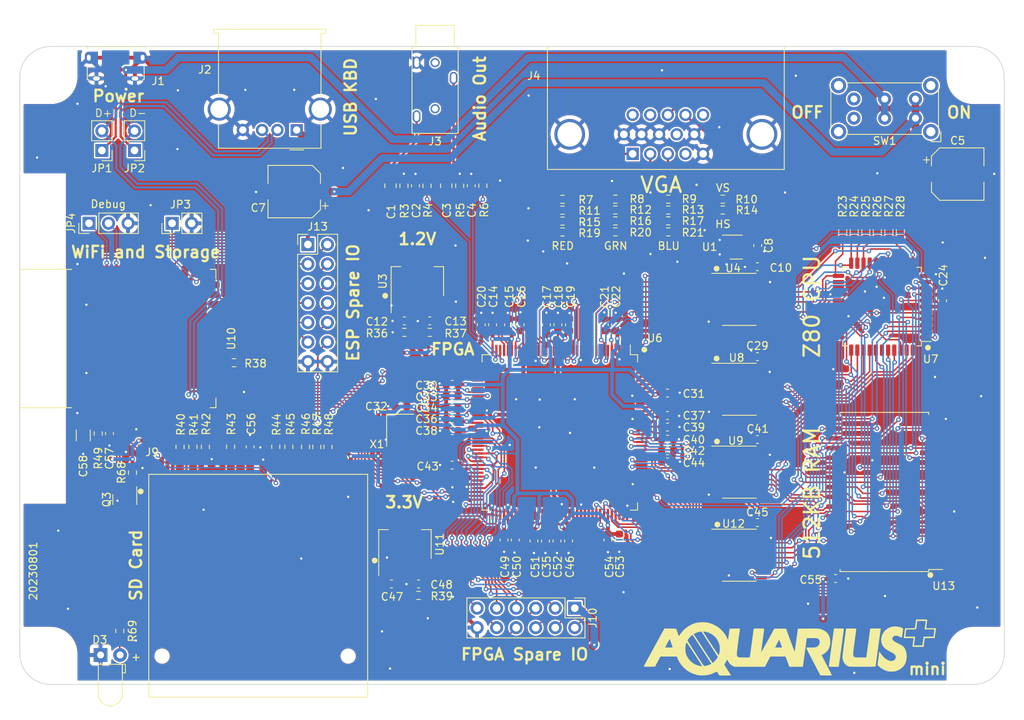
<source format=kicad_pcb>
(kicad_pcb (version 20221018) (generator pcbnew)
  (layers (0 "F.Cu" signal) (31 "B.Cu" signal) (34 "B.Paste" user) (35 "F.Paste" user) (36 "B.SilkS" user "B.Silkscreen") (37 "F.SilkS" user "F.Silkscreen") (38 "B.Mask" user) (39 "F.Mask" user) (44 "Edge.Cuts" user))
  (net 0 "")
  (net 1 "+1V2")
  (net 2 "GND")
  (net 3 "+3V3")
  (net 4 "+5V")
  (net 5 "SD_WP#")
  (net 6 "FPGA_EXP0")
  (net 7 "FPGA_EXP1")
  (net 8 "FPGA_EXP2")
  (net 9 "FPGA_EXP3")
  (net 10 "FPGA_EXP4")
  (net 11 "FPGA_EXP5")
  (net 12 "FPGA_EXP6")
  (net 13 "ESP_EXP0")
  (net 14 "ESP_EXP1")
  (net 15 "ESP_EXP2")
  (net 16 "ESP_EXP3")
  (net 17 "ESP_EXP4")
  (net 18 "ESP_EXP5")
  (net 19 "ESP_EXP6")
  (net 20 "ESP_EXP7")
  (net 21 "ESP_USB_D-")
  (net 22 "ESP_USB_D+")
  (net 23 "CASSETTE_IN")
  (net 24 "SPI_CS#")
  (net 25 "SD_CD")
  (net 26 "FPGA_PROG#")
  (net 27 "HC1_D04")
  (net 28 "FPGA_DONE")
  (net 29 "SPI_SCLK")
  (net 30 "HC1_D03")
  (net 31 "HC1_D05")
  (net 32 "HC1_D02")
  (net 33 "SD_MISO")
  (net 34 "SD_MOSI")
  (net 35 "SD_SSEL#")
  (net 36 "SD_SCK")
  (net 37 "CASSETTE_OUT")
  (net 38 "VGA_R3")
  (net 39 "VGA_R2")
  (net 40 "VGA_R1")
  (net 41 "VGA_R0")
  (net 42 "VGA_G3")
  (net 43 "VGA_G2")
  (net 44 "VGA_G1")
  (net 45 "VGA_G0")
  (net 46 "VGA_B3")
  (net 47 "VGA_B2")
  (net 48 "VGA_B1")
  (net 49 "VGA_B0")
  (net 50 "VGA_VSYNC")
  (net 51 "VGA_HSYNC")
  (net 52 "INT#")
  (net 53 "NMI#")
  (net 54 "BUSREQ#")
  (net 55 "BUSACK#")
  (net 56 "WAIT#")
  (net 57 "RESET#")
  (net 58 "SD_ACTIVITY")
  (net 59 "HC1_D06")
  (net 60 "HC1_D01")
  (net 61 "HC1_D07")
  (net 62 "HC1_D00")
  (net 63 "HC2_D04")
  (net 64 "HC2_D03")
  (net 65 "AUDIO_L")
  (net 66 "AUDIO_R")
  (net 67 "HC2_D05")
  (net 68 "HC2_D02")
  (net 69 "HC2_D06")
  (net 70 "HC2_D01")
  (net 71 "HC2_D07")
  (net 72 "HC2_D00")
  (net 75 "VBUS")
  (net 76 "ESP_CTS")
  (net 77 "ESP_RX")
  (net 78 "ESP_RTS")
  (net 79 "ESP_TX")
  (net 80 "PRINTER_IN")
  (net 81 "PRINTER_OUT")
  (net 82 "ESP_NOTIFY")
  (net 83 "SYSCLK")
  (net 84 "SPI_MISO")
  (net 85 "SPI_MOSI")
  (net 86 "FPGA_INT#")
  (net 87 "FPGA_WR#")
  (net 88 "FPGA_BUSREQ#")
  (net 89 "FPGA_RESET#")
  (net 90 "RAM_CE#")
  (net 91 "FPGA_BUSACK#")
  (net 92 "FPGA_PHI")
  (net 93 "FPGA_CART_CE#")
  (net 94 "FPGA_RD#")
  (net 95 "FPGA_IORQ#")
  (net 96 "FPGA_MREQ#")
  (net 97 "FPGA_D7")
  (net 98 "FPGA_D6")
  (net 99 "FPGA_D5")
  (net 100 "FPGA_D4")
  (net 101 "FPGA_D3")
  (net 102 "FPGA_D2")
  (net 103 "FPGA_D1")
  (net 104 "FPGA_D0")
  (net 105 "BA18")
  (net 106 "BA17")
  (net 107 "FPGA_A12")
  (net 108 "FPGA_A11")
  (net 109 "FPGA_A10")
  (net 110 "FPGA_A14")
  (net 111 "FPGA_A13")
  (net 112 "BA14")
  (net 113 "FPGA_A15")
  (net 114 "BA16")
  (net 115 "BA15")
  (net 116 "FPGA_A9")
  (net 117 "FPGA_A8")
  (net 118 "FPGA_A7")
  (net 119 "FPGA_A6")
  (net 120 "FPGA_A5")
  (net 121 "FPGA_A4")
  (net 122 "FPGA_A3")
  (net 123 "FPGA_A2")
  (net 124 "FPGA_A1")
  (net 125 "FPGA_A0")
  (net 126 "A9")
  (net 127 "A8")
  (net 128 "A7")
  (net 129 "A6")
  (net 130 "A5")
  (net 131 "A4")
  (net 132 "A3")
  (net 133 "A2")
  (net 134 "A1")
  (net 135 "A0")
  (net 136 "D3")
  (net 137 "D2")
  (net 138 "D1")
  (net 139 "D0")
  (net 140 "A15")
  (net 141 "A14")
  (net 142 "A13")
  (net 143 "A12")
  (net 144 "A11")
  (net 145 "A10")
  (net 146 "WR#")
  (net 147 "RD#")
  (net 148 "IORQ#")
  (net 149 "MREQ#")
  (net 150 "M1#")
  (net 151 "D7")
  (net 152 "D6")
  (net 153 "D5")
  (net 154 "D4")
  (net 155 "PHI")
  (net 156 "HALT#")
  (net 157 "RFSH#")
  (net 158 "RAM_WE#")
  (net 160 "HC1_D08")
  (net 161 "HC2_D08")
  (net 162 "FPGA_EXP7")
  (net 163 "FPGA_EXP8")
  (net 164 "FPGA_EXP9")
  (net 165 "ESP_EXP8")
  (net 166 "ESP_EXP10")
  (net 167 "ESP_EXP9")
  (net 168 "Net-(C1-Pad1)")
  (net 169 "Net-(C1-Pad2)")
  (net 170 "Net-(C3-Pad1)")
  (net 171 "Net-(C3-Pad2)")
  (net 172 "Net-(U3-VI)")
  (net 173 "Net-(U11-VI)")
  (net 174 "Net-(U10-EN)")
  (net 175 "Net-(D3-A)")
  (net 176 "/USB_D+")
  (net 178 "Net-(J4-Pad1)")
  (net 179 "Net-(J4-Pad2)")
  (net 180 "Net-(J4-Pad3)")
  (net 185 "Net-(J4-Pad13)")
  (net 186 "Net-(J4-Pad14)")
  (net 188 "Net-(J9-CD{slash}DAT3)")
  (net 189 "Net-(J9-CMD)")
  (net 190 "Net-(J9-CLK)")
  (net 191 "Net-(J9-DAT0)")
  (net 192 "Net-(J9-DAT1)")
  (net 193 "Net-(J9-DAT2)")
  (net 194 "Net-(J9-WRITE_PROTECT)")
  (net 195 "Net-(JP3-A)")
  (net 196 "Net-(JP4-Pin_1)")
  (net 197 "Net-(JP4-Pin_2)")
  (net 198 "Net-(U6-B2_IO_CCLK)")
  (net 207 "/USB_D-")
  (footprint "Capacitor_SMD:C_0603_1608Metric" (layer "F.Cu") (at 140.997 79.2062 90)
    (fp_text reference "C21")
    (fp_text value "4.7uF")
  )
  (footprint "Resistor_SMD:R_0603_1608Metric" (layer "F.Cu") (at 173.4975 67.0631 -90)
    (fp_text reference "R24")
    (fp_text value "1k")
  )
  (footprint "Resistor_SMD:R_0603_1608Metric" (layer "F.Cu") (at 75.2 93.35 90)
    (fp_text reference "R49")
    (fp_text value "10k")
  )
  (footprint "Package_SO:SSOP-32_11.305x20.495mm_P1.27mm" (layer "F.Cu") (at 177.4227 100.965 180)
    (fp_text reference "U13")
    (fp_text value "IS61C5128AS-25QLI")
  )
  (footprint "Connector_PinHeader_2.54mm:PinHeader_1x02_P2.54mm_Vertical" (layer "F.Cu") (at 84.8042 66.007 90)
    (fp_text reference "JP3")
    (fp_text value "Bootloader")
  )
  (footprint "Resistor_SMD:R_0603_1608Metric" (layer "F.Cu") (at 103.6117 95.0982 -90)
    (fp_text reference "R47")
    (fp_text value "10k")
  )
  (footprint "aquarius-plus:aqplus_logo" (layer "F.Cu") (at 165.088978 121.199549)
    (fp_text reference "#G1" hide)
    (fp_text value "LOGO" hide)
  )
  (footprint "Resistor_SMD:R_0603_1608Metric" (layer "F.Cu") (at 142.4345 67.1201)
    (fp_text reference "R20")
    (fp_text value "4300")
  )
  (footprint "Resistor_SMD:R_0603_1608Metric" (layer "F.Cu") (at 149.3193 64.282)
    (fp_text reference "R13")
    (fp_text value "1070")
  )
  (footprint "Capacitor_SMD:C_0603_1608Metric" (layer "F.Cu") (at 136.35 107.3375 -90)
    (fp_text reference "C46")
    (fp_text value "100nF")
  )
  (footprint "Capacitor_SMD:C_0603_1608Metric" (layer "F.Cu") (at 123.6994 61.1238 90)
    (fp_text reference "C4")
    (fp_text value "100nF")
  )
  (footprint "Package_TO_SOT_SMD:SOT-223-3_TabPin2" (layer "F.Cu") (at 116.693327 73.5507 90)
    (fp_text reference "U3")
    (fp_text value "LD1117S12")
  )
  (footprint "Capacitor_SMD:C_0603_1608Metric" (layer "F.Cu") (at 134.85 107.3375 -90)
    (fp_text reference "C52")
    (fp_text value "100nF")
  )
  (footprint "Resistor_SMD:R_0603_1608Metric" (layer "F.Cu") (at 102.1503 95.0975 -90)
    (fp_text reference "R46")
    (fp_text value "100")
  )
  (footprint "Package_QFP:TQFP-144_20x20mm_P0.5mm" (layer "F.Cu") (at 135.22 93.2125 -90)
    (fp_text reference "U6")
    (fp_text value "XC6SLX9-2TQG144C")
  )
  (footprint "MountingHole:MountingHole_3.2mm_M3" (layer "F.Cu") (at 189 122)
    (fp_text reference "H4" hide)
    (fp_text value "MountingHole")
  )
  (footprint "Resistor_SMD:R_0603_1608Metric" (layer "F.Cu") (at 135.5636 65.7167)
    (fp_text reference "R15")
    (fp_text value "2150")
  )
  (footprint "MountingHole:MountingHole_3.2mm_M3" (layer "F.Cu") (at 69 122)
    (fp_text reference "H3" hide)
    (fp_text value "MountingHole")
  )
  (footprint "Resistor_SMD:R_0603_1608Metric" (layer "F.Cu") (at 175 67.0631 -90)
    (fp_text reference "R25")
    (fp_text value "1k")
  )
  (footprint "Connector_PinHeader_2.54mm:PinHeader_1x02_P2.54mm_Vertical" (layer "F.Cu") (at 75.6746 56.5254 180)
    (fp_text reference "JP1")
    (fp_text value "USB")
  )
  (footprint "Capacitor_SMD:C_0603_1608Metric" (layer "F.Cu") (at 113.325 112.9256 180)
    (fp_text reference "C47")
    (fp_text value "4.7uF")
  )
  (footprint "Capacitor_SMD:C_0603_1608Metric" (layer "F.Cu") (at 133.35 107.35 -90)
    (fp_text reference "C35")
    (fp_text value "4.7uF")
  )
  (footprint "Capacitor_SMD:C_0603_1608Metric" (layer "F.Cu") (at 171.0718 112.226)
    (fp_text reference "C55")
    (fp_text value "100nF")
  )
  (footprint "Capacitor_SMD:C_0603_1608Metric" (layer "F.Cu") (at 125 79.2088 90)
    (fp_text reference "C20")
    (fp_text value "4.7uF")
  )
  (footprint "Capacitor_SMD:C_0805_2012Metric" (layer "F.Cu") (at 120.4494 61.1238 90)
    (fp_text reference "C3")
    (fp_text value "10uF")
  )
  (footprint "Resistor_SMD:R_0603_1608Metric" (layer "F.Cu") (at 172 67.0631 -90)
    (fp_text reference "R23")
    (fp_text value "1k")
  )
  (footprint "Capacitor_SMD:C_0603_1608Metric" (layer "F.Cu") (at 136.47 79.2125 90)
    (fp_text reference "C19")
    (fp_text value "100nF")
  )
  (footprint "Resistor_SMD:R_0603_1608Metric" (layer "F.Cu") (at 117.9457 61.1323 90)
    (fp_text reference "R4")
    (fp_text value "330")
  )
  (footprint "Connector_PinHeader_2.54mm:PinHeader_2x06_P2.54mm_Vertical" (layer "F.Cu") (at 137.16 116.08 -90)
    (fp_text reference "J10")
    (fp_text value "FPGA spare")
  )
  (footprint "Capacitor_SMD:C_0603_1608Metric" (layer "F.Cu") (at 94.9549 95.0964 90)
    (fp_text reference "C56")
    (fp_text value "4.7uF")
  )
  (footprint "Capacitor_SMD:C_0603_1608Metric" (layer "F.Cu") (at 116.85 112.9256 180)
    (fp_text reference "C48")
    (fp_text value "4.7uF")
  )
  (footprint "Capacitor_SMD:C_0603_1608Metric" (layer "F.Cu") (at 160.91 104.9414 180)
    (fp_text reference "C45")
    (fp_text value "100nF")
  )
  (footprint "Fiducial:Fiducial_1mm_Mask2mm" (layer "F.Cu") (at 67 52)
    (fp_text reference "FID1" hide)
    (fp_text value "Fiducial")
  )
  (footprint "Button_Switch_THT:SW_E-Switch_EG2219_DPDT_Angled" (layer "F.Cu") (at 181.4575 52.3325 180)
    (fp_text reference "SW1")
    (fp_text value "SW_DPDT_x2")
  )
  (footprint "Resistor_SMD:R_0603_1608Metric" (layer "F.Cu") (at 156.4063 64.2791)
    (fp_text reference "R14")
    (fp_text value "820")
  )
  (footprint "Resistor_SMD:R_0603_1608Metric" (layer "F.Cu") (at 116.85 114.4256)
    (fp_text reference "R39")
    (fp_text value "1")
  )
  (footprint "Resistor_SMD:R_0603_1608Metric" (layer "F.Cu") (at 149.3193 62.8649)
    (fp_text reference "R9")
    (fp_text value "536")
  )
  (footprint "Capacitor_SMD:C_0603_1608Metric" (layer "F.Cu") (at 160.91 94.1314 180)
    (fp_text reference "C41")
    (fp_text value "100nF")
  )
  (footprint "Resistor_SMD:R_0603_1608Metric" (layer "F.Cu") (at 98.2829 95.079 -90)
    (fp_text reference "R44")
    (fp_text value "10k")
  )
  (footprint "Capacitor_SMD:C_0603_1608Metric" (layer "F.Cu") (at 121.22 86.9625 180)
    (fp_text reference "C30")
    (fp_text value "100nF")
  )
  (footprint "Resistor_SMD:R_0603_1608Metric" (layer "F.Cu") (at 114.9494 61.1238 -90)
    (fp_text reference "R3")
    (fp_text value "150")
  )
  (footprint "Capacitor_SMD:C_0603_1608Metric" (layer "F.Cu") (at 128.55 79.2125 90)
    (fp_text reference "C15")
    (fp_text value "100nF")
  )
  (footprint "Resistor_SMD:R_0603_1608Metric" (layer "F.Cu") (at 135.5636 64.2983)
    (fp_text reference "R11")
    (fp_text value "1070")
  )
  (footprint "Connector_PinHeader_2.54mm:PinHeader_1x03_P2.54mm_Vertical" (layer "F.Cu") (at 74 66 90)
    (fp_text reference "JP4")
    (fp_text value "DBG")
  )
  (footprint "Capacitor_SMD:C_0603_1608Metric" (layer "F.Cu") (at 149.22 94.100002)
    (fp_text reference "C40")
    (fp_text value "100nF")
  )
  (footprint "aquarius-plus:AMPHENOL_10118194-0001LF" (layer "F.Cu") (at 77.467152 44.459469 180)
    (fp_text reference "J1")
    (fp_text value "Power in")
  )
  (footprint "Resistor_SMD:R_0603_1608Metric" (layer "F.Cu") (at 85.8358 95.0966 90)
    (fp_text reference "R40")
    (fp_text value "10k")
  )
  (footprint "Resistor_SMD:R_0603_1608Metric" (layer "F.Cu") (at 178 67.05 -90)
    (fp_text reference "R27")
    (fp_text value "1k")
  )
  (footprint "Package_TO_SOT_SMD:SOT-223-3_TabPin2" (layer "F.Cu") (at 115.0775 107.7756 90)
    (fp_text reference "U11")
    (fp_text value "LDL1117S33R")
  )
  (footprint "Capacitor_SMD:C_0603_1608Metric" (layer "F.Cu") (at 121.208 88.4764 180)
    (fp_text reference "C33")
    (fp_text value "4.7uF")
  )
  (footprint "Resistor_SMD:R_0603_1608Metric" (layer "F.Cu") (at 142.4334 65.697)
    (fp_text reference "R16")
    (fp_text value "2150")
  )
  (footprint "Capacitor_SMD:C_0603_1608Metric" (layer "F.Cu") (at 160.91 83.3514 180)
    (fp_text reference "C29")
    (fp_text value "100nF")
  )
  (footprint "Connector_PinHeader_2.54mm:PinHeader_2x07_P2.54mm_Vertical" (layer "F.Cu") (at 102.46 68.76)
    (fp_text reference "J13")
    (fp_text value "ESP32 spare")
  )
  (footprint "Connector_PinHeader_2.54mm:PinHeader_1x02_P2.54mm_Vertical" (layer "F.Cu") (at 79.9146 56.5254 180)
    (fp_text reference "JP2")
    (fp_text value "USB")
  )
  (footprint "Capacitor_SMD:C_0603_1608Metric" (layer "F.Cu") (at 149.225 95.6)
    (fp_text reference "C42")
    (fp_text value "100nF")
  )
  (footprint "Resistor_SMD:R_0603_1608Metric" (layer "F.Cu") (at 149.3155 65.693)
    (fp_text reference "R17")
    (fp_text value "2150")
  )
  (footprint "Capacitor_SMD:C_0603_1608Metric" (layer "F.Cu") (at 127.97 107.2125 -90)
    (fp_text reference "C49")
    (fp_text value "100nF")
  )
  (footprint "Resistor_SMD:R_0603_1608Metric" (layer "F.Cu") (at 149.3193 67.1281)
    (fp_text reference "R21")
    (fp_text value "4300")
  )
  (footprint "Fiducial:Fiducial_1mm_Mask2mm" (layer "F.Cu") (at 67 117)
    (fp_text reference "FID3" hide)
    (fp_text value "Fiducial")
  )
  (footprint "Resistor_SMD:R_0603_1608Metric" (layer "F.Cu") (at 115.006627 80.2)
    (fp_text reference "R36")
    (fp_text value "100")
  )
  (footprint "Capacitor_SMD:C_0603_1608Metric" (layer "F.Cu") (at 76.6597 93.3504 -90)
    (fp_text reference "C57")
    (fp_text value "100nF")
  )
  (footprint "Resistor_SMD:R_0603_1608Metric" (layer "F.Cu") (at 79.65 98.45 90)
    (fp_text reference "R68")
    (fp_text value "10k" hide)
  )
  (footprint "Resistor_SMD:R_0603_1608Metric" (layer "F.Cu") (at 78 119.05 -90)
    (fp_text reference "R69")
    (fp_text value "220")
  )
  (footprint "aquarius-plus:TF-03A" (layer "F.Cu") (at 96 98.67)
    (fp_text reference "J9")
    (fp_text value "TF-03A")
  )
  (footprint "Resistor_SMD:R_0603_1608Metric" (layer "F.Cu") (at 92.411 95.0826 -90)
    (fp_text reference "R43")
    (fp_text value "100")
  )
  (footprint "Capacitor_SMD:C_0603_1608Metric" (layer "F.Cu") (at 184.982873 76.075 90)
    (fp_text reference "C24")
    (fp_text value "100nF")
  )
  (footprint "Resistor_SMD:R_0603_1608Metric" (layer "F.Cu") (at 176.5 67.0631 -90)
    (fp_text reference "R26")
    (fp_text value "1k")
  )
  (footprint "Package_QFP:LQFP-44_10x10mm_P0.8mm" (layer "F.Cu") (at 177.1075 76.8481 180)
    (fp_text reference "U7")
    (fp_text value "Z84C0010AEG")
  )
  (footprint "aquarius-plus:ICD15S13E4GV00LF" (layer "F.Cu") (at 149 43 180)
    (fp_text reference "J4")
    (fp_text value "VGA")
  )
  (footprint "Package_SO:TSSOP-20_4.4x6.5mm_P0.65mm" (layer "F.Cu") (at 158.5466 75.905)
    (fp_text reference "U4")
    (fp_text value "SN74CB3T3245PWR")
  )
  (footprint "Capacitor_SMD:C_0603_1608Metric" (layer "F.Cu") (at 149.22 91.0125)
    (fp_text reference "C37")
    (fp_text value "100nF")
  )
  (footprint "Capacitor_SMD:C_0603_1608Metric" (layer "F.Cu") (at 149.22 92.5125)
    (fp_text reference "C39")
    (fp_text value "100nF")
  )
  (footprint "Resistor_SMD:R_0603_1608Metric" (layer "F.Cu") (at 125.2066 61.1184 90)
    (fp_text reference "R6")
    (fp_text value "330")
  )
  (footprint "Connector_USB:USB_A_Molex_67643_Horizontal" (layer "F.Cu") (at 101 53.86 180)
    (fp_text reference "J2")
    (fp_text value "ESP USB Host")
  )
  (footprint "MountingHole:MountingHole_3.2mm_M3" (layer "F.Cu") (at 69 47)
    (fp_text reference "H1" hide)
    (fp_text value "MountingHole")
  )
  (footprint "Package_SO:TSSOP-20_4.4x6.5mm_P0.65mm" (layer "F.Cu") (at 158.56 98.3814)
    (fp_text reference "U9")
    (fp_text value "SN74CB3T3245PWR")
  )
  (footprint "Resistor_SMD:R_0603_1608Metric" (layer "F.Cu") (at 99.9811 95.0926 -90)
    (fp_text reference "R45")
    (fp_text value "100")
  )
  (footprint "Capacitor_SMD:C_0603_1608Metric" (layer "F.Cu") (at 126.47 79.2125 90)
    (fp_text reference "C14")
    (fp_text value "100nF")
  )
  (footprint "Capacitor_SMD:C_0603_1608Metric" (layer "F.Cu") (at 121.22 97.4625 180)
    (fp_text reference "C43")
    (fp_text value "100nF")
  )
  (footprint "Capacitor_SMD:C_0603_1608Metric" (layer "F.Cu") (at 131.85 107.3375 -90)
    (fp_text reference "C51")
    (fp_text value "100nF")
  )
  (footprint "LED_THT:LED_D3.0mm_Horizontal_O1.27mm_Z2.0mm" (layer "F.Cu") (at 75.5 122.175)
    (fp_text reference "D3")
    (fp_text value "SD act.")
  )
  (footprint "Package_SO:TSSOP-20_4.4x6.5mm_P0.65mm" (layer "F.Cu") (at 158.56 87.6014)
    (fp_text reference "U8")
    (fp_text value "SN74CB3T3245PWR")
  )
  (footprint "Resistor_SMD:R_0603_1608Metric" (layer "F.Cu") (at 142.4345 64.2739)
    (fp_text reference "R12")
    (fp_text value "1070")
  )
  (footprint "Resistor_SMD:R_0603_1608Metric" (layer "F.Cu") (at 135.5636 67.135)
    (fp_text reference "R19")
    (fp_text value "4300")
  )
  (footprint "Resistor_SMD:R_0603_1608Metric" (layer "F.Cu") (at 122.1994 61.1238 -90)
    (fp_text reference "R5")
    (fp_text value "150")
  )
  (footprint "MountingHole:MountingHole_3.2mm_M3" (layer "F.Cu") (at 189 47)
    (fp_text reference "H2" hide)
    (fp_text value "MountingHole")
  )
  (footprint "Capacitor_SMD:C_0603_1608Metric" (layer "F.Cu") (at 121.22 91.4625 180)
    (fp_text reference "C36")
    (fp_text value "100nF")
  )
  (footprint "Capacitor_SMD:C_0603_1608Metric" (layer "F.Cu") (at 160.8966 71.655 180)
    (fp_text reference "C10")
    (fp_text value "100nF")
  )
  (footprint "Capacitor_SMD:CP_Elec_6.3x7.7" (layer "F.Cu") (at 100.68 61.88 180)
    (fp_text reference "C7")
    (fp_text value "100uF")
  )
  (footprint "Capacitor_SMD:C_0603_1608Metric" (layer "F.Cu") (at 116.4494 61.1238 90)
    (fp_text reference "C2")
    (fp_text value "100nF")
  )
  (footprint "Oscillator:Oscillator_SMD_SeikoEpson_SG8002CE-4Pin_3.2x2.5mm" (layer "F.Cu") (at 114.45 92.95 -90)
    (fp_text reference "X1")
    (fp_text value "SX3M14.31818M20F30TNN")
  )
  (footprint "Capacitor_SMD:C_0603_1608Metric" (layer "F.Cu") (at 149.2212 88.0906)
    (fp_text reference "C31")
    (fp_text value "100nF")
  )
  (footprint "Capacitor_SMD:C_0603_1608Metric" (layer "F.Cu") (at 142.95 107.218 -90)
    (fp_text reference "C53")
    (fp_text value "4.7uF")
  )
  (footprint "Capacitor_SMD:C_0603_1608Metric" (layer "F.Cu") (at 130.05 79.2125 90)
    (fp_text reference "C16")
    (fp_text value "100nF")
  )
  (footprint "Capacitor_SMD:C_0603_1608Metric" (layer "F.Cu") (at 121.2201 92.9912 180)
    (fp_text reference "C38")
    (fp_text value "100nF")
  )
  (footprint "Package_SO:TSSOP-20_4.4x6.5mm_P0.65mm" (layer "F.Cu") (at 158.56 109.1914)
    (fp_text reference "U12")
    (fp_text value "SN74CB3T3245PWR")
  )
  (footprint "Capacitor_SMD:C_1206_3216Metric" (layer "F.Cu") (at 73.25 93.6 -90)
    (fp_text reference "C58")
    (fp_text value "22uF")
  )
  (footprint "aquarius-plus:C2939180" (layer "F.Cu") (at 119 48)
    (fp_text reference "J3")
    (fp_text value "Audio out")
  )
  (footprint "Resistor_SMD:R_0603_1608Metric" (layer "F.Cu") (at 89.1307 95.0917 -90)
    (fp_text reference "R42")
    (fp_text value "10k")
  )
  (footprint "Capacitor_SMD:C_0603_1608Metric" (layer "F.Cu") (at 114.55 89.82 180)
    (fp_text reference "C32")
    (fp_text value "100nF")
  )
  (footprint "Capacitor_SMD:C_0603_1608Metric" (layer "F.Cu") (at 118.306627 78.7 180)
    (fp_text reference "C13")
    (fp_text value "4.7uF")
  )
  (footprint "Capacitor_SMD:C_0603_1608Metric" (layer "F.Cu") (at 129.4261 107.2103 -90)
    (fp_text reference "C50")
    (fp_text value "4.7uF")
  )
  (footprint "Resistor_SMD:R_0603_1608Metric" (layer "F.Cu") (at 118.306627 80.2)
    (fp_text reference "R37")
    (fp_text value "1")
  )
  (footprint "Resistor_SMD:R_0603_1608Metric" (layer "F.Cu") (at 135.5636 62.88)
    (fp_text reference "R7")
    (fp_text value "536")
  )
  (footprint "Resistor_SMD:R_0603_1608Metric" (layer "F.Cu") (at 156.4045 62.866)
    (fp_text reference "R10")
    (fp_text value "820")
  )
  (footprint "aquarius-plus:ESP32-S2-SOLO-N4R2" (layer "F.Cu") (at 65 81 90)
    (fp_text reference "U10")
    (fp_text value "ESP32-S3-WROOM-1-N4R2")
  )
  (footprint "Capacitor_SMD:C_0603_1608Metric" (layer "F.Cu") (at 115.006627 78.7 180)
    (fp_text reference "C12")
    (fp_text value "4.7uF")
  )
  (footprint "Capacitor_SMD:C_0603_1608Metric" (layer "F.Cu") (at 141.47 107.2125 -90)
    (fp_text reference "C54")
    (fp_text value "100nF")
  )
  (footprint "Capacitor_SMD:C_0603_1608Metric" (layer "F.Cu") (at 142.47 79.2125 90)
    (fp_text reference "C22")
    (fp_text value "100nF")
  )
  (footprint "Package_TO_SOT_SMD:SOT-23" (layer "F.Cu") (at 78.65 101.95 -90)
    (fp_text reference "Q3")
    (fp_text value "2N7002")
  )
  (footprint "Resistor_SMD:R_0603_1608Metric" (layer "F.Cu") (at 179.5 67.0631 -90)
    (fp_text reference "R28")
    (fp_text value "1k")
  )
  (footprint "Capacitor_SMD:C_0603_1608Metric" (layer "F.Cu") (at 160.95 68.9 -90)
    (fp_text reference "C8")
    (fp_text value "100nF")
  )
  (footprint "Capacitor_SMD:C_0805_2012Metric" (layer "F.Cu") (at 113.1994 61.1238 90)
    (fp_text reference "C1")
    (fp_text value "10uF")
  )
  (footprint "Resistor_SMD:R_0603_1608Metric" (layer "F.Cu") (at 105.0683 95.0975 90)
    (fp_text reference "R48")
    (fp_text value "10k")
  )
  (footprint "Capacitor_SMD:C_0603_1608Metric" (layer "F.Cu") (at 149.2238 97.0583)
    (fp_text reference "C44")
    (fp_text value "4.7uF")
  )
  (footprint "Capacitor_SMD:C_0603_1608Metric" (layer "F.Cu") (at 121.2041 89.9832 180)
    (fp_text reference "C34")
    (fp_text value "4.7uF")
  )
  (footprint "Resistor_SMD:R_0603_1608Metric" (layer "F.Cu") (at 87.5053 95.0941 -90)
    (fp_text reference "R41")
    (fp_text value "100")
  )
  (footprint "Capacitor_SMD:CP_Elec_6.3x7.7" (layer "F.Cu") (at 186.95 59.6)
    (fp_text reference "C5")
    (fp_text value "100uF")
  )
  (footprint "Resistor_SMD:R_0603_1608Metric" (layer "F.Cu") (at 142.4345 62.8629)
    (fp_text reference "R8")
    (fp_text value "536")
  )
  (footprint "Fiducial:Fiducial_1mm_Mask2mm" (layer "F.Cu") (at 191 52)
    (fp_text reference "FID2" hide)
    (fp_text value "Fiducial")
  )
  (footprint "Package_TO_SOT_SMD:SOT-23-5" (layer "F.Cu") (at 158.1625 69.1)
    (fp_text reference "U1")
    (fp_text value "SN74AHCT1G125DBVR")
  )
  (footprint "Capacitor_SMD:C_0603_1608Metric" (layer "F.Cu") (at 133.47 79.2125 90)
    (fp_text reference "C17")
    (fp_text value "100nF")
  )
  (footprint "Resistor_SMD:R_0603_1608Metric" (layer "F.Cu") (at 92.85 84.15)
    (fp_text reference "R38")
    (fp_text value "220")
  )
  (footprint "Capacitor_SMD:C_0603_1608Metric" (layer "F.Cu") (at 134.97 79.2125 90)
    (fp_text reference "C18")
    (fp_text value "100nF")
  )
  (gr_circle (center 111.142223 109.879875) (end 111.442223 109.879875) (stroke (width 0.15)) (fill solid) (layer "F.SilkS"))
  (gr_circle (center 80.718128 100.890806) (end 81.018128 100.890806) (stroke (width 0.15)) (fill solid) (layer "F.SilkS"))
  (gr_circle (center 183.395702 111.77155) (end 183.695702 111.77155) (stroke (width 0.15)) (fill solid) (layer "F.SilkS"))
  (gr_circle (center 112.51359 75.433483) (end 112.81359 75.433483) (stroke (width 0.15)) (fill solid) (layer "F.SilkS"))
  (gr_circle (center 155.6 83.6) (end 155.9 83.6) (stroke (width 0.15)) (fill solid) (layer "F.SilkS"))
  (gr_circle (center 183.084089 82.185583) (end 183.384089 82.185583) (stroke (width 0.15)) (fill solid) (layer "F.SilkS"))
  (gr_circle (center 146.204452 82.448383) (end 146.504452 82.448383) (stroke (width 0.15)) (fill solid) (layer "F.SilkS"))
  (gr_circle (center 155.7 105.2) (end 156 105.2) (stroke (width 0.15)) (fill solid) (layer "F.SilkS"))
  (gr_circle (center 155.6 71.9) (end 155.9 71.9) (stroke (width 0.15)) (fill solid) (layer "F.SilkS"))
  (gr_circle (center 155.65 94.392676) (end 155.95 94.392676) (stroke (width 0.15)) (fill solid) (layer "F.SilkS"))
  (gr_line (start 69 126) (end 189 126) (stroke (width 0.1)) (layer "Edge.Cuts"))
  (gr_arc (start 65 47) (mid 66.171573 44.171573) (end 69 43) (stroke (width 0.1)) (layer "Edge.Cuts"))
  (gr_arc (start 69 126) (mid 66.171573 124.828427) (end 65 122) (stroke (width 0.1)) (layer "Edge.Cuts"))
  (gr_line (start 69 43) (end 189 43) (stroke (width 0.1)) (layer "Edge.Cuts"))
  (gr_arc (start 189 43) (mid 191.828427 44.171573) (end 193 47) (stroke (width 0.1)) (layer "Edge.Cuts"))
  (gr_line (start 65 47) (end 65 122) (stroke (width 0.1)) (layer "Edge.Cuts"))
  (gr_arc (start 193 122) (mid 191.828427 124.828427) (end 189 126) (stroke (width 0.1)) (layer "Edge.Cuts"))
  (gr_line (start 193 47) (end 193 122) (stroke (width 0.1)) (layer "Edge.Cuts"))
  (gr_text "VS" (at 156.427459 61.40568) (layer "F.SilkS") (effects (font (size 1 1))))
  (gr_text "RED" (at 135.59603 68.948934) (layer "F.SilkS") (effects (font (size 1 1))))
  (gr_text "Z80 CPU" (at 168 76.842951 90) (layer "F.SilkS") (effects (font (size 2 2) (thickness 0.3))))
  (gr_text "SD Card" (at 80.1 115.3 90) (layer "F.SilkS") (effects (font (size 1.5 1.5) (thickness 0.3)) (justify left)))
  (gr_text "Debug" (at 76.5 63.5) (layer "F.SilkS") (effects (font (size 1 1))))
  (gr_text "FPGA Spare IO" (at 130.65 122.1) (layer "F.SilkS") (effects (font (size 1.5 1.5) (thickness 0.3))))
  (gr_text "WiFi and Storage" (at 71.5 69.75) (layer "F.SilkS") (effects (font (size 1.5 1.5) (thickness 0.3)) (justify left)))
  (gr_text "ON" (at 187.152084 51.58135) (layer "F.SilkS") (effects (font (size 1.5 1.5) (thickness 0.3))))
  (gr_text "1.2V" (at 116.693295 68.050713) (layer "F.SilkS") (effects (font (size 1.5 1.5) (thickness 0.3))))
  (gr_text "D+" (at 74.693073 51.670351) (layer "F.SilkS") (effects (font (size 1 1) (thickness 0.125)) (justify left)))
  (gr_text "3.3V" (at 114.95 102.3) (layer "F.SilkS") (effects (font (size 1.5 1.5) (thickness 0.3))))
  (gr_text "Audio Out" (at 124.81 55.5 90) (layer "F.SilkS") (effects (font (size 1.5 1.5) (thickness 0.3)) (justify left)))
  (gr_text "HS" (at 156.427459 66.113606) (layer "F.SilkS") (effects (font (size 1 1))))
  (gr_text "FPGA" (at 121.294148 82.401391) (layer "F.SilkS") (effects (font (size 1.5 1.5) (thickness 0.3))))
  (gr_text "GRN" (at 142.475818 68.948934) (layer "F.SilkS") (effects (font (size 1 1))))
  (gr_text "D-" (at 79.15 51.65) (layer "F.SilkS") (effects (font (size 1 1) (thickness 0.125)) (justify left)))
  (gr_text "BLU" (at 149.376593 68.948934) (layer "F.SilkS") (effects (font (size 1 1))))
  (gr_text "OFF" (at 167.416444 51.58135) (layer "F.SilkS") (effects (font (size 1.5 1.5) (thickness 0.3))))
  (gr_text "mini" (at 183 124) (layer "F.SilkS") (effects (font (size 1.5 1.5) (thickness 0.3) bold)))
  (gr_text "512KB RAM" (at 168 101.149994 90) (layer "F.SilkS") (effects (font (size 2 2) (thickness 0.3))))
  (gr_text "+" (at 79.395539 122.419623) (layer "F.SilkS") (effects (font (size 1 1)) (justify left)))
  (gr_text "Power" (at 74.3 49.45) (layer "F.SilkS") (effects (font (size 1.5 1.5) (thickness 0.3)) (justify left)))
  (gr_text "ESP Spare IO" (at 108.335 76.335 90) (layer "F.SilkS") (effects (font (size 1.5 1.5) (thickness 0.3))))
  (gr_text "20230801" (at 66.75 111.25 90) (layer "F.SilkS") (effects (font (size 1 1))))
  (gr_text "VGA" (at 148.4 61) (layer "F.SilkS") (effects (font (size 2 2) (thickness 0.3))))
  (gr_text "USB KBD" (at 108.015856 54.849901 90) (layer "F.SilkS") (effects (font (size 1.5 1.5) (thickness 0.3)) (justify left)))
  (segment (start 125.4 83.4) (end 127.05 85.05) (width 0.5) (layer "F.Cu") (net 1))
  (segment (start 134.8245 101.7545) (end 134.47 101.4) (width 0.25) (layer "F.Cu") (net 1))
  (segment (start 130.47 90.9) (end 142.1875 90.9) (width 0.5) (layer "F.Cu") (net 1))
  (segment (start 134.47 101.4) (end 134.47 100.02) (width 0.25) (layer "F.Cu") (net 1))
  (segment (start 130.47 82.55) (end 130.47 80.4075) (width 0.25) (layer "F.Cu") (net 1))
  (segment (start 123.2625 91.9625) (end 123.1 91.8) (width 0.25) (layer "F.Cu") (net 1))
  (segment (start 126.9 90.9) (end 130.27 90.9) (width 0.5) (layer "F.Cu") (net 1))
  (segment (start 130.47 80.4075) (end 130.05 79.9875) (width 0.25) (layer "F.Cu") (net 1))
  (segment (start 116.7 70.407373) (end 116.7 76.694027) (width 1) (layer "F.Cu") (net 1))
  (segment (start 134.97 82.55) (end 134.97 84.1) (width 0.25) (layer "F.Cu") (net 1))
  (segment (start 115.831627 81.231627) (end 115.831627 80.2) (width 0.5) (layer "F.Cu") (net 1))
  (segment (start 134.97 82.55) (end 134.97 79.9875) (width 0.25) (layer "F.Cu") (net 1))
  (segment (start 127.05 85.05) (end 130.47 85.05) (width 0.5) (layer "F.Cu") (net 1))
  (segment (start 145.888672 92.468672) (end 148.133428 92.468672) (width 0.25) (layer "F.Cu") (net 1))
  (segment (start 121.995 91.4625) (end 122.3325 91.8) (width 0.5) (layer "F.Cu") (net 1))
  (segment (start 130.47 85.05) (end 130.47 90.9) (width 0.5) (layer "F.Cu") (net 1))
  (segment (start 116.693327 77.006272) (end 115.781627 77.917972) (width 0.5) (layer "F.Cu") (net 1))
  (segment (start 115.781627 77.917972) (end 115.781627 78.7) (width 0.5) (layer "F.Cu") (net 1))
  (segment (start 133.35 106.575) (end 134.8375 106.575) (width 0.5) (layer "F.Cu") (net 1))
  (segment (start 134.47 103.875) (end 134.47 102.813177) (width 0.25) (layer "F.Cu") (net 1))
  (segment (start 115.831627 81.231627) (end 118 83.4) (width 0.5) (layer "F.Cu") (net 1))
  (segment (start 130.47 84.05) (end 130.47 85.05) (width 0.5) (layer "F.Cu") (net 1))
  (segment (start 121.9791 89.9832) (end 121.9791 91.4466) (width 0.5) (layer "F.Cu") (net 1))
  (segment (start 115.781627 78.7) (end 115.781627 80.15) (width 0.5) (layer "F.Cu") (net 1))
  (segment (start 134.47 102.813177) (end 134.8245 102.458677) (width 0.25) (layer "F.Cu") (net 1))
  (segment (start 134.4 101.33) (end 134.47 101.4) (width 0.5) (layer "F.Cu") (net 1))
  (segment (start 122.3325 91.8) (end 123.1 91.8) (width 0.5) (layer "F.Cu") (net 1))
  (segment (start 134.47 100.02) (end 134.4 99.95) (width 0.25) (layer "F.Cu") (net 1))
  (segment (start 134.4 99.6) (end 134.4 90.95) (width 0.5) (layer "F.Cu") (net 1))
  (segment (start 145.8825 92.4625) (end 143.75 92.4625) (width 0.25) (layer "F.Cu") (net 1))
  (segment (start 134.4 99.6) (end 134.4 101.33) (width 0.5) (layer "F.Cu") (net 1))
  (segment (start 134.8245 102.458677) (end 134.8245 101.7545) (width 0.25) (layer "F.Cu") (net 1))
  (segment (start 142.1875 90.9) (end 143.75 92.4625) (width 0.5) (layer "F.Cu") (net 1))
  (segment (start 134.47 105.45) (end 134.47 103.875) (width 0.25) (layer "F.Cu") (net 1))
  (segment (start 118 83.4) (end 125.4 83.4) (width 0.5) (layer "F.Cu") (net 1))
  (segment (start 134.4 99.95) (end 134.4 99.6) (width 0.5) (layer "F.Cu") (net 1))
  (segment (start 130.47 82.55) (end 130.47 84.05) (width 0.25) (layer "F.Cu") (net 1))
  (segment (start 134.85 105.83) (end 134.47 105.45) (width 0.25) (layer "F.Cu") (net 1))
  (segment (start 134.85 106.5625) (end 134.85 105.83) (width 0.25) (layer "F.Cu") (net 1))
  (segment (start 134.97 84.1) (end 134.97 90.88) (width 0.5) (layer "F.Cu") (net 1))
  (segment (start 124.5575 91.9625) (end 123.2625 91.9625) (width 0.25) (layer "F.Cu") (net 1))
  (via (at 126.9 90.9) (size 0.6) (drill 0.3) (layers "F.Cu" "B.Cu") (net 1))
  (via (at 123.1 91.8) (size 0.6) (drill 0.3) (layers "F.Cu" "B.Cu") (net 1))
  (segment (start 124.025651 91.325) (end 126.475 91.325) (width 0.5) (layer "B.Cu") (net 1))
  (segment (start 123.1 91.8) (end 123.550651 91.8) (width 0.5) (layer "B.Cu") (net 1))
  (segment (start 123.550651 91.8) (end 124.025651 91.325) (width 0.5) (layer "B.Cu") (net 1))
  (segment (start 126.475 91.325) (end 126.9 90.9) (width 0.5) (layer "B.Cu") (net 1))
  (segment (start 76.167152 47.159469) (end 76.167152 48.174486) (width 0.3) (layer "F.Cu") (net 2))
  (segment (start 119.687939 86.9625) (end 119.576539 86.8511) (width 0.5) (layer "F.Cu") (net 2))
  (segment (start 112.55 112.9256) (end 112.55 111.1531) (width 0.5) (layer "F.Cu") (net 2))
  (segment (start 174.515815 75.2481) (end 174.892612 74.871303) (width 0.3) (layer "F.Cu") (net 2))
  (segment (start 160.1 104.028395) (end 160.1 104) (width 0.25) (layer "F.Cu") (net 2))
  (segment (start 89.94 96.706994) (end 89.950644 96.69635) (width 0.25) (layer "F.Cu") (net 2))
  (segment (start 120.445 91.4625) (end 119.659083 91.4625) (width 0.5) (layer "F.Cu") (net 2))
  (segment (start 133.47 77.63476) (end 133.475735 77.629025) (width 0.25) (layer "F.Cu") (net 2))
  (segment (start 80.087723 120.295433) (end 81.440433 120.295433) (width 0.5) (layer "F.Cu") (net 2))
  (segment (start 123.6994 59.578023) (end 123.696749 59.575372) (width 0.25) (layer "F.Cu") (net 2))
  (segment (start 126.47 103.875) (end 126.47 102.832528) (width 0.25) (layer "F.Cu") (net 2))
  (segment (start 157.025 68.15) (end 156.025 68.15) (width 0.5) (layer "F.Cu") (net 2))
  (segment (start 110.535 119.12) (end 112.081757 119.12) (width 0.5) (layer "F.Cu") (net 2))
  (segment (start 125 78.4338) (end 125 77.65) (width 0.5) (layer "F.Cu") (net 2))
  (segment (start 76.467152 44.459469) (end 73.967152 44.459469) (width 0.5) (layer "F.Cu") (net 2))
  (segment (start 162.53 73.63) (end 162.55 73.65) (width 0.25) (layer "F.Cu") (net 2))
  (segment (start 76.6597 94.91965) (end 76.659698 94.91965) (width 0.25) (layer "F.Cu") (net 2))
  (segment (start 144.7125 99.9625) (end 144.7 99.95) (width 0.25) (layer "F.Cu") (net 2))
  (segment (start 113.331833 76.7007) (end 114.393327 76.7007) (width 0.5) (layer "F.Cu") (net 2))
  (segment (start 119.8168 89.9832) (end 119.6 90.2) (width 0.5) (layer "F.Cu") (net 2))
  (segment (start 114.9494 60.2988) (end 114.9494 59.579067) (width 0.5) (layer "F.Cu") (net 2))
  (segment (start 156.909949 112.1164) (end 157.197892 111.828457) (width 0.25) (layer "F.Cu") (net 2))
  (segment (start 119.6625 97.4625) (end 119.65 97.45) (width 0.25) (layer "F.Cu") (net 2))
  (segment (start 131.97 82.55) (end 131.97 83.811009) (width 0.25) (layer "F.Cu") (net 2))
  (segment (start 120.4451 92.9912) (end 119.649028 92.9912) (width 0.5) (layer "F.Cu") (net 2))
  (segment (start 78.467152 44.459469) (end 76.467152 44.459469) (width 0.5) (layer "F.Cu") (net 2))
  (segment (start 128.55 78.4375) (end 128.55 77.761049) (width 0.5) (layer "F.Cu") (net 2))
  (segment (start 128.55 77.761049) (end 128.450999 77.662048) (width 0.5) (layer "F.Cu") (net 2))
  (segment (start 154.594436 78.83) (end 155.6841 78.83) (width 0.25) (layer "F.Cu") (net 2))
  (segment (start 189.65 59.6) (end 191.676224 59.6) (width 0.5) (layer "F.Cu") (net 2))
  (segment (start 76.6597 94.1254) (end 76.6597 94.91965) (width 0.5) (layer "F.Cu") (net 2))
  (segment (start 149.995 92.5125) (end 150.773176 92.5125) (width 0.5) (layer "F.Cu") (net 2))
  (segment (start 129.3205 108.845593) (end 129.4261 108.739993) (width 0.3) (layer "F.Cu") (net 2))
  (segment (start 128.47 102.637744) (end 128.469999 102.637743) (width 0.25) (layer "F.Cu") (net 2))
  (segment (start 141.47 108.793377) (end 141.470514 108.793891) (width 0.25) (layer "F.Cu") (net 2))
  (segment (start 154.618701 90.5264) (end 154.60968 90.535421) (width 0.25) (layer "F.Cu") (net 2))
  (segment (start 160.1216 71.655) (end 159.311998 71.655) (width 0.5) (layer "F.Cu") (net 2))
  (segment (start 150 95.6) (end 150.770931 95.6) (width 0.5) (layer "F.Cu") (net 2))
  (segment (start 137.97 82.55) (end 137.97 83.78) (width 0.25) (layer "F.Cu") (net 2))
  (segment (start 154.592712 101.3064) (end 154.592511 101.306601) (width 0.25) (layer "F.Cu") (net 2))
  (segment (start 112.7775 109.5275) (end 112.75 109.5) (width 0.25) (layer "F.Cu") (net 2))
  (segment (start 80.967152 44.459469) (end 82.399469 44.459469) (width 0.5) (layer "F.Cu") (net 2))
  (segment (start 96.65 98.07) (end 96.65 96.751017) (width 0.5) (layer "F.Cu") (net 2))
  (segment (start 115.2969 112.9256) (end 115.2725 112.95) (width 0.25) (layer "F.Cu") (net 2))
  (segment (start 119.659083 91.4625) (end 119.646016 91.4625) (width 0.25) (layer "F.Cu") (net 2))
  (segment (start 154.569436 78.805) (end 154.594436 78.83) (width 0.25) (layer "F.Cu") (net 2))
  (segment (start 134.85 108.1125) (end 134.85 108.9) (width 0.5) (layer "F.Cu") (net 2))
  (segment (start 126.47 102.832528) (end 126.373411 102.735939) (width 0.25) (layer "F.Cu") (net 2))
  (segment (start 170.399001 75.252899) (end 170.399001 75.262571) (width 0.25) (layer "F.Cu") (net 2))
  (segment (start 137.97 83.78) (end 137.95 83.8) (width 0.25) (layer "F.Cu") (net 2))
  (segment (start 76.167152 48.174486) (end 76.164671 48.176967) (width 0.25) (layer "F.Cu") (net 2))
  (segment (start 142.47 77.653371) (end 142.478399 77.644972) (width 0.25) (layer "F.Cu") (net 2))
  (segment (start 143.97 102.78) (end 144 102.75) (width 0.25) (layer "F.Cu") (net 2))
  (segment (start 136.35 108.1125) (end 136.35 108.9) (width 0.5) (layer "F.Cu") (net 2))
  (segment (start 119.649028 92.9912) (end 119.644461 92.995767) (width 0.25) (layer "F.Cu") (net 2))
  (segment (start 124.5575 92.9625) (end 125.602325 92.9625) (width 0.25) (layer "F.Cu") (net 2))
  (segment (start 144.672502 91.4625) (end 144.672501 91.462501) (width 0.25) (layer "F.Cu") (net 2))
  (segment (start 136.47 77.689512) (end 136.476693 77.682819) (width 0.25) (layer "F.Cu") (net 2))
  (segment (start 126.47 77.654653) (end 126.47 78.4375) (width 0.5) (layer "F.Cu") (net 2))
  (segment (start 140.997 78.4312) (end 140.997 77.603) (width 0.5) (layer "F.Cu") (net 2))
  (segment (start 150.842944 97.0189) (end 150.0382 97.0189) (width 0.5) (layer "F.Cu") (net 2))
  (segment (start 112.92 89.82) (end 112.9 89.8) (width 0.25) (layer "F.Cu") (net 2))
  (segment (start 162.495191 85.3264) (end 162.505217 85.336426) (width 0.25) (layer "F.Cu") (net 2))
  (segment (start 130.05 78.4375) (end 130.05 77.637062) (width 0.5) (layer "F.Cu") (net 2))
  (segment (start 142.47 78.4375) (end 142.47 77.653371) (width 0.5) (layer "F.Cu") (net 2))
  (segment (start 172.720763 112.226) (end 171.8468 112.226) (width 0.5) (layer "F.Cu") (net 2))
  (segment (start 72.49 72.25) (end 72.49 71.31898) (width 0.25) (layer "F.Cu") (net 2))
  (segment (start 72.49 71.31898) (end 72.499327 71.309653) (width 0.25) (layer "F.Cu") (net 2))
  (segment (start 128.47 103.875) (end 128.47 102.637744) (width 0.25) (layer "F.Cu") (net 2))
  (segment (start 114.231627 78.7) (end 113.472652 78.7) (width 0.5) (layer "F.Cu") (net 2))
  (segment (start 171.445 75.2481) (end 170.394202 75.2481) (width 0.5) (layer "F.Cu") (net 2))
  (segment (start 159.250772 71.716226) (end 159.292997 71.674001) (width 0.25) (layer "F.Cu") (net 2))
  (segment (start 124.5575 90.4625) (end 125.630183 90.4625) (width 0.25) (layer "F.Cu") (net 2))
  (segment (start 155.6975 101.3064) (end 154.592712 101.3064) (width 0.25) (layer "F.Cu") (net 2))
  (segment (start 80.967152 44.459469) (end 78.467152 44.459469) (width 0.5) (layer "F.Cu") (net 2))
  (segment (start 122.1994 59.57125) (end 122.204323 59.566327) (width 0.25) (layer "F.Cu") (net 2))
  (segment (start 184.982873 74.532873) (end 184.95 74.5) (width 0.5) (layer "F.Cu") (net 2))
  (segment (start 89.94 98.07) (end 89.94 96.706994) (width 0.5) (layer "F.Cu") (net 2))
  (segment (start 137.97 102.63) (end 138 102.6) (width 0.25) (layer "F.Cu") (net 2))
  (segment (start 119.644461 92.995767) (end 119.644461 92.9995) (width 0.25) (layer "F.Cu") (net 2))
  (segment (start 160.1 104) (end 160.071605 104) (width 0.25) (layer "F.Cu") (net 2))
  (segment (start 125.630183 90.4625) (end 125.729683 90.363) (width 0.25) (layer "F.Cu") (net 2))
  (segment (start 142.95 107.993) (end 142.95 108.75) (width 0.5) (layer "F.Cu") (net 2))
  (segment (start 134.97 77.657191) (end 134.97 78.4375) (width 0.25) (layer "F.Cu") (net 2))
  (segment (start 123.6994 60.3488) (end 123.6994 59.578023) (width 0.5) (layer "F.Cu") (net 2))
  (segment (start 142.97 82.55) (end 142.97 83.7) (width 0.25) (layer "F.Cu") (net 2))
  (segment (start 120.445 86.9625) (end 119.687939 86.9625) (width 0.5) (layer "F.Cu") (net 2))
  (segment (start 131.85 108.1125) (end 131.85 108.9) (width 0.5) (layer "F.Cu") (net 2))
  (segment (start 159.311998 71.655) (end 159.292997 71.674001) (width 0.25) (layer "F.Cu") (net 2))
  (segment (start 150.825788 95.654857) (end 150.825788 95.6995) (width 0.25) (layer "F.Cu") (net 2))
  (segment (start 144.66498 88.4625) (end 144.644203 88.441725) (width 0.25) (layer "F.Cu") (net 2))
  (segment (start 127.97 108.74229) (end 127.97 107.9875) (width 0.5) (layer "F.Cu") (net 2))
  (segment (start 171.445 75.2481) (end 174.515815 75.2481) (width 0.3) (layer "F.Cu") (net 2))
  (segment (start 94.9549 93.569144) (end 94.927659 93.541903) (width 0.25) (layer "F.Cu") (net 2))
  (segment (start 119.646016 91.4625) (end 119.634016 91.4505) (width 0.25) (layer "F.Cu") (net 2))
  (segment (start 161.4225 96.1064) (end 162.519798 96.1064) (width 0.25) (layer "F.Cu") (net 2))
  (segment (start 122.1994 60.2988) (end 122.1994 59.57125) (width 0.5) (layer "F.Cu") (net 2))
  (segment (start 160.135 104.063395) (end 160.1 104.028395) (width 0.25) (layer "F.Cu") (net 2))
  (segment (start 150.789434 88.0906) (end 150.805594 88.07444) (width 0.25) (layer "F.Cu") (net 2))
  (segment (start 170.394202 75.2481) (end 170.399001 75.252899) (width 0.25) (layer "F.Cu") (net 2))
  (segment (start 115.980617 112.9256) (end 115.2969 112.9256) (width 0.5) (layer "F.Cu") (net 2))
  (segment (start 73.25 96.004798) (end 73.24527 96.009528) (width 0.25) (layer "F.Cu") (net 2))
  (segment (start 140.997 77.603) (end 141 77.6) (width 0.5) (layer "F.Cu") (net 2))
  (segment (start 116.4494 59.582192) (end 116.451698 59.579894) (width 0.25) (layer "F.Cu") (net 2))
  (segment (start 123.4375 99.9625) (end 123.1 100.3) (width 0.25) (layer "F.Cu") (net 2))
  (segment (start 156.00413 70.05) (end 156.004129 70.050001) (width 0.3) (layer "F.Cu") (net 2))
  (segment (start 130.05 77.637062) (end 130.0995 77.587562) (width 0.5) (layer "F.Cu") (net 2))
  (segment (start 96.65 96.751017) (end 96.649603 96.75062) (width 0.25) (layer "F.Cu") (net 2))
  (segment (start 77.7 101.0125) (end 77.7 102.1) (width 0.5) (layer "F.Cu") (net 2))
  (segment (start 156.025 68.15) (end 156 68.175) (width 0.3) (layer "F.Cu") (net 2))
  (segment (start 113.775 89.82) (end 112.92 89.82) (width 0.5) (layer "F.Cu") (net 2))
  (segment (start 161.4091 73.63) (end 162.53 73.63) (width 0.25) (layer "F.Cu") (net 2))
  (segment (start 112.081757 119.12) (end 112.093481 119.108276) (width 0.25) (layer "F.Cu") (net 2))
  (segment (start 131.97 83.811009) (end 132.068085 83.909094) (width 0.25) (layer "F.Cu") (net 2))
  (segment (start 73.25 95.075) (end 73.25 96.004798) (width 0.5) (layer "F.Cu") (net 2))
  (segment (start 160.135 82.5818) (end 160.1032 82.55) (width 0.25) (layer "F.Cu") (net 2))
  (segment (start 161.775 69.675) (end 161.8 69.65) (width 0.5) (layer "F.Cu") (net 2))
  (segment (start 120.445 97.4625) (end 119.6625 97.4625) (width 0.5) (layer "F.Cu") (net 2))
  (segment (start 120.433 88.4764) (end 119.66512 88.4764) (width 0.5) (layer "F.Cu") (net 2))
  (segment (start 160.071605 104) (end 160.134002 104.062397) (width 0.25) (layer "F.Cu") (net 2))
  (segment (start 184.982873 75.3) (end 184.982873 74.532873) (width 0.5) (layer "F.Cu") (net 2))
  (segment (start 124.5575 99.9625) (end 123.4375 99.9625) (width 0.25) (layer "F.Cu") (net 2))
  (segment (start 112.6 94.15) (end 113.5 94.15) (width 0.5) (layer "F.Cu") (net 2))
  (segment (start 123.15 117.31) (end 123.15 117.3) (width 0.5) (layer "F.Cu") (net 2))
  (segment (start 119.66512 88.4764) (end 119.59202 88.5495) (width 0.5) (layer "F.Cu") (net 2))
  (segment (start 160.135 104.9414) (end 160.135 104.063395) (width 0.5) (layer "F.Cu") (net 2))
  (segment (start 191.676224 59.6) (end 191.704219 59.572005) (width 0.25) (layer "F.Cu") (net 2))
  (segment (start 160.95 69.675) (end 161.775 69.675) (width 0.5) (layer "F.Cu") (net 2))
  (segment (start 113.472652 78.7) (end 113.466001 78.706651) (width 0.25) (layer "F.Cu") (net 2))
  (segment (start 116.747077 78.724574) (end 117.507053 78.724574) (width 0.5) (layer "F.Cu") (net 2))
  (segment (start 149.995 94.100002) (end 150.704549 94.100002) (width 0.5) (layer "F.Cu") (net 2))
  (segment (start 161.4225 106.9164) (end 162.648777 106.9164) (width 0.25) (layer "F.Cu") (net 2))
  (segment (start 157.025 70.05) (end 156.00413 70.05) (width 0.5) (layer "F.Cu") (net 2))
  (segment (start 162.519798 96.1064) (end 162.526825 96.113427) (width 0.25) (layer "F.Cu") (net 2))
  (segment (start 150.704549 94.100002) (end 150.704548 94.100003) (width 0.25) (layer "F.Cu") (net 2))
  (segment (start 149.995 91.0125) (end 150.759964 91.0125) (width 0.5) (layer "F.Cu") (net 2))
  (segment (start 141.47 107.9875) (end 141.47 108.793377) (width 0.5) (layer "F.Cu") (net 2))
  (segment (start 114.9494 59.579067) (end 114.932137 59.561804) (width 0.25) (layer "F.Cu") (net 2))
  (segment (start 82.399469 44.459469) (end 82.41 44.47) (width 0.5) (layer "F.Cu") (net 2))
  (segment (start 149.995 91.0125) (end 149.995 92.5125) (width 0.5) (layer "F.Cu") (net 2))
  (segment (start 114.9494 60.2988) (end 116.3994 60.2988) (width 0.25) (layer "F.Cu") (net 2))
  (segment (start 150.805594 88.07444) (end 150.805594 88.050999) (width 0.25) (layer "F.Cu") (net 2))
  (segment (start 143.97 103.875) (end 143.97 102.78) (width 0.25) (layer "F.Cu") (net 2))
  (segment (start 155.6975 90.5264) (end 154.618701 90.5264) (width 0.25) (layer "F.Cu") (net 2))
  (segment (start 150.759964 91.0125) (end 150.736805 91.035659) (width 0.25) (layer "F.Cu") (net 2))
  (segment (start 126.47 77.654653) (end 126.470001 77.654654) (width 0.25) (layer "F.Cu") (net 2))
  (segment (start 113.484509 80.189865) (end 114.171492 80.189865) (width 0.5) (layer "F.Cu") (net 2))
  (segment (start 94.9549 94.3214) (end 94.9549 93.569144) (width 0.5) (layer "F.Cu") (net 2))
  (segment (start 184.408449 91.448998) (end 185.411824 91.448998) (width 0.5) (layer "F.Cu") (net 2))
  (segment (start 129.4261 108.739993) (end 129.4261 107.9853) (width 0.5) (layer "F.Cu") (net 2))
  (segment (start 137.97 103.875) (end 137.97 102.63) (width 0.25) (layer "F.Cu") (net 2))
  (segment (start 155.6975 112.1164) (end 156.909949 112.1164) (width 0.25) (layer "F.Cu") (net 2))
  (segment (start 145.8825 88.4625) (end 144.66498 88.4625) (width 0.25) (layer "F.Cu") (net 2))
  (segment (start 161.4225 85.3264) (end 162.495191 85.3264) (width 0.25) (layer "F.Cu") (net 2))
  (segment (start 124.46 118.62) (end 123.15 117.31) (width 0.5) (layer "F.Cu") (net 2))
  (segment (start 150.770931 95.6) (end 150.825788 95.654857) (width 0.25) (layer "F.Cu") (net 2))
  (segment (start 95.715197 61.925245) (end 97.134258 61.925245) (width 0.5) (layer "F.Cu") (net 2))
  (segment (start 112.7775 110.9256) (end 112.7775 109.5275) (width 0.5) (layer "F.Cu") (net 2))
  (segment (start 145.8375 91.4625) (end 144.672502 91.4625) (width 0.25) (layer "F.Cu") (net 2))
  (segment (start 160.135 93.303587) (end 160.135 94.1314) (width 0.25) (layer "F.Cu") (net 2))
  (segment (start 160.135 83.3514) (end 160.135 82.5818) (width 0.25) (layer "F.Cu") (net 2))
  (segment (start 150.773176 92.5125) (end 150.774628 92.511048) (width 0.25) (layer "F.Cu") (net 2))
  (segment (start 72.49 89.75) (end 72.49 90.690119) (width 0.25) (layer "F.Cu") (net 2))
  (segment (start 122.1994 60.2988) (end 123.6494 60.2988) (width 0.25) (layer "F.Cu") (net 2))
  (segment (start 149.9962 88.0906) (end 150.789434 88.0906) (width 0.5) (layer "F.Cu") (net 2))
  (segment (start 159.992263 82.660937) (end 160.1032 82.55) (width 0.25) (layer "F.Cu") (net 2))
  (segment (start 120.4291 89.9832) (end 119.8168 89.9832) (width 0.5) (layer "F.Cu") (net 2))
  (segment (start 145.8825 99.9625) (end 144.7125 99.9625) (width 0.25) (layer "F.Cu") (net 2))
  (segment (start 116.4494 60.3488) (end 116.4494 59.582192) (width 0.5) (layer "F.Cu") (net 2))
  (segment (start 136.47 78.4375) (end 136.47 77.689512) (width 0.25) (layer "F.Cu") (net 2))
  (segment (start 160.1032 93.271787) (end 160.135 93.303587) (width 0.25) (layer "F.Cu") (net 2))
  (segment (start 162.648777 106.9164) (end 162.674277 106.9419) (width 0.25) (layer "F.Cu") (net 2))
  (segment (start 125.602325 92.9625) (end 125.688825 93.049) (width 0.25) (layer "F.Cu") (net 2))
  (segment (start 150.736805 91.035659) (end 150.736805 91.049608) (width 0.25) (layer "F.Cu") (net 2))
  (segment (start 133.35 108.125) (end 133.35 108.9) (width 0.5) (layer "F.Cu") (net 2))
  (segment (start 72.49 90.690119) (end 72.485508 90.694611) (width 0.25) (layer "F.Cu") (net 2))
  (segment (start 133.47 78.4375) (end 133.47 77.63476) (width 0.25) (layer "F.Cu") (net 2))
  (segment (start 135.47 103.875) (end 135.47 102.55) (width 0.25) (layer "F.Cu") (net 2))
  (via (at 162.526825 96.113427) (size 0.6) (drill 0.3) (layers "F.Cu" "B.Cu") (net 2))
  (via (at 76.164671 48.176967) (size 0.6) (drill 0.3) (layers "F.Cu" "B.Cu") (net 2))
  (via (at 72.485508 90.694611) (size 0.6) (drill 0.3) (layers "F.Cu" "B.Cu") (net 2))
  (via (at 144.7 99.95) (size 0.6) (drill 0.3) (layers "F.Cu" "B.Cu") (net 2))
  (via (at 94.15 87.95) (size 0.6) (drill 0.3) (layers "F.Cu" "B.Cu") (net 2))
  (via (at 150.842944 97.0189) (size 0.6) (drill 0.3) (layers "F.Cu" "B.Cu") (net 2))
  (via (at 88.9 103.27) (size 0.6) (drill 0.3) (layers "F.Cu" "B.Cu") (net 2))
  (via (at 132.6 88.95) (size 0.6) (drill 0.3) (layers "F.Cu" "B.Cu") (net 2))
  (via (at 112.6 94.15) (size 0.6) (drill 0.3) (layers "F.Cu" "B.Cu") (net 2))
  (via (at 122.204323 59.566327) (size 0.6) (drill 0.3) (layers "F.Cu" "B.Cu") (net 2))
  (via (at 134.85 108.9) (size 0.6) (drill 0.3) (layers "F.Cu" "B.Cu") (net 2))
  (via (at 162.505217 85.336426) (size 0.6) (drill 0.3) (layers "F.Cu" "B.Cu") (net 2))
  (via (at 133.060711 69.660711) (size 0.6) (drill 0.3) (layers "F.Cu" "B.Cu") (net 2))
  (via (at 156.9 71.35) (size 0.6) (drill 0.3) (layers "F.Cu" "B.Cu") (net 2))
  (via (at 142.95 108.75) (size 0.6) (drill 0.3) (layers "F.Cu" "B.Cu") (net 2))
  (via (at 107.7 101.6) (size 0.6) (drill 0.3) (layers "F.Cu" "B.Cu") (net 2))
  (via (at 190.5 70.5) (size 0.6) (drill 0.3) (layers "F.Cu" "B.Cu") (net 2))
  (via (at 80.087723 120.295433) (size 0.6) (drill 0.3) (layers "F.Cu" "B.Cu") (net 2))
  (via (at 133.35 108.9) (size 0.6) (drill 0.3) (layers "F.Cu" "B.Cu") (net 2))
  (via (at 125 77.65) (size 0.6) (drill 0.3) (layers "F.Cu" "B.Cu") (net 2))
  (via (at 96.277703 95.160725) (size 0.6) (drill 0.3) (layers "F.Cu" "B.Cu") (net 2))
  (via (at 130.85 122.75) (size 0.6) (drill 0.3) (layers "F.Cu" "B.Cu") (net 2))
  (via (at 94.33 48.64) (size 0.6) (drill 0.3) (layers "F.Cu" "B.Cu") (net 2))
  (via (at 72.5 50.45) (size 0.6) (drill 0.3) (layers "F.Cu" "B.Cu") (net 2))
  (via (at 141 77.6) (size 0.6) (drill 0.3) (layers "F.Cu" "B.Cu") (net 2))
  (via (at 95.715197 61.925245) (size 0.6) (drill 0.3) (layers "F.Cu" "B.Cu") (net 2))
  (via (at 119.644461 92.9995) (size 0.6) (drill 0.3) (layers "F.Cu" "B.Cu") (net 2))
  (via (at 138 102.6) (size 0.6) (drill 0.3) (layers "F.Cu" "B.Cu") (net 2))
  (via (at 185.411824 91.448998) (size 0.6) (drill 0.3) (layers "F.Cu" "B.Cu") (net 2))
  (via (at 113.466001 78.706651) (size 0.6) (drill 0.3) (layers "F.Cu" "B.Cu") (net 2))
  (via (at 162.55 73.65) (size 0.6) (drill 0.3) (layers "F.Cu" "B.Cu") (net 2))
  (via (at 101.6 109.62) (size 0.6) (drill 0.3) (layers "F.Cu" "B.Cu") (net 2))
  (via (at 130.0995 77.587562) (size 0.6) (drill 0.3) (layers "F.Cu" "B.Cu") (net 2))
  (via (at 142 60.5) (size 0.6) (drill 0.3) (layers "F.Cu" "B.Cu") (net 2))
  (via (at 160.1 104) (size 0.6) (drill 0.3) (layers "F.Cu" "B.Cu") (net 2))
  (via (at 125.688825 93.049) (size 0.6) (drill 0.3) (layers "F.Cu" "B.Cu") (net 2))
  (via (at 131.85 108.9) (size 0.6) (drill 0.3) (layers "F.Cu" "B.Cu") (net 2))
  (via (at 165.9 46.8) (size 0.6) (drill 0.3) (layers "F.Cu" "B.Cu") (net 2))
  (via (at 116.747077 78.724574) (size 0.6) (drill 0.3) (layers "F.Cu" "B.Cu") (net 2))
  (via (at 112.75 109.5) (size 0.6) (drill 0.3) (layers "F.Cu" "B.Cu") (net 2))
  (via (at 184.95 74.5) (size 0.6) (drill 0.3) (layers "F.Cu" "B.Cu") (net 2))
  (via (at 71.27 116.16) (size 0.6) (drill 0.3) (layers "F.Cu" "B.Cu") (net 2))
  (via (at 132.08 97.79) (size 0.6) (drill 0.3) (layers "F.Cu" "B.Cu") (net 2))
  (via (at 160.1032 93.271787) (size 0.6) (drill 0.3) (layers "F.Cu" "B.Cu") (net 2))
  (via (at 172.720763 112.226) (size 0.6) (drill 0.3) (layers "F.Cu" "B.Cu") (net 2))
  (via (at 144.644203 88.441725) (size 0.6) (drill 0.3) (layers "F.Cu" "B.Cu") (net 2))
  (via (at 131.16 49.382264) (size 0.6) (drill 0.3) (layers "F.Cu" "B.Cu") (net 2))
  (via (at 113.331833 76.7007) (size 0.6) (drill 0.3) (layers "F.Cu" "B.Cu") (net 2))
  (via (at 143.55 72.55) (size 0.6) (drill 0.3) (layers "F.Cu" "B.Cu") (net 2))
  (via (at 119.634016 91.4505) (size 0.6) (drill 0.3) (layers "F.Cu" "B.Cu") (net 2))
  (via (at 123.1 100.3) (size 0.6) (drill 0.3) (layers "F.Cu" "B.Cu") (net 2))
  (via (at 155.95 53.5) (size 0.6) (drill 0.3) (layers "F.Cu" "B.Cu") (net 2))
  (via (at 142.478399 77.644972) (size 0.6) (drill 0.3) (layers "F.Cu" "B.Cu") (net 2))
  (via (at 136.162747 71.230857) (size 0.6) (drill 0.3) (layers "F.Cu" "B.Cu") (net 2))
  (via (at 167.5 115.5) (size 0.6) (drill 0.3) (layers "F.Cu" "B.Cu") (net 2))
  (via (at 72.499327 71.309653) (size 0.6) (drill 0.3) (layers "F.Cu" "B.Cu") (net 2))
  (via (at 135.47 102.55) (size 0.6) (drill 0.3) (layers "F.Cu" "B.Cu") (net 2))
  (via (at 170.399001 75.262571) (size 0.6) (drill 0.3) (layers "F.Cu" "B.Cu") (net 2))
  (via (at 150.774628 92.511048) (size 0.6) (drill 0.3) (layers "F.Cu" "B.Cu") (net 2))
  (via (at 139.7 97.79) (size 0.6) (drill 0.3) (layers "F.Cu" "B.Cu") (net 2))
  (via (at 170.78 84.99) (size 0.6) (drill 0.3) (layers "F.Cu" "B.Cu") (net 2))
  (via (at 127.45 60.45) (size 0.6) (drill 0.3) (layers "F.Cu" "B.Cu") (net 2))
  (via (at 138.35 66.15) (size 0.6) (drill 0.3) (layers "F.Cu" "B.Cu") (net 2))
  (via (at 164.5 62) (size 0.6) (drill 0.3) (layers "F.Cu" "B.Cu") (net 2))
  (via (at 186.5 103.5) (size 0.6) (drill 0.3) (layers "F.Cu" "B.Cu") (net 2))
  (via (at 128.7 94.85) (size 0.6) (drill 0.3) (layers "F.Cu" "B.Cu") (net 2))
  (via (at 126.373411 102.735939) (size 0.6) (drill 0.3) (layers "F.Cu" "B.Cu") (net 2))
  (via (at 119.59202 88.5495) (size 0.6) (drill 0.3) (layers "F.Cu" "B.Cu") (net 2))
  (via (at 141.470514 108.793891) (size 0.6) (drill 0.3) (layers "F.Cu" "B.Cu") (net 2))
  (via (at 191.704219 59.572005) (size 0.6) (drill 0.3) (layers "F.Cu" "B.Cu") (net 2))
  (via (at 133.475735 77.629025) (size 0.6) (drill 0.3) (layers "F.Cu" "B.Cu") (net 2))
  (via (at 176.403128 74.2726) (size 0.6) (drill 0.3) (layers "F.Cu" "B.Cu") (net 2))
  (via (at 121.3 114.6) (size 0.6) (drill 0.3) (layers "F.Cu" "B.Cu") (net 2))
  (via (at 136.35 108.9) (size 0.6) (drill 0.3) (layers "F.Cu" "B.Cu") (net 2))
  (via (at 154.05 66.9) (size 0.6) (drill 0.3) (layers "F.Cu" "B.Cu") (net 2))
  (via (at 125.729683 90.363) (size 0.6) (drill 0.3) (layers "F.Cu" "B.Cu") (net 2))
  (via (at 121.7 76.2007) (size 0.6) (drill 0.3) (layers "F.Cu" "B.Cu") (net 2))
  (via (at 143.5 114) (size 0.6) (drill 0.3) (layers "F.Cu" "B.Cu") (net 2))
  (via (at 128.469999 102.637743) (size 0.6) (drill 0.3) (layers "F.Cu" "B.Cu") (net 2))
  (via (at 137.95 83.8) (size 0.6) (drill 0.3) (layers "F.Cu" "B.Cu") (net 2))
  (via (at 100.68 48.64) (size 0.6) (drill 0.3) (layers "F.Cu" "B.Cu") (net 2))
  (via (at 113.484509 80.189865) (size 0.6) (drill 0.3) (layers "F.Cu" "B.Cu") (net 2))
  (via (at 149.5 124) (size 0.6) (drill 0.3) (layers "F.Cu" "B.Cu") (net 2))
  (via (at 154.60968 90.535421) (size 0.6) (drill 0.3) (layers "F.Cu" "B.Cu") (net 2))
  (via (at 119.576539 86.8511) (size 0.6) (drill 0.3) (layers "F.Cu" "B.Cu") (net 2))
  (via (at 177.35 75.7) (size 0.6) (drill 0.3) (layers "F.Cu" "B.Cu") (net 2))
  (via (at 185 68.5) (size 0.6) (drill 0.3) (layers "F.Cu" "B.Cu") (net 2))
  (via (at 134.97 77.657191) (size 0.6) (drill 0.3) (layers "F.Cu" "B.Cu") (net 2))
  (via (at 132.068085 83.909094) (size 0.6) (drill 0.3) (layers "F.Cu" "B.Cu") (net 2))
  (via (at 162.674277 106.9419) (size 0.6) (drill 0.3) (layers "F.Cu" "B.Cu") (net 2))
  (via (at 112.093481 119.108276) (size 0.6) (drill 0.3) (layers "F.Cu" "B.Cu") (net 2))
  (via (at 177.5 114.5) (size 0.6) (drill 0.3) (layers "F.Cu" "B.Cu") (net 2))
  (via (at 136.476693 77.682819) (size 0.6) (drill 0.3) (layers "F.Cu" "B.Cu") (net 2))
  (via (at 114.932137 59.561804) (size 0.6) (drill 0.3) (layers "F.Cu" "B.Cu") (net 2))
  (via (at 116.451698 59.579894) (size 0.6) (drill 0.3) (layers "F.Cu" "B.Cu") (net 2))
  (via (at 177.464834 73.0486) (size 0.6) (drill 0.3) (layers "F.Cu" "B.Cu") (net 2))
  (via (at 154.569436 78.805) (size 0.6) (drill 0.3) (layers "F.Cu" "B.Cu") (net 2))
  (via (at 132.55 92.55) (size 0.6) (drill 0.3) (layers "F.Cu" "B.Cu") (net 2))
  (via (at 73.66 76.6) (size 0.6) (drill 0.3) (layers "F.Cu" "B.Cu") (net 2))
  (via (at 159.292997 71.674001) (size 0.6) (drill 0.3) (layers "F.Cu" "B.Cu") (net 2))
  (via (at 121.65 68.9) (size 0.6) (drill 0.3) (layers "F.Cu" "B.Cu") (net 2))
  (via (at 118.05 117.4) (size 0.6) (drill 0.3) (layers "F.Cu" "B.Cu") (net 2))
  (via (at 119.65 97.45) (size 0.6) (drill 0.3) (layers "F.Cu" "B.Cu") (net 2))
  (via (at 111.298483 49.825531) (size 0.6) (drill 0.3) (layers "F.Cu" "B.Cu") (net 2))
  (via (at 107.03 58.8) (size 0.6) (drill 0.3) (layers "F.Cu" "B.Cu") (net 2))
  (via (at 150.736805 91.049608) (size 0.6) (drill 0.3) (layers "F.Cu" "B.Cu") (net 2))
  (via (at 96.649603 96.75062) (size 0.6) (drill 0.3) (layers "F.Cu" "B.Cu") (net 2))
  (via (at 121.35 102.25) (size 0.6) (drill 0.3) (layers "F.Cu" "B.Cu") (net 2))
  (via (at 89.950644 96.69635) (size 0.6) (drill 0.3) (layers "F.Cu" "B.Cu") (net 2))
  (via (at 148.5 46.1) (size 0.6) (drill 0.3) (layers "F.Cu" "B.Cu") (net 2))
  (via (at 123.696749 59.575372) (size 0.6) (drill 0.3) (layers "F.Cu" "B.Cu") (net 2))
  (via (at 144 102.75) (size 0.6) (drill 0.3) (layers "F.Cu" "B.Cu") (net 2))
  (via (at 129.54 88.9) (size 0.6) (drill 0.3) (layers "F.Cu" "B.Cu") (net 2))
  (via (at 85.554343 48.70055) (size 0.6) (drill 0.3) (layers "F.Cu" "B.Cu") (net 2))
  (via (at 129.3205 108.845593) (size 0.6) (drill 0.3) (layers "F.Cu" "B.Cu") (net 2))
  (via (at 82 63.65) (size 0.6) (drill 0.3) (layers "F.Cu" "B.Cu") (net 2))
  (via (at 67.25 57.45) (size 0.6) (drill 0.3) (layers "F.Cu" "B.Cu") (net 2))
  (via (at 85.5 56.35) (size 0.6) (drill 0.3) (layers "F.Cu" "B.Cu") (net 2))
  (via (at 147 70) (size 0.6) (drill 0.3) (layers "F.Cu" "B.Cu") (net 2))
  (via (at 78.8 95.75) (size 0.6) (drill 0.3) (layers "F.Cu" "B.Cu") (net 2))
  (via (at 73.66 85.49) (size 0.6) (drill 0.3) (layers "F.Cu" "B.Cu") (net 2))
  (via (at 157.197892 111.828457) (size 0.6) (drill 0.3) (layers "F.Cu" "B.Cu") (net 2))
  (via (at 121.25 100.35) (size 0.6) (drill 0.3) (layers "F.Cu" "B.Cu") (net 2))
  (via (at 161.8 69.65) (size 0.6) (drill 0.3) (layers "F.Cu" "B.Cu") (net 2))
  (via (at 190 88.5) (size 0.6) (drill 0.3) (layers "F.Cu" "B.Cu") (net 2))
  (via (at 136.546557 93.278899) (size 0.6) (drill 0.3) (layers "F.Cu" "B.Cu") (net 2))
  (via (at 119.6 90.2) (size 0.6) (drill 0.3) (layers "F.Cu" "B.Cu") (net 2))
  (via (at 144.672501 91.462501) (size 0.6) (drill 0.3) (layers "F.Cu" "B.Cu") (net 2))
  (via (at 70 106) (size 0.6) (drill 0.3) (layers "F.Cu" "B.Cu") (net 2))
  (via (at 127.97 108.74229) (size 0.6) (drill 0.3) (layers "F.Cu" "B.Cu") (net 2))
  (via (at 154.592511 101.306601) (size 0.6) (drill 0.3) (layers "F.Cu" "B.Cu") (net 2))
  (via (at 172.75 78.1) (size 0.6) (drill 0.3) (layers "F.Cu" "B.Cu") (net 2))
  (via (at 73.24527 96.009528) (size 0.6) (drill 0.3) (layers "F.Cu" "B.Cu") (net 2))
  (via (at 150.805594 88.050999) (size 0.6) (drill 0.3) (layers "F.Cu" "B.Cu") (net 2))
  (via (at 76.659698 94.91965) (size 0.6) (drill 0.3) (layers "F.Cu" "B.Cu") (net 2))
  (via (at 147 62) (size 0.6) (drill 0.3) (layers "F.Cu" "B.Cu") (net 2))
  (via (at 184 86) (size 0.6) (drill 0.3) (layers "F.Cu" "B.Cu") (net 2))
  (via (at 94.927659 93.541903) (size 0.6) (drill 0.3) (layers "F.Cu" "B.Cu") (net 2))
  (via (at 80.95 97.85) (size 0.6) (drill 0.3) (layers "F.Cu" "B.Cu") (net 2))
  (via (at 142.97 83.7) (size 0.6) (drill 0.3) (layers "F.Cu" "B.Cu") (net 2))
  (via (at 160.1032 82.55) (size 0.6) (drill 0.3) (layers "F.Cu" "B.Cu") (net 2))
  (via (at 112.9 89.8) (size 0.6) (drill 0.3) (layers "F.Cu" "B.Cu") (net 2))
  (via (at 128.450999 77.662048) (size 0.6) (drill 0.3) (layers "F.Cu" "B.Cu") (net 2))
  (via (at 176.5 59.5) (size 0.6) (drill 0.3) (layers "F.Cu" "B.Cu") (net 2))
  (via (at 150.5 71) (size 0.6) (drill 0.3) (layers "F.Cu" "B.Cu") (net 2))
  (via (at 174.892612 74.871303) (size 0.6) (drill 0.3) (layers "F.Cu" "B.Cu") (net 2))
  (via (at 184.113181 72.626822) (size 0.6) (drill 0.3) (layers "F.Cu" "B.Cu") (net 2))
  (via (at 189.5 116) (size 0.6) (drill 0.3) (layers "F.Cu" "B.Cu") (net 2))
  (via (at 113.15 123.95) (size 0.6) (drill 0.3) (layers "F.Cu" "B.Cu") (net 2))
  (via (at 173.5 124.5) (size 0.6) (drill 0.3) (layers "F.Cu" "B.Cu") (net 2))
  (via (at 150.704548 94.100003) (size 0.6) (drill 0.3) (layers "F.Cu" "B.Cu") (net 2))
  (via (at 131.139527 64.055935) (size 0.6) (drill 0.3) (layers "F.Cu" "B.Cu") (net 2))
  (via (at 150.825788 95.6995) (size 0.6) (drill 0.3) (layers "F.Cu" "B.Cu") (net 2))
  (via (at 156 68.175) (size 0.6) (drill 0.3) (layers "F.Cu" "B.Cu") (net 2))
  (via (at 153 61) (size 0.6) (drill 0.3) (layers "F.Cu" "B.Cu") (net 2))
  (via (at 77.7 102.1) (size 0.6) (drill 0.3) (layers "F.Cu" "B.Cu") (net 2))
  (via (at 126.470001 77.654654) (size 0.6) (drill 0.3) (layers "F.Cu" "B.Cu") (net 2))
  (via (at 175.8495 96.85) (size 0.6) (drill 0.3) (layers "F.Cu" "B.Cu") (net 2))
  (via (at 137.16 88.9) (size 0.6) (drill 0.3) (layers "F.Cu" "B.Cu") (net 2))
  (via (at 156.004129 70.050001) (size 0.6) (drill 0.3) (layers "F.Cu" "B.Cu") (net 2))
  (via (at 172.24 98.42) (size 0.6) (drill 0.3) (layers "F.Cu" "B.Cu") (net 2))
  (via (at 115.2725 112.95) (size 0.6) (drill 0.3) (layers "F.Cu" "B.Cu") (net 2))
  (via (at 131.05 68.25) (size 0.6) (drill 0.3) (layers "F.Cu" "B.Cu") (net 2))
  (via (at 110.35 64.3) (size 0.6) (drill 0.3) (layers "F.Cu" "B.Cu") (net 2))
  (via (at 80.15 92.8) (size 0.6) (drill 0.3) (layers "F.Cu" "B.Cu") (net 2))
  (segment (start 81.659469 44.459469) (end 82.27 45.07) (width 0.5) (layer "B.Cu") (net 2))
  (segment (start 80.967152 44.459469) (end 81.659469 44.459469) (width 0.5) (layer "B.Cu") (net 2))
  (segment (start 94.1812 95.0977) (end 94.9549 95.8714) (width 0.25) (layer "F.Cu") (net 3))
  (segment (start 159.4 102.1) (end 159.4 96.25) (width 0.3) (layer "F.Cu") (net 3))
  (segment (start 122.973382 86.9625) (end 122.972383 86.961501) (width 0.25) (layer "F.Cu") (net 3))
  (segment (start 148.45 95.6) (end 148.45 97.0571) (width 0.5) (layer "F.Cu") (net 3))
  (segment (start 161.685 84.4139) (end 161.685 83.85) (width 0.3) (layer "F.Cu") (net 3))
  (segment (start 161.6716 72.7175) (end 161.4091 72.98) (width 0.25) (layer "F.Cu") (net 3))
  (segment (start 125 81.4) (end 124 82.4) (width 0.5) (layer "F.Cu") (net 3))
  (segment (start 161.685 104.835) (end 161.4 104.55) (width 0.3) (layer "F.Cu") (net 3))
  (segment (start 108.05 98.85) (end 108.05 96.3) (width 0.5) (layer "F.Cu") (net 3))
  (segment (start 94.96806 95.88456) (end 98.26346 95.88456) (width 0.25) (layer "F.Cu") (net 3))
  (segment (start 159.95 73.3) (end 159.95 81.25) (width 0.3) (layer "F.Cu") (net 3))
  (segment (start 121.983 88.4764) (end 121.983 86.9745) (width 0.5) (layer "F.Cu") (net 3))
  (segment (start 159.9736 84.6764) (end 161.4225 84.6764) (width 0.3) (layer "F.Cu") (net 3))
  (segment (start 127.9722 105.4722) (end 127.95 105.45) (width 0.25) (layer "F.Cu") (net 3))
  (segment (start 134.47 81.67) (end 134.47 82.55) (width 0.25) (layer "F.Cu") (net 3))
  (segment (start 161.685 93.285) (end 159.45 91.05) (width 0.3) (layer "F.Cu") (net 3))
  (segment (start 142.47 79.9875) (end 142.7 80.2175) (width 0.5) (layer "F.Cu") (net 3))
  (segment (start 94.94 98.07) (end 94.94 95.8863) (width 0.25) (layer "F.Cu") (net 3))
  (segment (start 115.0775 107.75) (end 115.0775 104.6256) (width 1) (layer "F.Cu") (net 3))
  (segment (start 142.47 81.746815) (end 142.47 82.55) (width 0.25) (layer "F.Cu") (net 3))
  (segment (start 88.314 95.1) (end 86.6642 95.1) (width 0.25) (layer "F.Cu") (net 3))
  (segment (start 79.65 97.625) (end 79.65 96.7) (width 0.5) (layer "F.Cu") (net 3))
  (segment (start 128.97 82.55) (end 128.97 81.07) (width 0.25) (layer "F.Cu") (net 3))
  (segment (start 124.5575 97.4625) (end 126.5875 97.4625) (width 0.25) (layer "F.Cu") (net 3))
  (segment (start 124.5575 100.4625) (end 125.5 100.4625) (width 0.25) (layer "F.Cu") (net 3))
  (segment (start 77 96.7) (end 75.2 94.9) (width 0.5) (layer "F.Cu") (net 3))
  (segment (start 161.685 83.85) (end 161.685 83.3514) (width 0.3) (layer "F.Cu") (net 3))
  (segment (start 133.47 80.67) (end 133.8 81) (width 0.5) (layer "F.Cu") (net 3))
  (segment (start 115.325 89.82) (end 115.325 91.675) (width 0.5) (layer "F.Cu") (net 3))
  (segment (start 142.47 79.9875) (end 146.8875 79.9875) (width 0.5) (layer "F.Cu") (net 3))
  (segment (start 80.4784 94.2716) (end 84.2 94.2716) (width 0.5) (layer "F.Cu") (net 3))
  (segment (start 128.97 81.07) (end 128.95 81.05) (width 0.25) (layer "F.Cu") (net 3))
  (segment (start 148.0375 91.0125) (end 147.6 91.45) (width 0.5) (layer "F.Cu") (net 3))
  (segment (start 128.97 81.03) (end 128.97 80.4075) (width 0.5) (layer "F.Cu") (net 3))
  (segment (start 117.481627 81.481627) (end 117.481627 80.2) (width 0.5) (layer "F.Cu") (net 3))
  (segment (start 136.17 106.4375) (end 136.17 106.17) (width 0.5) (layer "F.Cu") (net 3))
  (segment (start 113.75 82.85) (end 115.35 82.85) (width 0.5) (layer "F.Cu") (net 3))
  (segment (start 136.47 79.9875) (end 135.9 80.5575) (width 0.5) (layer "F.Cu") (net 3))
  (segment (start 127 95.95) (end 127 97.05) (width 0.25) (layer "F.Cu") (net 3))
  (segment (start 134.97 104.97) (end 134.97 103.875) (width 0.25) (layer "F.Cu") (net 3))
  (segment (start 107.85 66.2) (end 109.05 67.4) (width 0.5) (layer "F.Cu") (net 3))
  (segment (start 159.45 85.2) (end 159.9736 84.6764) (width 0.3) (layer "F.Cu") (net 3))
  (segment (start 89.9497 95.0977) (end 94.1812 95.0977) (width 0.25) (layer "F.Cu") (net 3))
  (segment (start 161.4 104.1) (end 159.4 102.1) (width 0.3) (layer "F.Cu") (net 3))
  (segment (start 135.5 105.5) (end 134.97 104.97) (width 0.25) (layer "F.Cu") (net 3))
  (segment (start 148.445 91.0125) (end 148.0375 91.0125) (width 0.5) (layer "F.Cu") (net 3))
  (segment (start 123.4875 92.4625) (end 123.1 92.85) (width 0.25) (layer "F.Cu") (net 3))
  (segment (start 86.6642 95.1) (end 85.8358 94.2716) (width 0.25) (layer "F.Cu") (net 3))
  (segment (start 132.97 103.875) (end 132.97 104.76) (width 0.25) (layer "F.Cu") (net 3))
  (segment (start 147.6 91.45) (end 147.0875 91.9625) (width 0.3) (layer "F.Cu") (net 3))
  (segment (start 128.95 81.05) (end 128.97 81.03) (width 0.5) (layer "F.Cu") (net 3))
  (segment (start 99.1369 95.05) (end 104.2908 95.05) (width 0.25) (layer "F.Cu") (net 3))
  (segment (start 140.997 79.9825) (end 142.465 79.9825) (width 0.5) (layer "F.Cu") (net 3))
  (segment (start 124.57 95.95) (end 127 95.95) (width 0.25) (layer "F.Cu") (net 3))
  (segment (start 147.199796 93.9625) (end 147.3373 94.100004) (width 0.25) (layer "F.Cu") (net 3))
  (segment (start 89.1307 95.9167) (end 88.314 95.1) (width 0.25) (layer "F.Cu") (net 3))
  (segment (start 127.9722 106.4353) (end 127.9722 105.4722) (width 0.5) (layer "F.Cu") (net 3))
  (segment (start 161.695936 81.25) (end 161.695936 83.340464) (width 0.3) (layer "F.Cu") (net 3))
  (segment (start 124 82.4) (end 118.4 82.4) (width 0.5) (layer "F.Cu") (net 3))
  (segment (start 122.05 121.5) (end 139.05 121.5) (width 1) (layer "F.Cu") (net 3))
  (segment (start 142.7 81) (end 142.7 81.516815) (width 0.25) (layer "F.Cu") (net 3))
  (segment (start 161.685 83.85) (end 161.685 84.685) (width 0.3) (layer "F.Cu") (net 3))
  (segment (start 121.995 97.295) (end 121 96.3) (width 0.5) (layer "F.Cu") (net 3))
  (segment (start 126.47 79.9875) (end 126.47 81.03) (width 0.5) (layer "F.Cu") (net 3))
  (segment (start 98.2829 95.904) (end 99.1369 95.05) (width 0.25) (layer "F.Cu") (net 3))
  (segment (start 142.7 81.516815) (end 142.47 81.746815) (width 0.25) (layer "F.Cu") (net 3))
  (segment (start 161.685 94.1314) (end 161.685 95.435) (width 0.3) (layer "F.Cu") (net 3))
  (segment (start 109.05 67.4) (end 109.05 78.15) (width 0.5) (layer "F.Cu") (net 3))
  (segment (start 161.4091 72.98) (end 160.27 72.98) (width 0.3) (layer "F.Cu") (net 3))
  (segment (start 115.0775 107.75) (end 118.3 107.75) (width 1) (layer "F.Cu") (net 3))
  (segment (start 135.47 81.38) (end 135.47 82.55) (width 0.25) (layer "F.Cu") (net 3))
  (segment (start 116.25 89.85) (end 115.355 89.85) (width 0.5) (layer "F.Cu") (net 3))
  (segment (start 125 79.9838) (end 125 81.4) (width 0.5) (layer "F.Cu") (net 3))
  (segment (start 115.0775 103.3) (end 115.0775 104.6256) (width 0.5) (layer "F.Cu") (net 3))
  (segment (start 141.47 106.4375) (end 142.9445 106.4375) (width 0.5) (layer "F.Cu") (net 3))
  (segment (start 111.6 100) (end 111.7775 100) (width 0.5) (layer "F.Cu") (net 3))
  (segment (start 111.6 90.55) (end 111.6 96.3) (width 0.5) (layer "F.Cu") (net 3))
  (segment (start 126.5875 97.4625) (end 126.6 97.45) (width 0.25) (layer "F.Cu") (net 3))
  (segment (start 121.995 97.4625) (end 124.5575 97.4625) (width 0.25) (layer "F.Cu") (net 3))
  (segment (start 160.1936 95.4564) (end 161.4225 95.4564) (width 0.3) (layer "F.Cu") (net 3))
  (segment (start 105.0683 94.2725) (end 106.0225 94.2725) (width 0.5) (layer "F.Cu") (net 3))
  (segment (start 141.47 105.299456) (end 141.460272 105.289728) (width 0.5) (layer "F.Cu") (net 3))
  (segment (start 126.47 81.07) (end 126.47 82.55) (width 0.25) (layer "F.Cu") (net 3))
  (segment (start 121.995 86.9625) (end 122.971384 86.9625) (width 0.5) (layer "F.Cu") (net 3))
  (segment (start 125.5 100.4625) (end 126.6 99.3625) (width 0.25) (layer "F.Cu") (net 3))
  (segment (start 136.17 106.17) (end 135.5 105.5) (width 0.5) (layer "F.Cu") (net 3))
  (segment (start 131.95 105.78) (end 132.28 105.45) (width 0.5) (layer "F.Cu") (net 3))
  (segment (start 135.9 80.95) (end 135.47 81.38) (width 0.25) (layer "F.Cu") (net 3))
  (segment (start 122.9588 92.9912) (end 123.1 92.85) (width 0.5) (layer "F.Cu") (net 3))
  (segment (start 114.1 112.15) (end 114.1 112.9256) (width 0.5) (layer "F.Cu") (net 3))
  (segment (start 147.448502 88.301498) (end 147.662567 88.301498) (width 0.25) (layer "F.Cu") (net 3))
  (segment (start 118.3 107.75) (end 120 109.45) (width 1) (layer "F.Cu") (net 3))
  (segment (start 161.685 94.1314) (end 161.685 93.285) (width 0.3) (layer "F.Cu") (net 3))
  (segment (start 73.76 89.75) (end 73.76 92.09) (width 0.5) (layer "F.Cu") (net 3))
  (segment (start 121.9951 92.9912) (end 122.9588 92.9912) (width 0.5) (layer "F.Cu") (net 3))
  (segment (start 102.46 67.34) (end 103.6 66.2) (width 0.5) (layer "F.Cu") (net 3))
  (segment (start 145.8825 88.9625) (end 146.7875 88.9625) (width 0.25) (layer "F.Cu") (net 3))
  (segment (start 84.2 100.1) (end 86.1 102) (width 0.5) (layer "F.Cu") (net 3))
  (segment (start 128.97 80.4075) (end 128.55 79.9875) (width 0.5) (layer "F.Cu") (net 3))
  (segment (start 120 109.45) (end 120 119.45) (width 1) (layer "F.Cu") (net 3))
  (segment (start 161.685 106.215) (end 161.685 104.9414) (width 0.3) (layer "F.Cu") (net 3))
  (segment (start 148.1326 95.4625) (end 145.8825 95.4625) (width 0.25) (layer "F.Cu") (net 3))
  (segment (start 161.685 95.1939) (end 161.685 94.1314) (width 0.3) (layer "F.Cu") (net 3))
  (segment (start 141.47 103.875) (end 141.47 105.28) (width 0.25) (layer "F.Cu") (net 3))
  (segment (start 111.7775 100) (end 115.0775 103.3) (width 0.5) (layer "F.Cu") (net 3))
  (segment (start 120 119.45) (end 122.05 121.5) (width 1) (layer "F.Cu") (net 3))
  (segment (start 102.46 68.76) (end 102.46 67.34) (width 0.5) (layer "F.Cu") (net 3))
  (segment (start 146.7875 88.9625) (end 147.448502 88.301498) (width 0.25) (layer "F.Cu") (net 3))
  (segment (start 125 79.9838) (end 126.4663 79.9838) (width 0.5) (layer "F.Cu") (net 3))
  (segment (start 160.27 72.98) (end 159.95 73.3) (width 0.3) (layer "F.Cu") (net 3))
  (segment (start 127 97.05) (end 126.6 97.45) (width 0.25) (layer "F.Cu") (net 3))
  (segment (start 133.8 81) (end 134.47 81.67) (width 0.25) (layer "F.Cu") (net 3))
  (segment (start 145.8825 93.9625) (end 147.199796 93.9625) (width 0.25) (layer "F.Cu") (net 3))
  (segment (start 135.9 80.5575) (end 135.9 80.95) (width 0.5) (layer "F.Cu") (net 3))
  (segment (start 103.6117 95.9232) (end 103.6117 95.151955) (width 0.25) (layer "F.Cu") (net 3))
  (segment (start 147.0875 91.9625) (end 145.8825 91.9625) (width 0.3) (layer "F.Cu") (net 3))
  (segment (start 80.4784 94.2716) (end 80.45 94.3) (width 0.5) (layer "F.Cu") (net 3))
  (segment (start 133.47 79.9875) (end 133.47 80.67) (width 0.5) (layer "F.Cu") (net 3))
  (segment (start 127.95 105.45) (end 127.9722 105.4278) (width 0.25) (layer "F.Cu") (net 3))
  (segment (start 89.1307 95.9167) (end 89.9497 95.0977) (width 0.25) (layer "F.Cu") (net 3))
  (segment (start 148.15 81.25) (end 161.695936 81.25) (width 0.5) (layer "F.Cu") (net 3))
  (segment (start 147.873465 88.0906) (end 147.662567 88.301498) (width 0.5) (layer "F.Cu") (net 3))
  (segment (start 118.4 82.4) (end 117.481627 81.481627) (width 0.5) (layer "F.Cu") (net 3))
  (segment (start 139.05 121.5) (end 139.7 120.85) (width 1) (layer "F.Cu") (net 3))
  (segment (start 132.97 104.76) (end 132.28 105.45) (width 0.25) (layer "F.Cu") (net 3))
  (segment (start 94.1812 95.0977) (end 94.96806 95.88456) (width 0.25) (layer "F.Cu") (net 3))
  (segment (start 126.47 81.03) (end 126.45 81.05) (width 0.5) (layer "F.Cu") (net 3))
  (segment (start 148.445 94.100002) (end 148.445 95.595) (width 0.5) (layer "F.Cu") (net 3))
  (segment (start 115.0775 111.1725) (end 114.1 112.15) (width 0.5) (layer "F.Cu") (net 3))
  (segment (start 75.2 94.9) (end 75.2 94.175) (width 0.5) (layer "F.Cu") (net 3))
  (segment (start 104.2908 95.05) (end 105.0683 94.2725) (width 0.25) (layer "F.Cu") (net 3))
  (segment (start 115.0775 110.9256) (end 115.0775 107.75) (width 1) (layer "F.Cu") (net 3))
  (segment (start 141.47 105.28) (end 141.460272 105.289728) (width 0.25) (layer "F.Cu") (net 3))
  (segment (start 73.25 92.225) (end 75.2 94.175) (width 0.5) (layer "F.Cu") (net 3))
  (segment (start 122.971384 86.9625) (end 122.972383 86.961501) (width 0.5) (layer "F.Cu") (net 3))
  (segment (start 146.8875 79.9875) (end 148.15 81.25) (width 0.5) (layer "F.Cu") (net 3))
  (segment (start 124.5575 92.4625) (end 123.4875 92.4625) (width 0.25) (layer "F.Cu") (net 3))
  (segment (start 106.0225 94.2725) (end 108.05 96.3) (width 0.5) (layer "F.Cu") (net 3))
  (segment (start 126.6 99.3625) (end 126.6 97.45) (width 0.25) (layer "F.Cu") (net 3))
  (segment (start 159.45 91.05) (end 159.45 85.2) (width 0.3) (layer "F.Cu") (net 3))
  (segment (start 161.6716 71.655) (end 161.6716 72.7175) (width 0.25) (layer "F.Cu") (net 3))
  (segment (start 126.45 81.05) (end 126.47 81.07) (width 0.25) (layer "F.Cu") (net 3))
  (segment (start 127.9722 106.4353) (end 129.4261 106.4353) (width 0.5) (layer "F.Cu") (net 3))
  (segment (start 124.5575 86.9625) (end 122.973382 86.9625) (width 0.25) (layer "F.Cu") (net 3))
  (segment (start 121 96.3) (end 111.6 96.3) (width 0.5) (layer "F.Cu") (net 3))
  (segment (start 159.4 96.25) (end 160.1936 95.4564) (width 0.3) (layer "F.Cu") (net 3))
  (segment (start 141.47 106.4375) (end 141.47 105.299456) (width 0.5) (layer "F.Cu") (net 3))
  (segment (start 147.3373 94.100002) (end 148.445 94.100002) (width 0.5) (layer "F.Cu") (net 3))
  (segment (start 148.4462 88.0906) (end 147.873465 88.0906) (width 0.5) (layer "F.Cu") (net 3))
  (segment (start 104.9 102) (end 108.05 98.85) (width 0.5) (layer "F.Cu") (net 3))
  (segment (start 86.1 102) (end 104.9 102) (width 0.5) (layer "F.Cu") (net 3))
  (segment (start 84.2 94.2716) (end 84.2 100.1) (width 0.5) (layer "F.Cu") (net 3))
  (segment (start 103.6 66.2) (end 107.85 66.2) (width 0.5) (layer "F.Cu") (net 3))
  (segment (start 127.9722 105.4278) (end 127.9722 103.8772) (width 0.25) (layer "F.Cu") (net 3))
  (segment (start 161.4 104.55) (end 161.4 104.1) (width 0.3) (layer "F.Cu") (net 3))
  (segment (start 131.95 106.4375) (end 131.95 105.78) (width 0.5) (layer "F.Cu") (net 3))
  (segment (start 109.05 78.15) (end 113.75 82.85) (width 0.5) (layer "F.Cu") (net 3))
  (segment (start 142.7 80.2175) (end 142.7 81) (width 0.5) (layer "F.Cu") (net 3))
  (via (at 111.6 90.55) (size 0.6) (drill 0.3) (layers "F.Cu" "B.Cu") (net 3))
  (via (at 111.6 100) (size 0.6) (drill 0.3) (layers "F.Cu" "B.Cu") (net 3))
  (via (at 128.95 81.05) (size 0.6) (drill 0.3) (layers "F.Cu" "B.Cu") (net 3))
  (via (at 115.35 82.85) (size 0.6) (drill 0.3) (layers "F.Cu" "B.Cu") (net 3))
  (via (at 80.45 94.3) (size 0.6) (drill 0.3) (layers "F.Cu" "B.Cu") (net 3))
  (via (at 147.3373 94.100004) (size 0.6) (drill 0.3) (layers "F.Cu" "B.Cu") (net 3))
  (via (at 142.7 81) (size 0.6) (drill 0.3) (layers "F.Cu" "B.Cu") (net 3))
  (via (at 147.662567 88.301498) (size 0.6) (drill 0.3) (layers "F.Cu" "B.Cu") (net 3))
  (via (at 135.9 80.95) (size 0.6) (drill 0.3) (layers "F.Cu" "B.Cu") (net 3))
  (via (at 127.95 105.45) (size 0.6) (drill 0.3) (layers "F.Cu" "B.Cu") (net 3))
  (via (at 135.5 105.5) (size 0.6) (drill 0.3) (layers "F.Cu" "B.Cu") (net 3))
  (via (at 147.6 91.45) (size 0.6) (drill 0.3) (layers "F.Cu" "B.Cu") (net 3))
  (via (at 77 96.7) (size 0.6) (drill 0.3) (layers "F.Cu" "B.Cu") (net 3))
  (via (at 133.8 81) (size 0.6) (drill 0.3) (layers "F.Cu" "B.Cu") (net 3))
  (via (at 123.1 92.85) (size 0.6) (drill 0.3) (layers "F.Cu" "B.Cu") (net 3))
  (via (at 122.972383 86.961501) (size 0.6) (drill 0.3) (layers "F.Cu" "B.Cu") (net 3))
  (via (at 79.65 96.7) (size 0.6) (drill 0.3) (layers "F.Cu" "B.Cu") (net 3))
  (via (at 127 95.95) (size 0.6) (drill 0.3) (layers "F.Cu" "B.Cu") (net 3))
  (via (at 126.45 81.05) (size 0.6) (drill 0.3) (layers "F.Cu" "B.Cu") (net 3))
  (via (at 132.28 105.45) (size 0.6) (drill 0.3) (layers "F.Cu" "B.Cu") (net 3))
  (via (at 111.6 96.3) (size 0.6) (drill 0.3) (layers "F.Cu" "B.Cu") (net 3))
  (via (at 139.7 120.85) (size 0.6) (drill 0.3) (layers "F.Cu" "B.Cu") (net 3))
  (via (at 116.25 89.85) (size 0.6) (drill 0.3) (layers "F.Cu" "B.Cu") (net 3))
  (via (at 141.460272 105.289728) (size 0.6) (drill 0.3) (layers "F.Cu" "B.Cu") (net 3))
  (via (at 118.4 82.4) (size 0.6) (drill 0.3) (layers "F.Cu" "B.Cu") (net 3))
  (via (at 108.05 96.3) (size 0.6) (drill 0.3) (layers "F.Cu" "B.Cu") (net 3))
  (segment (start 142 85.05) (end 134 85.05) (width 0.5) (layer "B.Cu") (net 3))
  (segment (start 133.8 81.95) (end 134 82.15) (width 0.5) (layer "B.Cu") (net 3))
  (segment (start 142.7 82.2) (end 142.05 82.85) (width 0.5) (layer "B.Cu") (net 3))
  (segment (start 145.95 89.8) (end 143.5 89.8) (width 0.5) (layer "B.Cu") (net 3))
  (segment (start 123.478719 86.9515) (end 122.982384 86.9515) (width 0.5) (layer "B.Cu") (net 3))
  (segment (start 127.8 85.95) (end 128.7 85.05) (width 0.5) (layer "B.Cu") (net 3))
  (segment (start 127.8495 92.2995) (end 127.8 92.2995) (width 0.5) (layer "B.Cu") (net 3))
  (segment (start 111.6 96.3) (end 111.6 100) (width 0.5) (layer "B.Cu") (net 3))
  (segment (start 142 88.3) (end 142 85.05) (width 0.5) (layer "B.Cu") (net 3))
  (segment (start 147.6 91.45) (end 145.95 89.8) (width 0.5) (layer "B.Cu") (net 3))
  (segment (start 79.65 95.1) (end 80.45 94.3) (width 0.5) (layer "B.Cu") (net 3))
  (segment (start 142 85.05) (end 144.3 85.05) (width 0.5) (layer "B.Cu") (net 3))
  (segment (start 132.55 103.55) (end 132.28 103.82) (width 0.5) (layer "B.Cu") (net 3))
  (segment (start 122.982384 86.9515) (end 122.972383 86.961501) (width 0.5) (layer "B.Cu") (net 3))
  (segment (start 127.641896 87.008104) (end 127.8 86.85) (width 0.5) (layer "B.Cu") (net 3))
  (segment (start 133.8 81) (end 133.8 81.95) (width 0.5) (layer "B.Cu") (net 3))
  (segment (start 121.4 92.85) (end 120.8 92.25) (width 0.5) (layer "B.Cu") (net 3))
  (segment (start 127.8 92.2995) (end 127.8 86.85) (width 0.5) (layer "B.Cu") (net 3))
  (segment (start 123.95 92.85) (end 124.35 92.45) (width 0.5) (layer "B.Cu") (net 3))
  (segment (start 128.65 81.05) (end 128.95 81.05) (width 0.5) (layer "B.Cu") (net 3))
  (segment (start 124.35 92.45) (end 124.5005 92.2995) (width 0.5) (layer "B.Cu") (net 3))
  (segment (start 123.1 92.85) (end 121.4 92.85) (width 0.5) (layer "B.Cu") (net 3))
  (segment (start 113.7 90.55) (end 111.6 90.55) (width 0.5) (layer "B.Cu") (net 3))
  (segment (start 128.7 81.1) (end 128.65 81.05) (width 0.5) (layer "B.Cu") (net 3))
  (segment (start 108.05 96.3) (end 111.6 96.3) (width 0.5) (layer "B.Cu") (net 3))
  (segment (start 120.8 92.25) (end 118.8 92.25) (width 0.5) (layer "B.Cu") (net 3))
  (segment (start 129.7 94.1995) (end 129.7 95.95) (width 0.5) (layer "B.Cu") (net 3))
  (segment (start 144.3 85.05) (end 147.551498 88.301498) (width 0.5) (layer "B.Cu") (net 3))
  (segment (start 129.726838 101.15) (end 136.1 101.15) (width 0.5) (layer "B.Cu") (net 3))
  (segment (start 115.35 82.85) (end 117.95 82.85) (width 0.5) (layer "B.Cu") (net 3))
  (segment (start 129.7 95.05) (end 129.7 94.1995) (width 0.5) (layer "B.Cu") (net 3))
  (segment (start 79.65 96.7) (end 77 96.7) (width 0.5) (layer "B.Cu") (net 3))
  (segment (start 129.7 94.1995) (end 129.7 94.15) (width 0.5) (layer "B.Cu") (net 3))
  (segment (start 123.535323 87.008104) (end 123.478719 86.9515) (width 0.5) (layer "B.Cu") (net 3))
  (segment (start 114.4 89.85) (end 113.7 90.55) (width 0.5) (layer "B.Cu") (net 3))
  (segment (start 147.6 93.837304) (end 147.3373 94.100004) (width 0.5) (layer "B.Cu") (net 3))
  (segment (start 141.460272 104.860272) (end 141.460272 105.289728) (width 0.5) (layer "B.Cu") (net 3))
  (segment (start 127.95 105.45) (end 127.95 104.6) (width 0.5) (layer "B.Cu") (net 3))
  (segment (start 117.95 82.85) (end 118.4 82.4) (width 0.5) (layer "B.Cu") (net 3))
  (segment (start 126.45 81.05) (end 128.65 81.05) (width 0.5) (layer "B.Cu") (net 3))
  (segment (start 129.7 101.123162) (end 129.726838 101.15) (width 0.5) (layer "B.Cu") (net 3))
  (segment (start 136.9 103.75) (end 140.35 103.75) (width 0.5) (layer "B.Cu") (net 3))
  (segment (start 140.35 103.75) (end 141.460272 104.860272) (width 0.5) (layer "B.Cu") (net 3))
  (segment (start 142.7 81) (end 142.7 82.2) (width 0.5) (layer "B.Cu") (net 3))
  (segment (start 134 82.15) (end 134 85.05) (width 0.5) (layer "B.Cu") (net 3))
  (segment (start 132.55 101.15) (end 132.55 103.55) (width 0.5) (layer "B.Cu") (net 3))
  (segment (start 127.95 104.6) (end 129.25 103.3) (width 0.5) (layer "B.Cu") (net 3))
  (segment (start 118.65 92.25) (end 116.25 89.85) (width 0.5) (layer "B.Cu") (net 3))
  (segment (start 79.65 96.7) (end 79.65 95.1) (width 0.5) (layer "B.Cu") (net 3))
  (segment (start 142.05 85) (end 142 85.05) (width 0.5) (layer "B.Cu") (net 3))
  (segment (start 142.05 82.85) (end 142.05 85) (width 0.5) (layer "B.Cu") (net 3))
  (segment (start 137.68 116.08) (end 139.7 118.1) (width 1) (layer "B.Cu") (net 3))
  (segment (start 135.5 105.15) (end 136.9 103.75) (width 0.5) (layer "B.Cu") (net 3))
  (segment (start 129.7 94.15) (end 129.7 101.123162) (width 0.5) (layer "B.Cu") (net 3))
  (segment (start 134.35 80.2) (end 135.15 80.2) (width 0.5) (layer "B.Cu") (net 3))
  (segment (start 128.7 85.05) (end 128.7 81.1) (width 0.5) (layer "B.Cu") (net 3))
  (segment (start 133.8 80.75) (end 134.35 80.2) (width 0.5) (layer "B.Cu") (net 3))
  (segment (start 129.25 101.626838) (end 129.726838 101.15) (width 0.5) (layer "B.Cu") (net 3))
  (segment (start 129.7 95.95) (end 127 95.95) (width 0.25) (layer "B.Cu") (net 3))
  (segment (start 128.7 85.05) (end 134 85.05) (width 0.5) (layer "B.Cu") (net 3))
  (segment (start 135.5 105.5) (end 135.5 105.15) (width 0.5) (layer "B.Cu") (net 3))
  (segment (start 147.6 91.45) (end 147.6 93.837304) (width 0.5) (layer "B.Cu") (net 3))
  (segment (start 129.7 95.7) (end 129.7 95.05) (width 0.5) (layer "B.Cu") (net 3))
  (segment (start 129.7 94.15) (end 127.8495 92.2995) (width 0.5) (layer "B.Cu") (net 3))
  (segment (start 136.85 101.9) (end 136.85 103.7) (width 0.5) (layer "B.Cu") (net 3))
  (segment (start 124.5005 92.2995) (end 127.8 92.2995) (width 0.5) (layer "B.Cu") (net 3))
  (segment (start 127.8 86.85) (end 127.8 85.95) (width 0.5) (layer "B.Cu") (net 3))
  (segment (start 129.25 103.3) (end 129.25 101.626838) (width 0.5) (layer "B.Cu") (net 3))
  (segment (start 136.85 103.7) (end 136.9 103.75) (width 0.5) (layer "B.Cu") (net 3))
  (segment (start 136.1 101.15) (end 136.85 101.9) (width 0.5) (layer "B.Cu") (net 3))
  (segment (start 116.25 89.85) (end 114.4 89.85) (width 0.5) (layer "B.Cu") (net 3))
  (segment (start 143.5 89.8) (end 142 88.3) (width 0.5) (layer "B.Cu") (net 3))
  (segment (start 135.15 80.2) (end 135.9 80.95) (width 0.5) (layer "B.Cu") (net 3))
  (segment (start 133.8 81) (end 133.8 80.75) (width 0.5) (layer "B.Cu") (net 3))
  (segment (start 129.7 95.7) (end 129.7 95.95) (width 0.2) (layer "B.Cu") (net 3))
  (segment (start 123.535323 87.008104) (end 127.641896 87.008104) (width 0.5) (layer "B.Cu") (net 3))
  (segment (start 123.1 92.85) (end 123.95 92.85) (width 0.5) (layer "B.Cu") (net 3))
  (segment (start 147.551498 88.301498) (end 147.662567 88.301498) (width 0.5) (layer "B.Cu") (net 3))
  (segment (start 139.7 118.1) (end 139.7 120.85) (width 1) (layer "B.Cu") (net 3))
  (segment (start 132.28 103.82) (end 132.28 105.45) (width 0.5) (layer "B.Cu") (net 3))
  (segment (start 118.8 92.25) (end 118.65 92.25) (width 0.5) (layer "B.Cu") (net 3))
  (segment (start 137.16 116.08) (end 137.68 116.08) (width 1) (layer "B.Cu") (net 3))
  (segment (start 162.8369 66.2381) (end 160.95 68.125) (width 0.5) (layer "F.Cu") (net 4))
  (segment (start 181.4575 57.4575) (end 183.6 59.6) (width 1) (layer "F.Cu") (net 4))
  (segment (start 141 124) (end 147.5 117.5) (width 1) (layer "F.Cu") (net 4))
  (segment (start 182.77 76.8481) (end 184.980973 76.8481) (width 0.5) (layer "F.Cu") (net 4))
  (segment (start 147.5 117.5) (end 182.8 117.5) (width 1) (layer "F.Cu") (net 4))
  (segment (start 188 62.65) (end 184.95 59.6) (width 1) (layer "F.Cu") (net 4))
  (segment (start 172 66.2381) (end 173.4975 66.2381) (width 0.5) (layer "F.Cu") (net 4))
  (segment (start 170.2968 110.5532) (end 170.2968 112.226) (width 0.3) (layer "F.Cu") (net 4))
  (segment (start 181.4575 52.3325) (end 181.4575 57.4575) (width 1) (layer "F.Cu") (net 4))
  (segment (start 188 66) (end 188 62.65) (width 1) (layer "F.Cu") (net 4))
  (segment (start 116 115.95) (end 116 119) (width 1) (layer "F.Cu") (net 4))
  (segment (start 116 115.95) (end 116 114.4506) (width 0.5) (layer "F.Cu") (net 4))
  (segment (start 179.5 66.2381) (end 187.7619 66.2381) (width 0.5) (layer "F.Cu") (net 4))
  (segment (start 103.38 56.24) (end 101 53.86) (width 1) (layer "F.Cu") (net 4))
  (segment (start 184.982873 76.85) (end 188 76.85) (width 0.5) (layer "F.Cu") (net 4))
  (segment (start 187.7619 66.2381) (end 188 66) (width 0.5) (layer "F.Cu") (net 4))
  (segment (start 188 76.85) (end 188 66) (width 1) (layer "F.Cu") (net 4))
  (segment (start 103.38 56.24) (end 103.38 61.88) (width 1) (layer "F.Cu") (net 4))
  (segment (start 116 119) (end 121 124) (width 1) (layer "F.Cu") (net 4))
  (segment (start 181.4575 49.8325) (end 181.4575 52.3325) (width 1) (layer "F.Cu") (net 4))
  (segment (start 160.95 68.125) (end 159.325 68.125) (width 0.5) (layer "F.Cu") (net 4))
  (segment (start 172 66.2381) (end 162.8369 66.2381) (width 0.5) (layer "F.Cu") (net 4))
  (segment (start 121 124) (end 141 124) (width 1) (layer "F.Cu") (net 4))
  (segment (start 103.38 61.88) (end 105.9 61.88) (width 1) (layer "F.Cu") (net 4))
  (segment (start 169.45 112.3) (end 170.2228 112.3) (width 0.5) (layer "F.Cu") (net 4))
  (segment (start 173.4975 66.2381) (end 179.5 66.2381) (width 0.5) (layer "F.Cu") (net 4))
  (segment (start 182.8 117.5) (end 188 112.3) (width 1) (layer "F.Cu") (net 4))
  (segment (start 170.148502 112.3) (end 169.45 112.3) (width 0.5) (layer "F.Cu") (net 4))
  (segment (start 188 112.3) (end 188 76.85) (width 1) (layer "F.Cu") (net 4))
  (via (at 105.9 61.88) (size 0.6) (drill 0.3) (layers "F.Cu" "B.Cu") (net 4))
  (via (at 169.449999 117.449999) (size 0.6) (drill 0.3) (layers "F.Cu" "B.Cu") (net 4))
  (via (at 169.45 112.3) (size 0.6) (drill 0.3) (layers "F.Cu" "B.Cu") (net 4))
  (segment (start 170.7 56.7) (end 177.09 56.7) (width 1) (layer "B.Cu") (net 4))
  (segment (start 177.09 56.7) (end 181.4575 52.3325) (width 1) (layer "B.Cu") (net 4))
  (segment (start 169.45 112.3) (end 169.45 117.449998) (width 0.5) (layer "B.Cu") (net 4))
  (segment (start 169.45 117.449998) (end 169.449999 117.449999) (width 0.5) (layer "B.Cu") (net 4))
  (segment (start 161.75 47.75) (end 170.7 56.7) (width 1) (layer "B.Cu") (net 4))
  (segment (start 107.76 61.88) (end 112.11 57.53) (width 1) (layer "B.Cu") (net 4))
  (segment (start 112.11 57.53) (end 121 57.53) (width 1) (layer "B.Cu") (net 4))
  (segment (start 121 57.53) (end 130.78 47.75) (width 1) (layer "B.Cu") (net 4))
  (segment (start 130.78 47.75) (end 161.75 47.75) (width 1) (layer "B.Cu") (net 4))
  (segment (start 105.9 61.88) (end 107.76 61.88) (width 1) (layer "B.Cu") (net 4))
  (segment (start 78 98.215685) (end 78.65 98.865685) (width 0.2) (layer "F.Cu") (net 5))
  (segment (start 77.57 89.75) (end 77.57 91.57) (width 0.2) (layer "F.Cu") (net 5))
  (segment (start 78 92) (end 78 98.215685) (width 0.2) (layer "F.Cu") (net 5))
  (segment (start 78.65 98.865685) (end 78.65 102.8875) (width 0.2) (layer "F.Cu") (net 5))
  (segment (start 77.57 91.57) (end 78 92) (width 0.2) (layer "F.Cu") (net 5))
  (segment (start 136.05 112.4) (end 138.5 114.85) (width 0.2) (layer "F.Cu") (net 6))
  (segment (start 129.15 112.4) (end 136.05 112.4) (width 0.2) (layer "F.Cu") (net 6))
  (segment (start 123.030115 107.780115) (end 123.030115 107.532292) (width 0.2) (layer "F.Cu") (net 6))
  (segment (start 125.681998 98.9625) (end 125.681999 98.962501) (width 0.2) (layer "F.Cu") (net 6))
  (segment (start 124.05 111.85) (end 124.6 112.4) (width 0.2) (layer "F.Cu") (net 6))
  (segment (start 124.05 111.85) (end 124.05 108.8) (width 0.2) (layer "F.Cu") (net 6))
  (segment (start 124.05 108.8) (end 123.030115 107.780115) (width 0.2) (layer "F.Cu") (net 6))
  (segment (start 124.5575 98.9625) (end 125.681998 98.9625) (width 0.2) (layer "F.Cu") (net 6))
  (segment (start 138.5 117.28) (end 137.16 118.62) (width 0.2) (layer "F.Cu") (net 6))
  (segment (start 138.5 114.85) (end 138.5 117.28) (width 0.2) (layer "F.Cu") (net 6))
  (via (at 129.15 112.4) (size 0.6) (drill 0.3) (layers "F.Cu" "B.Cu") (net 6))
  (via (at 123.030115 107.532292) (size 0.6) (drill 0.3) (layers "F.Cu" "B.Cu") (net 6))
  (via (at 124.6 112.4) (size 0.6) (drill 0.3) (layers "F.Cu" "B.Cu") (net 6))
  (via (at 125.681999 98.962501) (size 0.6) (drill 0.3) (layers "F.Cu" "B.Cu") (net 6))
  (segment (start 124.6 112.4) (end 129.15 112.4) (width 0.2) (layer "B.Cu") (net 6))
  (segment (start 124.900499 104.151679) (end 123.030115 106.022063) (width 0.2) (layer "B.Cu") (net 6))
  (segment (start 124.900499 99.744001) (end 124.900499 104.151679) (width 0.2) (layer "B.Cu") (net 6))
  (segment (start 123.030115 106.022063) (end 123.030115 107.532292) (width 0.2) (layer "B.Cu") (net 6))
  (segment (start 125.681999 98.962501) (end 124.900499 99.744001) (width 0.2) (layer "B.Cu") (net 6))
  (segment (start 123.65 107.8) (end 123.65 106.95) (width 0.2) (layer "F.Cu") (net 7))
  (segment (start 124.45 111.4) (end 125.6 112.55) (width 0.2) (layer "F.Cu") (net 7))
  (segment (start 132.14 113.6) (end 134.62 116.08) (width 0.2) (layer "F.Cu") (net 7))
  (segment (start 124.45 111.4) (end 124.45 108.6) (width 0.2) (layer "F.Cu") (net 7))
  (segment (start 125.636946 97.9625) (end 125.761446 98.087) (width 0.2) (layer "F.Cu") (net 7))
  (segment (start 129.2 113.6) (end 132.14 113.6) (width 0.2) (layer "F.Cu") (net 7))
  (segment (start 124.5575 97.9625) (end 125.636946 97.9625) (width 0.2) (layer "F.Cu") (net 7))
  (segment (start 125.6 112.55) (end 125.6 113.6) (width 0.2) (layer "F.Cu") (net 7))
  (segment (start 124.45 108.6) (end 123.65 107.8) (width 0.2) (layer "F.Cu") (net 7))
  (via (at 125.761446 98.087) (size 0.6) (drill 0.3) (layers "F.Cu" "B.Cu") (net 7))
  (via (at 123.65 106.95) (size 0.6) (drill 0.3) (layers "F.Cu" "B.Cu") (net 7))
  (via (at 129.2 113.6) (size 0.6) (drill 0.3) (layers "F.Cu" "B.Cu") (net 7))
  (via (at 125.6 113.6) (size 0.6) (drill 0.3) (layers "F.Cu" "B.Cu") (net 7))
  (segment (start 125.3 101.18502) (end 126.45 100.03502) (width 0.2) (layer "B.Cu") (net 7))
  (segment (start 126.45 98.775554) (end 125.761446 98.087) (width 0.2) (layer "B.Cu") (net 7))
  (segment (start 123.65 106.35) (end 125.3 104.7) (width 0.2) (layer "B.Cu") (net 7))
  (segment (start 123.65 106.35) (end 123.65 106.95) (width 0.2) (layer "B.Cu") (net 7))
  (segment (start 125.3 104.7) (end 125.3 101.18502) (width 0.2) (layer "B.Cu") (net 7))
  (segment (start 126.45 100.03502) (end 126.45 98.775554) (width 0.2) (layer "B.Cu") (net 7))
  (segment (start 125.6 113.6) (end 129.2 113.6) (width 0.2) (layer "B.Cu") (net 7))
  (segment (start 135.9 117.34) (end 135.9 115.733654) (width 0.2) (layer "F.Cu") (net 8))
  (segment (start 122.430114 106.95) (end 122.430114 107.780114) (width 0.2) (layer "F.Cu") (net 8))
  (segment (start 135.9 115.733654) (end 133.166346 113) (width 0.2) (layer "F.Cu") (net 8))
  (segment (start 122.430114 107.780114) (end 123.65 109) (width 0.2) (layer "F.Cu") (net 8))
  (segment (start 134.62 118.62) (end 135.9 117.34) (width 0.2) (layer "F.Cu") (net 8))
  (segment (start 124.5575 96.9625) (end 123.6625 96.9625) (width 0.2) (layer "F.Cu") (net 8))
  (segment (start 123.65 109) (end 123.65 112.75) (width 0.2) (layer "F.Cu") (net 8))
  (segment (start 123.6625 96.9625) (end 123.3 96.6) (width 0.2) (layer "F.Cu") (net 8))
  (segment (start 123.85 112.95) (end 123.65 112.75) (width 0.2) (layer "F.Cu") (net 8))
  (segment (start 123.3 96.6) (end 123.3 96.3) (width 0.2) (layer "F.Cu") (net 8))
  (segment (start 133.166346 113) (end 128.55 113) (width 0.2) (layer "F.Cu") (net 8))
  (via (at 123.85 112.95) (size 0.6) (drill 0.3) (layers "F.Cu" "B.Cu") (net 8))
  (via (at 122.430114 106.95) (size 0.6) (drill 0.3) (layers "F.Cu" "B.Cu") (net 8))
  (via (at 123.3 96.3) (size 0.6) (drill 0.3) (layers "F.Cu" "B.Cu") (net 8))
  (via (at 128.55 113) (size 0.6) (drill 0.3) (layers "F.Cu" "B.Cu") (net 8))
  (segment (start 122.430114 105.957084) (end 122.430114 106.95) (width 0.2) (layer "B.Cu") (net 8))
  (segment (start 124.500998 96.915978) (end 124.500998 103.8862) (width 0.2) (layer "B.Cu") (net 8))
  (segment (start 124.500998 103.8862) (end 122.430114 105.957084) (width 0.2) (layer "B.Cu") (net 8))
  (segment (start 123.3 96.3) (end 123.88502 96.3) (width 0.2) (layer "B.Cu") (net 8))
  (segment (start 128.55 113) (end 123.9 113) (width 0.2) (layer "B.Cu") (net 8))
  (segment (start 123.9 113) (end 123.85 112.95) (width 0.2) (layer "B.Cu") (net 8))
  (segment (start 123.88502 96.3) (end 124.500998 96.915978) (width 0.2) (layer "B.Cu") (net 8))
  (segment (start 125.65 107.756585) (end 125.4485 107.555085) (width 0.2) (layer "F.Cu") (net 9))
  (segment (start 126.798503 112.053563) (end 125.65 110.90506) (width 0.2) (layer "F.Cu") (net 9))
  (segment (start 128.3 114.18502) (end 126.798503 112.683523) (width 0.2) (layer "F.Cu") (net 9))
  (segment (start 128.3 116.65) (end 128.3 114.18502) (width 0.2) (layer "F.Cu") (net 9))
  (segment (start 132.08 116.08) (end 130.76 117.4) (width 0.2) (layer "F.Cu") (net 9))
  (segment (start 125.6997 96.4625) (end 125.9186 96.6814) (width 0.2) (layer "F.Cu") (net 9))
  (segment (start 129.05 117.4) (end 128.3 116.65) (width 0.2) (layer "F.Cu") (net 9))
  (segment (start 126.798503 112.683523) (end 126.798503 112.053563) (width 0.2) (layer "F.Cu") (net 9))
  (segment (start 130.76 117.4) (end 129.05 117.4) (width 0.2) (layer "F.Cu") (net 9))
  (segment (start 124.5575 96.4625) (end 125.6997 96.4625) (width 0.2) (layer "F.Cu") (net 9))
  (segment (start 125.65 110.90506) (end 125.65 107.756585) (width 0.2) (layer "F.Cu") (net 9))
  (via (at 125.9186 96.6814) (size 0.6) (drill 0.3) (layers "F.Cu" "B.Cu") (net 9))
  (via (at 125.4485 107.555085) (size 0.6) (drill 0.3) (layers "F.Cu" "B.Cu") (net 9))
  (segment (start 126.9372 97.7) (end 125.9186 96.6814) (width 0.2) (layer "B.Cu") (net 9))
  (segment (start 127.4 103.28502) (end 127.4 100.83502) (width 0.2) (layer "B.Cu") (net 9))
  (segment (start 125.4485 107.555085) (end 125.4485 106.529282) (width 0.2) (layer "B.Cu") (net 9))
  (segment (start 128.598503 98.224803) (end 128.0737 97.7) (width 0.2) (layer "B.Cu") (net 9))
  (segment (start 126.500499 104.184521) (end 127.4 103.28502) (width 0.2) (layer "B.Cu") (net 9))
  (segment (start 128.0737 97.7) (end 126.9372 97.7) (width 0.2) (layer "B.Cu") (net 9))
  (segment (start 125.4485 106.529282) (end 126.500499 105.477283) (width 0.2) (layer "B.Cu") (net 9))
  (segment (start 126.500499 105.477283) (end 126.500499 104.184521) (width 0.2) (layer "B.Cu") (net 9))
  (segment (start 128.598503 99.636517) (end 128.598503 98.224803) (width 0.2) (layer "B.Cu") (net 9))
  (segment (start 127.4 100.83502) (end 128.598503 99.636517) (width 0.2) (layer "B.Cu") (net 9))
  (segment (start 133.4 117.3) (end 132.08 118.62) (width 0.2) (layer "F.Cu") (net 10))
  (segment (start 132.1 114.2) (end 133.4 115.5) (width 0.2) (layer "F.Cu") (net 10))
  (segment (start 129.9 114.2) (end 132.1 114.2) (width 0.2) (layer "F.Cu") (net 10))
  (segment (start 124.85 111.23502) (end 124.85 108.43502) (width 0.2) (layer "F.Cu") (net 10))
  (segment (start 124.85 111.23502) (end 125.999501 112.384521) (width 0.2) (layer "F.Cu") (net 10))
  (segment (start 126.25 113.28502) (end 126.25 114.2) (width 0.2) (layer "F.Cu") (net 10))
  (segment (start 133.4 115.5) (end 133.4 117.3) (width 0.2) (layer "F.Cu") (net 10))
  (segment (start 124.5575 95.4625) (end 123.4125 95.4625) (width 0.2) (layer "F.Cu") (net 10))
  (segment (start 124.2495 107.83452) (end 124.2495 107.550314) (width 0.2) (layer "F.Cu") (net 10))
  (segment (start 123.4125 95.4625) (end 123.4 95.45) (width 0.2) (layer "F.Cu") (net 10))
  (segment (start 124.85 108.43502) (end 124.2495 107.83452) (width 0.2) (layer "F.Cu") (net 10))
  (segment (start 125.999501 112.384521) (end 125.999501 113.034521) (width 0.2) (layer "F.Cu") (net 10))
  (segment (start 125.999501 113.034521) (end 126.25 113.28502) (width 0.2) (layer "F.Cu") (net 10))
  (via (at 126.25 114.2) (size 0.6) (drill 0.3) (layers "F.Cu" "B.Cu") (net 10))
  (via (at 123.4 95.45) (size 0.6) (drill 0.3) (layers "F.Cu" "B.Cu") (net 10))
  (via (at 129.9 114.2) (size 0.6) (drill 0.3) (layers "F.Cu" "B.Cu") (net 10))
  (via (at 124.2495 107.550314) (size 0.6) (drill 0.3) (layers "F.Cu" "B.Cu") (net 10))
  (segment (start 125.701497 101.348503) (end 125.701497 105.146325) (width 0.2) (layer "B.Cu") (net 10))
  (segment (start 123.4 95.45) (end 123.6 95.45) (width 0.2) (layer "B.Cu") (net 10))
  (segment (start 123.6 95.45) (end 125.6 97.45) (width 0.2) (layer "B.Cu") (net 10))
  (segment (start 126.88555 100.16445) (end 125.701497 101.348503) (width 0.2) (layer "B.Cu") (net 10))
  (segment (start 126.12222 97.45) (end 126.88555 98.21333) (width 0.2) (layer "B.Cu") (net 10))
  (segment (start 124.2495 106.598322) (end 124.2495 107.550314) (width 0.2) (layer "B.Cu") (net 10))
  (segment (start 126.88555 98.21333) (end 126.88555 100.16445) (width 0.2) (layer "B.Cu") (net 10))
  (segment (start 125.6 97.45) (end 126.12222 97.45) (width 0.2) (layer "B.Cu") (net 10))
  (segment (start 126.25 114.2) (end 129.9 114.2) (width 0.2) (layer "B.Cu") (net 10))
  (segment (start 125.701497 105.146325) (end 124.2495 106.598322) (width 0.2) (layer "B.Cu") (net 10))
  (segment (start 124.5575 94.9625) (end 125.6625 94.9625) (width 0.2) (layer "F.Cu") (net 11))
  (segment (start 126.05 110.74008) (end 126.05 106.95) (width 0.2) (layer "F.Cu") (net 11))
  (segment (start 125.6625 94.9625) (end 125.95 95.25) (width 0.2) (layer "F.Cu") (net 11))
  (segment (start 129.54 114.86004) (end 127.198004 112.518044) (width 0.2) (layer "F.Cu") (net 11))
  (segment (start 127.198004 111.888084) (end 126.05 110.74008) (width 0.2) (layer "F.Cu") (net 11))
  (segment (start 129.54 116.08) (end 129.54 114.86004) (width 0.2) (layer "F.Cu") (net 11))
  (segment (start 127.198004 112.518044) (end 127.198004 111.888084) (width 0.2) (layer "F.Cu") (net 11))
  (via (at 126.05 106.95) (size 0.6) (drill 0.3) (layers "F.Cu" "B.Cu") (net 11))
  (via (at 125.95 95.25) (size 0.6) (drill 0.3) (layers "F.Cu" "B.Cu") (net 11))
  (segment (start 126.05 106.95) (end 126.9 106.1) (width 0.2) (layer "B.Cu") (net 11))
  (segment (start 126.9 104.35) (end 127.85 103.4) (width 0.2) (layer "B.Cu") (net 11))
  (segment (start 127.501471 97.3) (end 125.95 95.748529) (width 0.2) (layer "B.Cu") (net 11))
  (segment (start 127.85 103.4) (end 127.85 100.95) (width 0.2) (layer "B.Cu") (net 11))
  (segment (start 128.998503 98.048503) (end 128.25 97.3) (width 0.2) (layer "B.Cu") (net 11))
  (segment (start 125.95 95.748529) (end 125.95 95.25) (width 0.2) (layer "B.Cu") (net 11))
  (segment (start 128.998503 99.801497) (end 128.998503 98.048503) (width 0.2) (layer "B.Cu") (net 11))
  (segment (start 127.85 100.95) (end 128.998503 99.801497) (width 0.2) (layer "B.Cu") (net 11))
  (segment (start 128.25 97.3) (end 127.501471 97.3) (width 0.2) (layer "B.Cu") (net 11))
  (segment (start 126.9 106.1) (end 126.9 104.35) (width 0.2) (layer "B.Cu") (net 11))
  (segment (start 127.2 98.045645) (end 127.6 97.645645) (width 0.2) (layer "F.Cu") (net 12))
  (segment (start 127.2 99.749503) (end 127.2 98.045645) (width 0.2) (layer "F.Cu") (net 12))
  (segment (start 123 102.6) (end 125.4 102.6) (width 0.2) (layer "F.Cu") (net 12))
  (segment (start 129.54 118.62) (end 128.16 120) (width 0.2) (layer "F.Cu") (net 12))
  (segment (start 125.7 102.3) (end 125.7 101.249503) (width 0.2) (layer "F.Cu") (net 12))
  (segment (start 126.39752 94.4625) (end 124.5575 94.4625) (width 0.2) (layer "F.Cu") (net 12))
  (segment (start 122.45 109.6) (end 120.602615 107.752615) (width 0.2) (layer "F.Cu") (net 12))
  (segment (start 125.4 102.6) (end 125.7 102.3) (width 0.2) (layer "F.Cu") (net 12))
  (segment (start 123.2 120) (end 122.45 119.25) (width 0.2) (layer "F.Cu") (net 12))
  (segment (start 127.6 95.66498) (end 126.39752 94.4625) (width 0.2) (layer "F.Cu") (net 12))
  (segment (start 127.6 97.645645) (end 127.6 95.66498) (width 0.2) (layer "F.Cu") (net 12))
  (segment (start 122.45 119.25) (end 122.45 109.6) (width 0.2) (layer "F.Cu") (net 12))
  (segment (start 125.7 101.249503) (end 127.2 99.749503) (width 0.2) (layer "F.Cu") (net 12))
  (segment (start 120.602615 107.752615) (end 120.602615 107.574798) (width 0.2) (layer "F.Cu") (net 12))
  (segment (start 128.16 120) (end 123.2 120) (width 0.2) (layer "F.Cu") (net 12))
  (via (at 120.602615 107.574798) (size 0.6) (drill 0.3) (layers "F.Cu" "B.Cu") (net 12))
  (via (at 123 102.6) (size 0.6) (drill 0.3) (layers "F.Cu" "B.Cu") (net 12))
  (segment (start 123 103.692258) (end 120.605686 106.086572) (width 0.2) (layer "B.Cu") (net 12))
  (segment (start 120.602615 107.198322) (end 120.605686 107.201393) (width 0.2) (layer "B.Cu") (net 12))
  (segment (start 123 102.6) (end 123 103.692258) (width 0.2) (layer "B.Cu") (net 12))
  (segment (start 120.602615 106.701678) (end 120.602615 107.198322) (width 0.2) (layer "B.Cu") (net 12))
  (segment (start 120.605686 107.571727) (end 120.602615 107.574798) (width 0.2) (layer "B.Cu") (net 12))
  (segment (start 120.605686 107.201393) (end 120.605686 107.571727) (width 0.2) (layer "B.Cu") (net 12))
  (segment (start 120.605686 106.086572) (end 120.605686 106.698607) (width 0.2) (layer "B.Cu") (net 12))
  (segment (start 120.605686 106.698607) (end 120.602615 106.701678) (width 0.2) (layer "B.Cu") (net 12))
  (segment (start 93.48482 67.4) (end 82.25 67.4) (width 0.2) (layer "F.Cu") (net 13))
  (segment (start 82.25 67.4) (end 79.5 70.15) (width 0.2) (layer "F.Cu") (net 13))
  (segment (start 105 68.76) (end 103.71 70.05) (width 0.2) (layer "F.Cu") (net 13))
  (segment (start 73.76 71.24) (end 73.76 72.25) (width 0.2) (layer "F.Cu") (net 13))
  (segment (start 79.5 70.15) (end 74.85 70.15) (width 0.2) (layer "F.Cu") (net 13))
  (segment (start 74.85 70.15) (end 73.76 71.24) (width 0.2) (layer "F.Cu") (net 13))
  (segment (start 96.13482 70.05) (end 93.48482 67.4) (width 0.2) (layer "F.Cu") (net 13))
  (segment (start 103.71 70.05) (end 96.13482 70.05) (width 0.2) (layer "F.Cu") (net 13))
  (segment (start 75.03 71.22) (end 75.03 72.25) (width 0.2) (layer "F.Cu") (net 14))
  (segment (start 79.665479 70.549501) (end 75.700499 70.549501) (width 0.2) (layer "F.Cu") (net 14))
  (segment (start 96.81984 71.3) (end 93.322335 67.802495) (width 0.2) (layer "F.Cu") (net 14))
  (segment (start 75.700499 70.549501) (end 75.03 71.22) (width 0.2) (layer "F.Cu") (net 14))
  (segment (start 93.322335 67.802495) (end 91.422335 67.802495) (width 0.2) (layer "F.Cu") (net 14))
  (segment (start 91.41984 67.8) (end 82.41498 67.8) (width 0.2) (layer "F.Cu") (net 14))
  (segment (start 102.46 71.3) (end 96.81984 71.3) (width 0.2) (layer "F.Cu") (net 14))
  (segment (start 82.41498 67.8) (end 79.665479 70.549501) (width 0.2) (layer "F.Cu") (net 14))
  (segment (start 91.422335 67.802495) (end 91.41984 67.8) (width 0.2) (layer "F.Cu") (net 14))
  (segment (start 103.7 72.6) (end 97.55486 72.6) (width 0.2) (layer "F.Cu") (net 15))
  (segment (start 105 71.3) (end 103.7 72.6) (width 0.2) (layer "F.Cu") (net 15))
  (segment (start 91.738353 68.203493) (end 91.736856 68.201996) (width 0.2) (layer "F.Cu") (net 15))
  (segment (start 82.57996 68.2) (end 78.84 71.93996) (width 0.2) (layer "F.Cu") (net 15))
  (segment (start 91.226856 68.201996) (end 91.22486 68.2) (width 0.2) (layer "F.Cu") (net 15))
  (segment (start 97.55486 72.6) (end 93.158353 68.203493) (width 0.2) (layer "F.Cu") (net 15))
  (segment (start 93.158353 68.203493) (end 91.738353 68.203493) (width 0.2) (layer "F.Cu") (net 15))
  (segment (start 91.22486 68.2) (end 82.57996 68.2) (width 0.2) (layer "F.Cu") (net 15))
  (segment (start 91.736856 68.201996) (end 91.226856 68.201996) (width 0.2) (layer "F.Cu") (net 15))
  (segment (start 92.992874 68.602994) (end 91.572874 68.602994) (width 0.2) (layer "F.Cu") (net 16))
  (segment (start 91.05988 68.6) (end 82.74494 68.6) (width 0.2) (layer "F.Cu") (net 16))
  (segment (start 91.572874 68.602994) (end 91.571377 68.601497) (width 0.2) (layer "F.Cu") (net 16))
  (segment (start 98.22988 73.84) (end 92.992874 68.602994) (width 0.2) (layer "F.Cu") (net 16))
  (segment (start 91.061377 68.601497) (end 91.05988 68.6) (width 0.2) (layer "F.Cu") (net 16))
  (segment (start 80.11 71.23494) (end 80.11 72.25) (width 0.2) (layer "F.Cu") (net 16))
  (segment (start 91.571377 68.601497) (end 91.061377 68.601497) (width 0.2) (layer "F.Cu") (net 16))
  (segment (start 82.74494 68.6) (end 80.11 71.23494) (width 0.2) (layer "F.Cu") (net 16))
  (segment (start 102.46 73.84) (end 98.22988 73.84) (width 0.2) (layer "F.Cu") (net 16))
  (segment (start 91.405898 69.000998) (end 90.895898 69.000998) (width 0.2) (layer "F.Cu") (net 17))
  (segment (start 83.6 69) (end 81.38 71.22) (width 0.2) (layer "F.Cu") (net 17))
  (segment (start 98.9249 75.1) (end 92.827395 69.002495) (width 0.2) (layer "F.Cu") (net 17))
  (segment (start 91.407395 69.002495) (end 91.405898 69.000998) (width 0.2) (layer "F.Cu") (net 17))
  (segment (start 90.8949 69) (end 83.6 69) (width 0.2) (layer "F.Cu") (net 17))
  (segment (start 81.38 71.22) (end 81.38 72.25) (width 0.2) (layer "F.Cu") (net 17))
  (segment (start 105 73.84) (end 103.74 75.1) (width 0.2) (layer "F.Cu") (net 17))
  (segment (start 90.895898 69.000998) (end 90.8949 69) (width 0.2) (layer "F.Cu") (net 17))
  (segment (start 103.74 75.1) (end 98.9249 75.1) (width 0.2) (layer "F.Cu") (net 17))
  (segment (start 92.827395 69.002495) (end 91.407395 69.002495) (width 0.2) (layer "F.Cu") (net 17))
  (segment (start 90.62992 69.4) (end 84.45 69.4) (width 0.2) (layer "F.Cu") (net 18))
  (segment (start 90.630419 69.400499) (end 90.62992 69.4) (width 0.2) (layer "F.Cu") (net 18))
  (segment (start 92.661916 69.401996) (end 91.241916 69.401996) (width 0.2) (layer "F.Cu") (net 18))
  (segment (start 102.46 76.38) (end 99.63992 76.38) (width 0.2) (layer "F.Cu") (net 18))
  (segment (start 91.241916 69.401996) (end 91.240419 69.400499) (width 0.2) (layer "F.Cu") (net 18))
  (segment (start 82.65 71.2) (end 82.65 72.25) (width 0.2) (layer "F.Cu") (net 18))
  (segment (start 84.45 69.4) (end 82.65 71.2) (width 0.2) (layer "F.Cu") (net 18))
  (segment (start 91.240419 69.400499) (end 90.630419 69.400499) (width 0.2) (layer "F.Cu") (net 18))
  (segment (start 99.63992 76.38) (end 92.661916 69.401996) (width 0.2) (layer "F.Cu") (net 18))
  (segment (start 90.566437 69.801497) (end 90.56494 69.8) (width 0.2) (layer "F.Cu") (net 19))
  (segment (start 85.3 69.8) (end 83.92 71.18) (width 0.2) (layer "F.Cu") (net 19))
  (segment (start 90.56494 69.8) (end 85.3 69.8) (width 0.2) (layer "F.Cu") (net 19))
  (segment (start 92.496437 69.801497) (end 90.566437 69.801497) (width 0.2) (layer "F.Cu") (net 19))
  (segment (start 83.92 71.18) (end 83.92 72.25) (width 0.2) (layer "F.Cu") (net 19))
  (segment (start 105 76.38) (end 103.73 77.65) (width 0.2) (layer "F.Cu") (net 19))
  (segment (start 103.73 77.65) (end 100.34494 77.65) (width 0.2) (layer "F.Cu") (net 19))
  (segment (start 100.34494 77.65) (end 92.496437 69.801497) (width 0.2) (layer "F.Cu") (net 19))
  (segment (start 102.46 78.92) (end 101.04996 78.92) (width 0.2) (layer "F.Cu") (net 20))
  (segment (start 90.430958 70.200998) (end 90.430459 70.200499) (width 0.2) (layer "F.Cu") (net 20))
  (segment (start 101.04996 78.92) (end 92.330958 70.200998) (width 0.2) (layer "F.Cu") (net 20))
  (segment (start 92.330958 70.200998) (end 90.430958 70.200998) (width 0.2) (layer "F.Cu") (net 20))
  (segment (start 90.200499 70.200499) (end 90.2 70.2) (width 0.2) (layer "F.Cu") (net 20))
  (segment (start 86.2 70.2) (end 85.19 71.21) (width 0.2) (layer "F.Cu") (net 20))
  (segment (start 85.19 71.21) (end 85.19 72.25) (width 0.2) (layer "F.Cu") (net 20))
  (segment (start 90.2 70.2) (end 86.2 70.2) (width 0.2) (layer "F.Cu") (net 20))
  (segment (start 90.430459 70.200499) (end 90.200499 70.200499) (width 0.2) (layer "F.Cu") (net 20))
  (segment (start 87.73 89.75) (end 87.73 88.52) (width 0.25) (layer "F.Cu") (net 21))
  (segment (start 87.735 88.525) (end 87.75 88.525) (width 0.2) (layer "F.Cu") (net 21))
  (segment (start 87.73 88.52) (end 87.735 88.525) (width 0.2) (layer "F.Cu") (net 21))
  (via (at 87.75 88.525) (size 0.6) (drill 0.3) (layers "F.Cu" "B.Cu") (net 21))
  (segment (start 80.250501 60.85) (end 78.0754 58.674899) (width 0.3) (layer "B.Cu") (net 21))
  (segment (start 90.15 57.15) (end 96.15 57.15) (width 0.3) (layer "B.Cu") (net 21))
  (segment (start 79.9146 53.9854) (end 78.0446 52.1154) (width 0.3) (layer "B.Cu") (net 21))
  (segment (start 91.3 75.256402) (end 91.3 64.1) (width 0.3) (layer "B.Cu") (net 21))
  (segment (start 84.975 51.975) (end 90.15 57.15) (width 0.3) (layer "B.Cu") (net 21))
  (segment (start 87.75 88.525) (end 87.65 88.425) (width 0.3) (layer "B.Cu") (net 21))
  (segment (start 78.0754 55.8246) (end 79.9146 53.9854) (width 0.3) (layer "B.Cu") (net 21))
  (segment (start 87.65 78.906402) (end 91.3 75.256402) (width 0.3) (layer "B.Cu") (net 21))
  (segment (start 78.0754 58.674899) (end 78.0754 55.8246) (width 0.3) (layer "B.Cu") (net 21))
  (segment (start 83.75 50.75) (end 84.975 51.975) (width 0.3) (layer "B.Cu") (net 21))
  (segment (start 91.3 64.1) (end 88.05 60.85) (width 0.3) (layer "B.Cu") (net 21))
  (segment (start 78.85 50.75) (end 83.75 50.75) (width 0.3) (layer "B.Cu") (net 21))
  (segment (start 78.0446 52.1154) (end 78.0446 51.5554) (width 0.3) (layer "B.Cu") (net 21))
  (segment (start 96.15 57.15) (end 97.75 55.55) (width 0.3) (layer "B.Cu") (net 21))
  (segment (start 87.65 88.425) (end 87.65 78.906402) (width 0.3) (layer "B.Cu") (net 21))
  (segment (start 78.0446 51.5554) (end 78.85 50.75) (width 0.3) (layer "B.Cu") (net 21))
  (segment (start 97.75 54.61) (end 98.5 53.86) (width 0.3) (layer "B.Cu") (net 21))
  (segment (start 88.05 60.85) (end 80.250501 60.85) (width 0.3) (layer "B.Cu") (net 21))
  (segment (start 97.75 55.55) (end 97.75 54.61) (width 0.3) (layer "B.Cu") (net 21))
  (segment (start 88.65 89.4) (end 88.65 88.426088) (width 0.25) (layer "F.Cu") (net 22))
  (segment (start 88.65 88.426088) (end 88.073911 87.85) (width 0.25) (layer "F.Cu") (net 22))
  (segment (start 88.073911 87.85) (end 87.4 87.85) (width 0.25) (layer "F.Cu") (net 22))
  (segment (start 87.4 87.85) (end 86.95 88.3) (width 0.25) (layer "F.Cu") (net 22))
  (segment (start 89 89.75) (end 88.65 89.4) (width 0.25) (layer "F.Cu") (net 22))
  (via (at 86.95 88.3) (size 0.6) (drill 0.3) (layers "F.Cu" "B.Cu") (net 22))
  (segment (start 95.9 56.65) (end 97.25 55.3) (width 0.3) (layer "B.Cu") (net 22))
  (segment (start 97.25 55.3) (end 97.25 54.61) (width 0.3) (layer "B.Cu") (net 22))
  (segment (start 84.675 50.925) (end 90.4 56.65) (width 0.3) (layer "B.Cu") (net 22))
  (segment (start 77.5446 55.8554) (end 75.6746 53.9854) (width 0.3) (layer "B.Cu") (net 22))
  (segment (start 79.997446 61.35) (end 77.5446 58.897154) (width 0.3) (layer "B.Cu") (net 22))
  (segment (start 90.800499 64.306901) (end 87.843598 61.35) (width 0.3) (layer "B.Cu") (net 22))
  (segment (start 86.95 88.3) (end 87.150499 88.099501) (width 0.3) (layer "B.Cu") (net 22))
  (segment (start 77.5446 51.3054) (end 78.6 50.25) (width 0.3) (layer "B.Cu") (net 22))
  (segment (start 87.150499 78.699501) (end 90.800499 75.049501) (width 0.3) (layer "B.Cu") (net 22))
  (segment (start 87.843598 61.35) (end 79.997446 61.35) (width 0.3) (layer "B.Cu") (net 22))
  (segment (start 84 50.25) (end 84.675 50.925) (width 0.3) (layer "B.Cu") (net 22))
  (segment (start 87.150499 88.099501) (end 87.150499 78.699501) (width 0.3) (layer "B.Cu") (net 22))
  (segment (start 75.6746 53.9854) (end 77.5446 52.1154) (width 0.3) (layer "B.Cu") (net 22))
  (segment (start 90.800499 75.049501) (end 90.800499 64.306901) (width 0.3) (layer "B.Cu") (net 22))
  (segment (start 77.5446 52.1154) (end 77.5446 51.3054) (width 0.3) (layer "B.Cu") (net 22))
  (segment (start 77.5446 58.897154) (end 77.5446 55.8554) (width 0.3) (layer "B.Cu") (net 22))
  (segment (start 97.25 54.61) (end 96.5 53.86) (width 0.3) (layer "B.Cu") (net 22))
  (segment (start 90.4 56.65) (end 95.9 56.65) (width 0.3) (layer "B.Cu") (net 22))
  (segment (start 78.6 50.25) (end 84 50.25) (width 0.3) (layer "B.Cu") (net 22))
  (segment (start 110.5 85.9) (end 110.25 85.9) (width 0.2) (layer "F.Cu") (net 24))
  (segment (start 92.95 90.4) (end 105.651999 90.4) (width 0.2) (layer "F.Cu") (net 24))
  (segment (start 105.651999 90.4) (end 105.750002 90.498003) (width 0.2) (layer "F.Cu") (net 24))
  (segment (start 123.4375 85.4625) (end 123 85.9) (width 0.2) (layer "F.Cu") (net 24))
  (segment (start 90.535 87.985) (end 92.95 90.4) (width 0.2) (layer "F.Cu") (net 24))
  (segment (start 123 85.9) (end 110.5 85.9) (width 0.2) (layer "F.Cu") (net 24))
  (segment (start 124.5575 85.4625) (end 123.4375 85.4625) (width 0.2) (layer "F.Cu") (net 24))
  (via (at 110.25 85.9) (size 0.6) (drill 0.3) (layers "F.Cu" "B.Cu") (net 24))
  (via (at 105.750002 90.498003) (size 0.6) (drill 0.3) (layers "F.Cu" "B.Cu") (net 24))
  (segment (start 110.25 85.9) (end 105.750002 90.399998) (width 0.2) (layer "B.Cu") (net 24))
  (segment (start 105.750002 90.399998) (end 105.750002 90.498003) (width 0.2) (layer "B.Cu") (net 24))
  (segment (start 98.28 98.07) (end 98.28 99.78) (width 0.2) (layer "F.Cu") (net 25))
  (segment (start 81.15 96.2) (end 79.1 94.15) (width 0.2) (layer "F.Cu") (net 25))
  (segment (start 82.95 96.2) (end 81.15 96.2) (width 0.2) (layer "F.Cu") (net 25))
  (segment (start 98.28 99.78) (end 98.3 99.8) (width 0.2) (layer "F.Cu") (net 25))
  (segment (start 79.1 94.15) (end 79.1 90.01) (width 0.2) (layer "F.Cu") (net 25))
  (via (at 82.95 96.2) (size 0.6) (drill 0.3) (layers "F.Cu" "B.Cu") (net 25))
  (via (at 98.3 99.8) (size 0.6) (drill 0.3) (layers "F.Cu" "B.Cu") (net 25))
  (segment (start 96.3 97.8) (end 84.55 97.8) (width 0.2) (layer "B.Cu") (net 25))
  (segment (start 98.3 99.8) (end 96.3 97.8) (width 0.2) (layer "B.Cu") (net 25))
  (segment (start 84.55 97.8) (end 82.95 96.2) (width 0.2) (layer "B.Cu") (net 25))
  (segment (start 111.95 86.7) (end 112.15 86.5) (width 0.2) (layer "F.Cu") (net 26))
  (segment (start 102.05 86.7) (end 111.95 86.7) (width 0.2) (layer "F.Cu") (net 26))
  (segment (start 122.65 85.3) (end 112.15 85.3) (width 0.2) (layer "F.Cu") (net 26))
  (segment (start 124.5575 84.4625) (end 123.4875 84.4625) (width 0.2) (layer "F.Cu") (net 26))
  (segment (start 90.635 75.285) (end 102.05 86.7) (width 0.2) (layer "F.Cu") (net 26))
  (segment (start 123.4875 84.4625) (end 122.65 85.3) (width 0.2) (layer "F.Cu") (net 26))
  (via (at 112.15 86.5) (size 0.6) (drill 0.3) (layers "F.Cu" "B.Cu") (net 26))
  (via (at 112.15 85.3) (size 0.6) (drill 0.3) (layers "F.Cu" "B.Cu") (net 26))
  (segment (start 112.15 86.5) (end 112.15 85.3) (width 0.2) (layer "B.Cu") (net 26))
  (segment (start 112.568543 99.198503) (end 115.020039 101.649999) (width 0.2) (layer "F.Cu") (net 28))
  (segment (start 86.701996 91.001996) (end 105.406173 91.001996) (width 0.2) (layer "F.Cu") (net 28))
  (segment (start 105.406173 91.001996) (end 109.051497 94.64732) (width 0.2) (layer "F.Cu") (net 28))
  (segment (start 120.46254 101.4625) (end 120.36304 101.562) (width 0.2) (layer "F.Cu") (net 28))
  (segment (start 109.051497 96.996437) (end 111.253563 99.198503) (width 0.2) (layer "F.Cu") (net 28))
  (segment (start 109.051497 94.64732) (end 109.051497 96.996437) (width 0.2) (layer "F.Cu") (net 28))
  (segment (start 86.46 89.75) (end 86.46 90.76) (width 0.2) (layer "F.Cu") (net 28))
  (segment (start 86.46 90.76) (end 86.701996 91.001996) (width 0.2) (layer "F.Cu") (net 28))
  (segment (start 115.020039 101.649999) (end 118.249999 101.649999) (width 0.2) (layer "F.Cu") (net 28))
  (segment (start 124.5575 101.4625) (end 120.46254 101.4625) (width 0.2) (layer "F.Cu") (net 28))
  (segment (start 111.253563 99.198503) (end 112.568543 99.198503) (width 0.2) (layer "F.Cu") (net 28))
  (via (at 118.249999 101.649999) (size 0.6) (drill 0.3) (layers "F.Cu" "B.Cu") (net 28))
  (via (at 120.36304 101.562) (size 0.6) (drill 0.3) (layers "F.Cu" "B.Cu") (net 28))
  (segment (start 120.36304 101.562) (end 118.337998 101.562) (width 0.2) (layer "B.Cu") (net 28))
  (segment (start 118.337998 101.562) (end 118.249999 101.649999) (width 0.2) (layer "B.Cu") (net 28))
  (segment (start 90.25 84.175) (end 92 84.175) (width 0.2) (layer "F.Cu") (net 29))
  (segment (start 87.5077 94.2667) (end 89.1307 94.2667) (width 0.2) (layer "F.Cu") (net 33))
  (segment (start 80.11 90.81) (end 80.11 90.0191) (width 0.2) (layer "F.Cu") (net 33))
  (segment (start 87.5053 94.2691) (end 86.2362 93) (width 0.2) (layer "F.Cu") (net 33))
  (segment (start 82.3 93) (end 80.11 90.81) (width 0.2) (layer "F.Cu") (net 33))
  (segment (start 86.2362 93) (end 82.3 93) (width 0.2) (layer "F.Cu") (net 33))
  (segment (start 82.65 90.0585) (end 82.65 90.85) (width 0.2) (layer "F.Cu") (net 34))
  (segment (start 91.31838 92.6) (end 96.6289 92.6) (width 0.2) (layer "F.Cu") (net 34))
  (segment (start 90.918879 92.200499) (end 91.31838 92.6) (width 0.2) (layer "F.Cu") (net 34))
  (segment (start 96.6289 92.6) (end 98.2829 94.254) (width 0.2) (layer "F.Cu") (net 34))
  (segment (start 84.000499 92.200499) (end 90.918879 92.200499) (width 0.2) (layer "F.Cu") (net 34))
  (segment (start 82.65 90.85) (end 84.000499 92.200499) (width 0.2) (layer "F.Cu") (net 34))
  (segment (start 99.9811 94.2676) (end 98.2965 94.2676) (width 0.2) (layer "F.Cu") (net 34))
  (segment (start 83.92 90.82) (end 84.900998 91.800998) (width 0.2) (layer "F.Cu") (net 35))
  (segment (start 91.48336 92.2) (end 100.0778 92.2) (width 0.2) (layer "F.Cu") (net 35))
  (segment (start 84.900998 91.800998) (end 91.084358 91.800998) (width 0.2) (layer "F.Cu") (net 35))
  (segment (start 91.084358 91.800998) (end 91.48336 92.2) (width 0.2) (layer "F.Cu") (net 35))
  (segment (start 103.611 94.2725) (end 102.1503 94.2725) (width 0.2) (layer "F.Cu") (net 35))
  (segment (start 100.0778 92.2) (end 102.1503 94.2725) (width 0.2) (layer "F.Cu") (net 35))
  (segment (start 83.92 90.0597) (end 83.92 90.82) (width 0.2) (layer "F.Cu") (net 35))
  (segment (start 89.7 93.45) (end 87.4 93.45) (width 0.2) (layer "F.Cu") (net 36))
  (segment (start 90.5076 94.2576) (end 89.7 93.45) (width 0.2) (layer "F.Cu") (net 36))
  (segment (start 87.4 93.45) (end 86.55 92.6) (width 0.2) (layer "F.Cu") (net 36))
  (segment (start 86.55 92.6) (end 83.15 92.6) (width 0.2) (layer "F.Cu") (net 36))
  (segment (start 83.15 92.6) (end 81.38 90.83) (width 0.2) (layer "F.Cu") (net 36))
  (segment (start 92.411 94.2576) (end 90.5076 94.2576) (width 0.2) (layer "F.Cu") (net 36))
  (segment (start 81.38 90.83) (end 81.38 90.0523) (width 0.2) (layer "F.Cu") (net 36))
  (segment (start 127.97 81.702843) (end 127.3 81.032843) (width 0.2) (layer "F.Cu") (net 38))
  (segment (start 127.3 70.3186) (end 134.7386 62.88) (width 0.2) (layer "F.Cu") (net 38))
  (segment (start 127.97 82.55) (end 127.97 81.702843) (width 0.2) (layer "F.Cu") (net 38))
  (segment (start 127.3 81.032843) (end 127.3 70.3186) (width 0.2) (layer "F.Cu") (net 38))
  (segment (start 127.7 70.51498) (end 133.91668 64.2983) (width 0.2) (layer "F.Cu") (net 39))
  (segment (start 133.91668 64.2983) (end 134.7386 64.2983) (width 0.2) (layer "F.Cu") (net 39))
  (segment (start 128.47 82.55) (end 128.47 81.637157) (width 0.2) (layer "F.Cu") (net 39))
  (segment (start 127.7 80.867157) (end 127.7 70.51498) (width 0.2) (layer "F.Cu") (net 39))
  (segment (start 128.47 81.637157) (end 127.7 80.867157) (width 0.2) (layer "F.Cu") (net 39))
  (segment (start 129.65 70.8053) (end 134.7386 65.7167) (width 0.2) (layer "F.Cu") (net 40))
  (segment (start 129.65 76) (end 129.65 70.8053) (width 0.2) (layer "F.Cu") (net 40))
  (segment (start 129.47 81.48) (end 129.8 81.15) (width 0.2) (layer "F.Cu") (net 40))
  (segment (start 129.47 82.55) (end 129.47 81.48) (width 0.2) (layer "F.Cu") (net 40))
  (via (at 129.8 81.15) (size 0.6) (drill 0.3) (layers "F.Cu" "B.Cu") (net 40))
  (via (at 129.65 76) (size 0.6) (drill 0.3) (layers "F.Cu" "B.Cu") (net 40))
  (segment (start 129.050499 79.415479) (end 129.050499 76.599501) (width 0.2) (layer "B.Cu") (net 40))
  (segment (start 129.8 80.16498) (end 129.050499 79.415479) (width 0.2) (layer "B.Cu") (net 40))
  (segment (start 129.8 81.15) (end 129.8 80.16498) (width 0.2) (layer "B.Cu") (net 40))
  (segment (start 129.050499 76.599501) (end 129.65 76) (width 0.2) (layer "B.Cu") (net 40))
  (segment (start 130.2495 70.8505) (end 133.965 67.135) (width 0.2) (layer "F.Cu") (net 41))
  (segment (start 133.965 67.135) (end 134.7386 67.135) (width 0.2) (layer "F.Cu") (net 41))
  (segment (start 129.48783 83.8) (end 129.45 83.8) (width 0.2) (layer "F.Cu") (net 41))
  (segment (start 129.97 82.55) (end 129.97 83.31783) (width 0.2) (layer "F.Cu") (net 41))
  (segment (start 130.2495 75.389575) (end 130.2495 70.8505) (width 0.2) (layer "F.Cu") (net 41))
  (segment (start 129.97 83.31783) (end 129.48783 83.8) (width 0.2) (layer "F.Cu") (net 41))
  (via (at 130.2495 75.389575) (size 0.6) (drill 0.3) (layers "F.Cu" "B.Cu") (net 41))
  (via (at 129.45 83.8) (size 0.6) (drill 0.3) (layers "F.Cu" "B.Cu") (net 41))
  (segment (start 129.45 82.45) (end 130.4 81.5) (width 0.2) (layer "B.Cu") (net 41))
  (segment (start 129.45 83.8) (end 129.45 82.45) (width 0.2) (layer "B.Cu") (net 41))
  (segment (start 129.5 77.1) (end 130.2495 76.3505) (width 0.2) (layer "B.Cu") (net 41))
  (segment (start 130.4 81.5) (end 130.4 80.2) (width 0.2) (layer "B.Cu") (net 41))
  (segment (start 130.4 80.2) (end 129.5 79.3) (width 0.2) (layer "B.Cu") (net 41))
  (segment (start 129.5 79.3) (end 129.5 77.1) (width 0.2) (layer "B.Cu") (net 41))
  (segment (start 130.2495 76.3505) (end 130.2495 75.389575) (width 0.2) (layer "B.Cu") (net 41))
  (segment (start 139.7 64.75) (end 139.7 67.35) (width 0.2) (layer "F.Cu") (net 42))
  (segment (start 134.9 69.15) (end 130.97 73.08) (width 0.2) (layer "F.Cu") (net 42))
  (segment (start 141.5871 62.8629) (end 139.7 64.75) (width 0.2) (layer "F.Cu") (net 42))
  (segment (start 130.97 73.08) (end 130.97 82.55) (width 0.2) (layer "F.Cu") (net 42))
  (segment (start 137.9 69.15) (end 134.9 69.15) (width 0.2) (layer "F.Cu") (net 42))
  (segment (start 139.7 67.35) (end 137.9 69.15) (width 0.2) (layer "F.Cu") (net 42))
  (segment (start 131.47 81.5) (end 131.37 81.4) (width 0.2) (layer "F.Cu") (net 43))
  (segment (start 140.099501 65.783899) (end 141.6095 64.2739) (width 0.2) (layer "F.Cu") (net 43))
  (segment (start 131.47 82.55) (end 131.47 81.5) (width 0.2) (layer "F.Cu") (net 43))
  (segment (start 140.099501 67.515479) (end 140.099501 65.783899) (width 0.2) (layer "F.Cu") (net 43))
  (segment (start 131.37 81.4) (end 131.37 73.245686) (width 0.2) (layer "F.Cu") (net 43))
  (segment (start 138.06498 69.55) (end 140.099501 67.515479) (width 0.2) (layer "F.Cu") (net 43))
  (segment (start 131.37 73.245686) (end 135.065686 69.55) (width 0.2) (layer "F.Cu") (net 43))
  (segment (start 135.065686 69.55) (end 138.06498 69.55) (width 0.2) (layer "F.Cu") (net 43))
  (segment (start 131.77 73.411372) (end 135.231372 69.95) (width 0.2) (layer "F.Cu") (net 44))
  (segment (start 132.47 81.69996) (end 131.77 80.99996) (width 0.2) (layer "F.Cu") (net 44))
  (segment (start 131.77 80.99996) (end 131.77 73.411372) (width 0.2) (layer "F.Cu") (net 44))
  (segment (start 132.47 82.55) (end 132.47 81.69996) (width 0.2) (layer "F.Cu") (net 44))
  (segment (start 138.22996 69.95) (end 140.499002 67.680958) (width 0.2) (layer "F.Cu") (net 44))
  (segment (start 140.499002 67.680958) (end 140.499002 66.806398) (width 0.2) (layer "F.Cu") (net 44))
  (segment (start 140.499002 66.806398) (end 141.6084 65.697) (width 0.2) (layer "F.Cu") (net 44))
  (segment (start 135.231372 69.95) (end 138.22996 69.95) (width 0.2) (layer "F.Cu") (net 44))
  (segment (start 140.898503 67.846437) (end 140.898503 67.831097) (width 0.2) (layer "F.Cu") (net 45))
  (segment (start 132.97 81.63498) (end 132.17 80.83498) (width 0.2) (layer "F.Cu") (net 45))
  (segment (start 140.898503 67.831097) (end 141.6095 67.1201) (width 0.2) (layer "F.Cu") (net 45))
  (segment (start 132.17 73.577058) (end 135.397058 70.35) (width 0.2) (layer "F.Cu") (net 45))
  (segment (start 132.17 80.83498) (end 132.17 73.577058) (width 0.2) (layer "F.Cu") (net 45))
  (segment (start 132.97 82.55) (end 132.97 81.63498) (width 0.2) (layer "F.Cu") (net 45))
  (segment (start 138.39494 70.35) (end 140.898503 67.846437) (width 0.2) (layer "F.Cu") (net 45))
  (segment (start 135.397058 70.35) (end 138.39494 70.35) (width 0.2) (layer "F.Cu") (net 45))
  (segment (start 135.07004 76.1) (end 133.8 76.1) (width 0.2) (layer "F.Cu") (net 46))
  (segment (start 133.47 81.57) (end 133.47 82.55) (width 0.2) (layer "F.Cu") (net 46))
  (segment (start 146.6 64.7592) (end 146.6 67.28502) (width 0.2) (layer "F.Cu") (net 46))
  (segment (start 144.684022 69.200998) (end 141.969042 69.200998) (width 0.2) (layer "F.Cu") (net 46))
  (segment (start 132.57 80.67) (end 133.47 81.57) (width 0.2) (layer "F.Cu") (net 46))
  (segment (start 148.4943 62.8649) (end 146.6 64.7592) (width 0.2) (layer "F.Cu") (net 46))
  (segment (start 133.8 76.1) (end 132.57 77.33) (width 0.2) (layer "F.Cu") (net 46))
  (segment (start 132.57 77.33) (end 132.57 80.67) (width 0.2) (layer "F.Cu") (net 46))
  (segment (start 141.969042 69.200998) (end 135.07004 76.1) (width 0.2) (layer "F.Cu") (net 46))
  (segment (start 146.6 67.28502) (end 144.684022 69.200998) (width 0.2) (layer "F.Cu") (net 46))
  (segment (start 148.4943 64.282) (end 147 65.7763) (width 0.2) (layer "F.Cu") (net 47))
  (segment (start 142.134521 69.600499) (end 134.98502 76.75) (width 0.2) (layer "F.Cu") (net 47))
  (segment (start 133.97 82.55) (end 133.97 83.31783) (width 0.2) (layer "F.Cu") (net 47))
  (segment (start 134.98502 76.75) (end 134.2 76.75) (width 0.2) (layer "F.Cu") (net 47))
  (segment (start 133.43783 83.85) (end 133.2 83.85) (width 0.2) (layer "F.Cu") (net 47))
  (segment (start 147 65.7763) (end 147 67.491028) (width 0.2) (layer "F.Cu") (net 47))
  (segment (start 144.890529 69.600499) (end 142.134521 69.600499) (width 0.2) (layer "F.Cu") (net 47))
  (segment (start 133.97 83.31783) (end 133.43783 83.85) (width 0.2) (layer "F.Cu") (net 47))
  (segment (start 147 67.491028) (end 144.890529 69.600499) (width 0.2) (layer "F.Cu") (net 47))
  (via (at 133.2 83.85) (size 0.6) (drill 0.3) (layers "F.Cu" "B.Cu") (net 47))
  (via (at 134.2 76.75) (size 0.6) (drill 0.3) (layers "F.Cu" "B.Cu") (net 47))
  (segment (start 133.15 76.75) (end 132.6 77.3) (width 0.2) (layer "B.Cu") (net 47))
  (segment (start 132.6 83.25) (end 133.2 83.85) (width 0.2) (layer "B.Cu") (net 47))
  (segment (start 134.2 76.75) (end 133.15 76.75) (width 0.2) (layer "B.Cu") (net 47))
  (segment (start 132.6 77.3) (end 132.6 83.25) (width 0.2) (layer "B.Cu") (net 47))
  (segment (start 147.4 66.7835) (end 147.4 67.656714) (width 0.2) (layer "F.Cu") (net 48))
  (segment (start 135.97 83.77) (end 136.2 84) (width 0.2) (layer "F.Cu") (net 48))
  (segment (start 147.4 67.656714) (end 145.056215 70.000499) (width 0.2) (layer "F.Cu") (net 48))
  (segment (start 145.056215 70.000499) (end 142.334521 70.000499) (width 0.2) (layer "F.Cu") (net 48))
  (segment (start 135.97 82.55) (end 135.97 83.77) (width 0.2) (layer "F.Cu") (net 48))
  (segment (start 148.4905 65.693) (end 147.4 66.7835) (width 0.2) (layer "F.Cu") (net 48))
  (segment (start 142.334521 70.000499) (end 135.816421 76.518599) (width 0.2) (layer "F.Cu") (net 48))
  (segment (start 135.816421 76.518599) (end 135.816421 76.766421) (width 0.2) (layer "F.Cu") (net 48))
  (via (at 136.2 84) (size 0.6) (drill 0.3) (layers "F.Cu" "B.Cu") (net 48))
  (via (at 135.816421 76.766421) (size 0.6) (drill 0.3) (layers "F.Cu" "B.Cu") (net 48))
  (segment (start 137.15 83.05) (end 137.15 77.3) (width 0.2) (layer "B.Cu") (net 48))
  (segment (start 136.616421 76.766421) (end 135.816421 76.766421) (width 0.2) (layer "B.Cu") (net 48))
  (segment (start 136.2 84) (end 137.15 83.05) (width 0.2) (layer "B.Cu") (net 48))
  (segment (start 137.15 77.3) (end 136.616421 76.766421) (width 0.2) (layer "B.Cu") (net 48))
  (segment (start 136.47 82.55) (end 136.47 83.39276) (width 0.2) (layer "F.Cu") (net 49))
  (segment (start 145.2224 70.4) (end 142.5 70.4) (width 0.2) (layer "F.Cu") (net 49))
  (segment (start 136.47 83.39276) (end 137.062531 83.985291) (width 0.2) (layer "F.Cu") (net 49))
  (segment (start 142.5 70.4) (end 137.144909 75.755091) (width 0.2) (layer "F.Cu") (net 49))
  (segment (start 148.4943 67.1281) (end 145.2224 70.4) (width 0.2) (layer "F.Cu") (net 49))
  (segment (start 137.144909 75.755091) (end 137.144909 76.157269) (width 0.2) (layer "F.Cu") (net 49))
  (via (at 137.144909 76.157269) (size 0.6) (drill 0.3) (layers "F.Cu" "B.Cu") (net 49))
  (via (at 137.062531 83.985291) (size 0.6) (drill 0.3) (layers "F.Cu" "B.Cu") (net 49))
  (segment (start 137.549501 83.215479) (end 137.549501 76.561861) (width 0.2) (layer "B.Cu") (net 49))
  (segment (start 137.062531 83.702449) (end 137.549501 83.215479) (width 0.2) (layer "B.Cu") (net 49))
  (segment (start 137.549501 76.561861) (end 137.144909 76.157269) (width 0.2) (layer "B.Cu") (net 49))
  (segment (start 137.062531 83.985291) (end 137.062531 83.702449) (width 0.2) (layer "B.Cu") (net 49))
  (segment (start 149.084521 69.100499) (end 150.699501 69.100499) (width 0.2) (layer "F.Cu") (net 50))
  (segment (start 150.699501 69.100499) (end 151.700499 68.099501) (width 0.2) (layer "F.Cu") (net 50))
  (segment (start 136.97 81.28) (end 137.35 80.9) (width 0.2) (layer "F.Cu") (net 50))
  (segment (start 143.05 71.3) (end 146.9 71.3) (width 0.2) (layer "F.Cu") (net 50))
  (segment (start 137.35 80.9) (end 137.35 77) (width 0.2) (layer "F.Cu") (net 50))
  (segment (start 151.700499 68.099501) (end 151.700499 66.745001) (width 0.2) (layer "F.Cu") (net 50))
  (segment (start 146.9 71.3) (end 149.084521 69.115479) (width 0.2) (layer "F.Cu") (net 50))
  (segment (start 136.97 82.55) (end 136.97 81.28) (width 0.2) (layer "F.Cu") (net 50))
  (segment (start 149.084521 69.115479) (end 149.084521 69.100499) (width 0.2) (layer "F.Cu") (net 50))
  (segment (start 137.35 77) (end 143.05 71.3) (width 0.2) (layer "F.Cu") (net 50))
  (segment (start 151.700499 66.745001) (end 155.5795 62.866) (width 0.2) (layer "F.Cu") (net 50))
  (segment (start 147.065479 71.699501) (end 149.26498 69.5) (width 0.2) (layer "F.Cu") (net 51))
  (segment (start 137.8158 77.1342) (end 143.250499 71.699501) (width 0.2) (layer "F.Cu") (net 51))
  (segment (start 137.47 82.55) (end 137.47 81.43) (width 0.2) (layer "F.Cu") (net 51))
  (segment (start 137.8158 81.0842) (end 137.8158 77.1342) (width 0.2) (layer "F.Cu") (net 51))
  (segment (start 154.7709 64.2791) (end 155.5813 64.2791) (width 0.2) (layer "F.Cu") (net 51))
  (segment (start 143.250499 71.699501) (end 147.065479 71.699501) (width 0.2) (layer "F.Cu") (net 51))
  (segment (start 152.1 66.95) (end 154.7709 64.2791) (width 0.2) (layer "F.Cu") (net 51))
  (segment (start 150.9 69.5) (end 152.1 68.3) (width 0.2) (layer "F.Cu") (net 51))
  (segment (start 137.47 81.43) (end 137.8158 81.0842) (width 0.2) (layer "F.Cu") (net 51))
  (segment (start 149.26498 69.5) (end 150.9 69.5) (width 0.2) (layer "F.Cu") (net 51))
  (segment (start 152.1 68.3) (end 152.1 66.95) (width 0.2) (layer "F.Cu") (net 51))
  (segment (start 179.5 67.8881) (end 181.1 69.4881) (width 0.2) (layer "F.Cu") (net 52))
  (segment (start 161.4091 76.88) (end 166.23 76.88) (width 0.2) (layer "F.Cu") (net 52))
  (segment (start 181.1 69.4881) (end 181.1 70.1) (width 0.2) (layer "F.Cu") (net 52))
  (segment (start 166.23 76.88) (end 166.25 76.9) (width 0.2) (layer "F.Cu") (net 52))
  (segment (start 181.1 70.1) (end 181.1075 70.1075) (width 0.2) (layer "F.Cu") (net 52))
  (segment (start 181.1075 70.1075) (end 181.1075 71.1856) (width 0.2) (layer "F.Cu") (net 52))
  (via (at 181.1 70.1) (size 0.6) (drill 0.3) (layers "F.Cu" "B.Cu") (net 52))
  (via (at 166.25 76.9) (size 0.6) (drill 0.3) (layers "F.Cu" "B.Cu") (net 52))
  (segment (start 181.1 70.1) (end 180 69) (width 0.2) (layer "B.Cu") (net 52))
  (segment (start 170.35 69) (end 166.25 73.1) (width 0.2) (layer "B.Cu") (net 52))
  (segment (start 166.25 73.1) (end 166.25 76.9) (width 0.2) (layer "B.Cu") (net 52))
  (segment (start 180 69) (end 170.35 69) (width 0.2) (layer "B.Cu") (net 52))
  (segment (start 178.125 67.875) (end 180.3075 70.0575) (width 0.2) (layer "F.Cu") (net 53))
  (segment (start 180.3075 70.0575) (end 180.3075 71.1856) (width 0.2) (layer "F.Cu") (net 53))
  (segment (start 161.4091 78.18) (end 166.82 78.18) (width 0.2) (layer "F.Cu") (net 54))
  (segment (start 172.8345 71.4586) (end 173.1075 71.1856) (width 0.2) (layer "F.Cu") (net 54))
  (segment (start 171.7144 71.4586) (end 172.8345 71.4586) (width 0.2) (layer "F.Cu") (net 54))
  (segment (start 173.1075 71.1856) (end 173.1075 68.2781) (width 0.2) (layer "F.Cu") (net 54))
  (segment (start 166.82 78.18) (end 166.85 78.15) (width 0.2) (layer "F.Cu") (net 54))
  (segment (start 173.1075 68.2781) (end 173.4975 67.8881) (width 0.2) (layer "F.Cu") (net 54))
  (via (at 171.7144 71.4586) (size 0.6) (drill 0.3) (layers "F.Cu" "B.Cu") (net 54))
  (via (at 166.85 78.15) (size 0.6) (drill 0.3) (layers "F.Cu" "B.Cu") (net 54))
  (segment (start 169.3914 71.4586) (end 166.85 74) (width 0.2) (layer "B.Cu") (net 54))
  (segment (start 171.7144 71.4586) (end 169.3914 71.4586) (width 0.2) (layer "B.Cu") (net 54))
  (segment (start 166.85 74) (end 166.85 78.15) (width 0.2) (layer "B.Cu") (net 54))
  (segment (start 174.7075 69.20748) (end 174.7075 71.1856) (width 0.2) (layer "F.Cu") (net 55))
  (segment (start 175.32688 68.5881) (end 174.7075 69.20748) (width 0.2) (layer "F.Cu") (net 55))
  (segment (start 176.5 67.8881) (end 175.8 68.5881) (width 0.2) (layer "F.Cu") (net 55))
  (segment (start 174.7075 71.1856) (end 174.7075 71.8287) (width 0.2) (layer "F.Cu") (net 55))
  (segment (start 167.03498 78.83) (end 169.799501 76.065479) (width 0.2) (layer "F.Cu") (net 55))
  (segment (start 175.8 68.5881) (end 175.32688 68.5881) (width 0.2) (layer "F.Cu") (net 55))
  (segment (start 174.7075 71.8287) (end 174.1107 72.4255) (width 0.2) (layer "F.Cu") (net 55))
  (segment (start 161.4091 78.83) (end 167.03498 78.83) (width 0.2) (layer "F.Cu") (net 55))
  (segment (start 174.1107 72.4255) (end 173.783 72.4255) (width 0.2) (layer "F.Cu") (net 55))
  (segment (start 169.799501 73.867899) (end 170.0074 73.66) (width 0.2) (layer "F.Cu") (net 55))
  (segment (start 169.799501 76.065479) (end 169.799501 73.867899) (width 0.2) (layer "F.Cu") (net 55))
  (via (at 170.0074 73.66) (size 0.6) (drill 0.3) (layers "F.Cu" "B.Cu") (net 55))
  (via (at 173.783 72.4255) (size 0.6) (drill 0.3) (layers "F.Cu" "B.Cu") (net 55))
  (segment (start 170.0074 73.66) (end 172.5485 73.66) (width 0.2) (layer "B.Cu") (net 55))
  (segment (start 172.5485 73.66) (end 173.783 72.4255) (width 0.2) (layer "B.Cu") (net 55))
  (segment (start 173.897062 71.175162) (end 173.897062 68.991038) (width 0.2) (layer "F.Cu") (net 56))
  (segment (start 173.897062 68.991038) (end 175 67.8881) (width 0.2) (layer "F.Cu") (net 56))
  (segment (start 167.77 77.53) (end 169.4 75.9) (width 0.2) (layer "F.Cu") (net 57))
  (segment (start 172 67.8881) (end 172 69.9911) (width 0.2) (layer "F.Cu") (net 57))
  (segment (start 169.9019 72.8481) (end 171.064 72.8481) (width 0.2) (layer "F.Cu") (net 57))
  (segment (start 161.4091 77.53) (end 167.77 77.53) (width 0.2) (layer "F.Cu") (net 57))
  (segment (start 171.064 70.9271) (end 172 69.9911) (width 0.2) (layer "F.Cu") (net 57))
  (segment (start 169.4 75.9) (end 169.4 73.35) (width 0.2) (layer "F.Cu") (net 57))
  (segment (start 169.4 73.35) (end 169.9019 72.8481) (width 0.2) (layer "F.Cu") (net 57))
  (segment (start 171.064 72.8481) (end 171.064 70.9271) (width 0.2) (layer "F.Cu") (net 57))
  (segment (start 77.6 98.05) (end 76 99.65) (width 0.2) (layer "F.Cu") (net 58))
  (segment (start 76.3 89.75) (end 76.3 90.9) (width 0.2) (layer "F.Cu") (net 58))
  (segment (start 76.3 90.9) (end 77.6 92.2) (width 0.2) (layer "F.Cu") (net 58))
  (segment (start 77.6 92.2) (end 77.6 98.05) (width 0.2) (layer "F.Cu") (net 58))
  (segment (start 76 116.225) (end 78 118.225) (width 0.2) (layer "F.Cu") (net 58))
  (segment (start 76 99.65) (end 76 116.225) (width 0.2) (layer "F.Cu") (net 58))
  (segment (start 117.95 61.9616) (end 117.95 62.85) (width 0.2) (layer "F.Cu") (net 65))
  (segment (start 126.97 83.592937) (end 126.840644 83.722293) (width 0.2) (layer "F.Cu") (net 65))
  (segment (start 126.97 82.55) (end 126.97 83.592937) (width 0.2) (layer "F.Cu") (net 65))
  (via (at 117.95 62.85) (size 0.6) (drill 0.3) (layers "F.Cu" "B.Cu") (net 65))
  (via (at 126.840644 83.722293) (size 0.6) (drill 0.3) (layers "F.Cu" "B.Cu") (net 65))
  (segment (start 117.95 62.85) (end 123.500499 68.400499) (width 0.2) (layer "B.Cu") (net 65))
  (segment (start 123.500499 68.400499) (end 123.500499 80.098599) (width 0.2) (layer "B.Cu") (net 65))
  (segment (start 126.840644 83.722293) (end 126.840644 83.438744) (width 0.2) (layer "B.Cu") (net 65))
  (segment (start 126.840644 83.438744) (end 123.500499 80.098599) (width 0.2) (layer "B.Cu") (net 65))
  (segment (start 125.2066 62.8881) (end 125.2066 61.9434) (width 0.2) (layer "F.Cu") (net 66))
  (segment (start 127.7 83.9) (end 127.47 83.67) (width 0.2) (layer "F.Cu") (net 66))
  (segment (start 127.47 83.67) (end 127.47 82.55) (width 0.2) (layer "F.Cu") (net 66))
  (via (at 125.2066 62.8881) (size 0.6) (drill 0.3) (layers "F.Cu" "B.Cu") (net 66))
  (via (at 127.7 83.9) (size 0.6) (drill 0.3) (layers "F.Cu" "B.Cu") (net 66))
  (segment (start 127.7 83.9) (end 127.7 83.73312) (width 0.2) (layer "B.Cu") (net 66))
  (segment (start 123.9 64.1947) (end 125.2066 62.8881) (width 0.2) (layer "B.Cu") (net 66))
  (segment (start 127.7 83.73312) (end 123.9 79.93312) (width 0.2) (layer "B.Cu") (net 66))
  (segment (start 123.9 79.93312) (end 123.9 64.1947) (width 0.2) (layer "B.Cu") (net 66))
  (segment (start 78.767152 47.159469) (end 78.767152 46.082848) (width 0.3) (layer "F.Cu") (net 75))
  (segment (start 78.767152 46.082848) (end 78.8 46.05) (width 0.3) (layer "F.Cu") (net 75))
  (via (at 78.8 46.05) (size 0.6) (drill 0.3) (layers "F.Cu" "B.Cu") (net 75))
  (segment (start 84.05 46.05) (end 85.65 44.45) (width 1) (layer "B.Cu") (net 75))
  (segment (start 78.8 46.05) (end 84.05 46.05) (width 1) (layer "B.Cu") (net 75))
  (segment (start 131.112944 44.45) (end 172.075 44.45) (width 1) (layer "B.Cu") (net 75))
  (segment (start 113.45 55.06) (end 120.502944 55.06) (width 1) (layer "B.Cu") (net 75))
  (segment (start 120.502944 55.06) (end 131.112944 44.45) (width 1) (layer "B.Cu") (net 75))
  (segment (start 85.65 44.45) (end 102.84 44.45) (width 1) (layer "B.Cu") (net 75))
  (segment (start 102.84 44.45) (end 113.45 55.06) (width 1) (layer "B.Cu") (net 75))
  (segment (start 177.4575 49.8325) (end 177.4575 52.3325) (width 1) (layer "B.Cu") (net 75))
  (segment (start 172.075 44.45) (end 177.4575 49.8325) (width 1) (layer "B.Cu") (net 75))
  (segment (start 123.405249 87.9625) (end 123.177099 87.73435) (width 0.2) (layer "F.Cu") (net 76))
  (segment (start 91.34002 76.555) (end 101.884521 87.099501) (width 0.2) (layer "F.Cu") (net 76))
  (segment (start 90.25 76.555) (end 91.34002 76.555) (width 0.2) (layer "F.Cu") (net 76))
  (segment (start 101.884521 87.099501) (end 110.034521 87.099501) (width 0.2) (layer "F.Cu") (net 76))
  (segment (start 110.03502 87.1) (end 118.45 87.1) (width 0.2) (layer "F.Cu") (net 76))
  (segment (start 124.5575 87.9625) (end 123.405249 87.9625) (width 0.2) (layer "F.Cu") (net 76))
  (segment (start 110.034521 87.099501) (end 110.03502 87.1) (width 0.2) (layer "F.Cu") (net 76))
  (via (at 118.45 87.1) (size 0.6) (drill 0.3) (layers "F.Cu" "B.Cu") (net 76))
  (via (at 123.177099 87.73435) (size 0.6) (drill 0.3) (layers "F.Cu" "B.Cu") (net 76))
  (segment (start 122.550499 87.500499) (end 122.78435 87.73435) (width 0.2) (layer "B.Cu") (net 76))
  (segment (start 118.45 87.1) (end 118.797822 87.1) (width 0.2) (layer "B.Cu") (net 76))
  (segment (start 118.797822 87.1) (end 119.198321 87.500499) (width 0.2) (layer "B.Cu") (net 76))
  (segment (start 119.198321 87.500499) (end 122.550499 87.500499) (width 0.2) (layer "B.Cu") (net 76))
  (segment (start 122.78435 87.73435) (end 123.177099 87.73435) (width 0.2) (layer "B.Cu") (net 76))
  (segment (start 125.7875 88.4625) (end 125.8 88.45) (width 0.2) (layer "F.Cu") (net 77))
  (segment (start 118.35 87.95) (end 118.8 87.95) (width 0.2) (layer "F.Cu") (net 77))
  (segment (start 117.900499 87.500499) (end 118.35 87.95) (width 0.2) (layer "F.Cu") (net 77))
  (segment (start 101.719541 87.499501) (end 110.299501 87.499501) (width 0.2) (layer "F.Cu") (net 77))
  (segment (start 110.300499 87.500499) (end 117.900499 87.500499) (width 0.2) (layer "F.Cu") (net 77))
  (segment (start 90.25 77.825) (end 92.04504 77.825) (width 0.2) (layer "F.Cu") (net 77))
  (segment (start 110.299501 87.499501) (end 110.300499 87.500499) (width 0.2) (layer "F.Cu") (net 77))
  (segment (start 124.5575 88.4625) (end 125.7875 88.4625) (width 0.2) (layer "F.Cu") (net 77))
  (segment (start 92.04504 77.825) (end 101.719541 87.499501) (width 0.2) (layer "F.Cu") (net 77))
  (via (at 118.8 87.95) (size 0.6) (drill 0.3) (layers "F.Cu" "B.Cu") (net 77))
  (via (at 125.8 88.45) (size 0.6) (drill 0.3) (layers "F.Cu" "B.Cu") (net 77))
  (segment (start 122.928777 88.33385) (end 125.68385 88.33385) (width 0.2) (layer "B.Cu") (net 77))
  (segment (start 122.7755 88.3005) (end 122.895427 88.3005) (width 0.2) (layer "B.Cu") (net 77))
  (segment (start 125.68385 88.33385) (end 125.8 88.45) (width 0.2) (layer "B.Cu") (net 77))
  (segment (start 122.895427 88.3005) (end 122.928777 88.33385) (width 0.2) (layer "B.Cu") (net 77))
  (segment (start 122.425 87.95) (end 122.7755 88.3005) (width 0.2) (layer "B.Cu") (net 77))
  (segment (start 118.8 87.95) (end 122.425 87.95) (width 0.2) (layer "B.Cu") (net 77))
  (segment (start 117.25 87.9) (end 117.6 88.25) (width 0.2) (layer "F.Cu") (net 78))
  (segment (start 101.556058 87.900998) (end 112.643942 87.900998) (width 0.2) (layer "F.Cu") (net 78))
  (segment (start 90.7574 79.095) (end 92.75006 79.095) (width 0.2) (layer "F.Cu") (net 78))
  (segment (start 123.17915 88.9625) (end 123.15 88.93335) (width 0.2) (layer "F.Cu") (net 78))
  (segment (start 124.5575 88.9625) (end 123.17915 88.9625) (width 0.2) (layer "F.Cu") (net 78))
  (segment (start 112.643942 87.900998) (end 112.64494 87.9) (width 0.2) (layer "F.Cu") (net 78))
  (segment (start 92.75006 79.095) (end 101.556058 87.900998) (width 0.2) (layer "F.Cu") (net 78))
  (segment (start 112.64494 87.9) (end 117.25 87.9) (width 0.2) (layer "F.Cu") (net 78))
  (via (at 123.15 88.93335) (size 0.6) (drill 0.3) (layers "F.Cu" "B.Cu") (net 78))
  (via (at 117.6 88.25) (size 0.6) (drill 0.3) (layers "F.Cu" "B.Cu") (net 78))
  (segment (start 118.55 89.2) (end 119.85 89.2) (width 0.2) (layer "B.Cu") (net 78))
  (segment (start 120.11665 88.93335) (end 123.15 88.93335) (width 0.2) (layer "B.Cu") (net 78))
  (segment (start 119.85 89.2) (end 120.11665 88.93335) (width 0.2) (layer "B.Cu") (net 78))
  (segment (start 117.6 88.25) (end 118.55 89.2) (width 0.2) (layer "B.Cu") (net 78))
  (segment (start 101.390579 88.300499) (end 116.800499 88.300499) (width 0.2) (layer "F.Cu") (net 79))
  (segment (start 116.800499 88.300499) (end 117.65 89.15) (width 0.2) (layer "F.Cu") (net 79))
  (segment (start 93.45508 80.365) (end 101.390579 88.300499) (width 0.2) (layer "F.Cu") (net 79))
  (segment (start 90.25 80.365) (end 93.45508 80.365) (width 0.2) (layer "F.Cu") (net 79))
  (segment (start 123.4375 89.4625) (end 123.15 89.75) (width 0.2) (layer "F.Cu") (net 79))
  (segment (start 124.5575 89.4625) (end 123.4375 89.4625) (width 0.2) (layer "F.Cu") (net 79))
  (via (at 117.65 89.15) (size 0.6) (drill 0.3) (layers "F.Cu" "B.Cu") (net 79))
  (via (at 123.15 89.75) (size 0.6) (drill 0.3) (layers "F.Cu" "B.Cu") (net 79))
  (segment (start 118.1 89.6) (end 120.05 89.6) (width 0.2) (layer "B.Cu") (net 79))
  (segment (start 120.15 89.5) (end 122.9 89.5) (width 0.2) (layer "B.Cu") (net 79))
  (segment (start 120.15 89.5) (end 120.05 89.6) (width 0.2) (layer "B.Cu") (net 79))
  (segment (start 123.15 89.75) (end 122.9 89.5) (width 0.2) (layer "B.Cu") (net 79))
  (segment (start 117.65 89.15) (end 118.1 89.6) (width 0.2) (layer "B.Cu") (net 79))
  (segment (start 94.11496 81.635) (end 101.17996 88.7) (width 0.2) (layer "F.Cu") (net 82))
  (segment (start 116.3 88.7) (end 117.6 90) (width 0.2) (layer "F.Cu") (net 82))
  (segment (start 90.25 81.635) (end 94.11496 81.635) (width 0.2) (layer "F.Cu") (net 82))
  (segment (start 123.78967 89.9625) (end 123.1 90.65217) (width 0.2) (layer "F.Cu") (net 82))
  (segment (start 101.17996 88.7) (end 116.3 88.7) (width 0.2) (layer "F.Cu") (net 82))
  (segment (start 124.5575 89.9625) (end 123.78967 89.9625) (width 0.2) (layer "F.Cu") (net 82))
  (segment (start 123.1 90.65217) (end 123.1 90.95) (width 0.2) (layer "F.Cu") (net 82))
  (via (at 123.1 90.95) (size 0.6) (drill 0.3) (layers "F.Cu" "B.Cu") (net 82))
  (via (at 117.6 90) (size 0.6) (drill 0.3) (layers "F.Cu" "B.Cu") (net 82))
  (segment (start 120.8 90.8) (end 120.95 90.95) (width 0.2) (layer "B.Cu") (net 82))
  (segment (start 120.95 90.95) (end 123.1 90.95) (width 0.2) (layer "B.Cu") (net 82))
  (segment (start 118.4 90.8) (end 120.8 90.8) (width 0.2) (layer "B.Cu") (net 82))
  (segment (start 117.6 90) (end 118.4 90.8) (width 0.2) (layer "B.Cu") (net 82))
  (segment (start 122.87 93.98) (end 115.57 93.98) (width 0.2) (layer "F.Cu") (net 83))
  (segment (start 123.3875 93.4625) (end 122.87 93.98) (width 0.2) (layer "F.Cu") (net 83))
  (segment (start 124.5575 93.4625) (end 123.3875 93.4625) (width 0.2) (layer "F.Cu") (net 83))
  (segment (start 118.353218 100.4) (end 122.053218 104.1) (width 0.2) (layer "F.Cu") (net 84))
  (segment (start 110.25 92.6) (end 110.25 96.5) (width 0.2) (layer "F.Cu") (net 84))
  (segment (start 110.25 96.5) (end 111.75 98) (width 0.2) (layer "F.Cu") (net 84))
  (segment (start 90.25 82.905) (end 94.81998 82.905) (width 0.2) (layer "F.Cu") (net 84))
  (segment (start 94.81998 82.905) (end 101.014481 89.099501) (width 0.2) (layer "F.Cu") (net 84))
  (segment (start 114.01498 98) (end 116.41498 100.4) (width 0.2) (layer "F.Cu") (net 84))
  (segment (start 124.75 104.1) (end 125.75 105.1) (width 0.2) (layer "F.Cu") (net 84))
  (segment (start 101.014481 89.099501) (end 106.749501 89.099501) (width 0.2) (layer "F.Cu") (net 84))
  (segment (start 126.7 105.1) (end 126.97 104.83) (width 0.2) (layer "F.Cu") (net 84))
  (segment (start 116.41498 100.4) (end 118.353218 100.4) (width 0.2) (layer "F.Cu") (net 84))
  (segment (start 111.75 98) (end 114.01498 98) (width 0.2) (layer "F.Cu") (net 84))
  (segment (start 126.97 104.83) (end 126.97 103.875) (width 0.2) (layer "F.Cu") (net 84))
  (segment (start 122.053218 104.1) (end 124.75 104.1) (width 0.2) (layer "F.Cu") (net 84))
  (segment (start 125.75 105.1) (end 126.7 105.1) (width 0.2) (layer "F.Cu") (net 84))
  (segment (start 106.749501 89.099501) (end 110.25 92.6) (width 0.2) (layer "F.Cu") (net 84))
  (segment (start 122.9375 98.4625) (end 121.65 99.75) (width 0.2) (layer "F.Cu") (net 85))
  (segment (start 124.5575 98.4625) (end 122.9375 98.4625) (width 0.2) (layer "F.Cu") (net 85))
  (segment (start 121.65 99.75) (end 116.65 99.75) (width 0.2) (layer "F.Cu") (net 85))
  (segment (start 90.595 85.445) (end 96.195 85.445) (width 0.2) (layer "F.Cu") (net 85))
  (segment (start 112.969042 98.799002) (end 113.71801 99.54797) (width 0.2) (layer "F.Cu") (net 85))
  (segment (start 111.419042 98.799002) (end 112.969042 98.799002) (width 0.2) (layer "F.Cu") (net 85))
  (segment (start 106.418543 89.898503) (end 109.450998 92.930958) (width 0.2) (layer "F.Cu") (net 85))
  (segment (start 100.648503 89.898503) (end 106.418543 89.898503) (width 0.2) (layer "F.Cu") (net 85))
  (segment (start 96.195 85.445) (end 100.648503 89.898503) (width 0.2) (layer "F.Cu") (net 85))
  (segment (start 109.450998 92.930958) (end 109.450998 96.830958) (width 0.2) (layer "F.Cu") (net 85))
  (segment (start 109.450998 96.830958) (end 111.419042 98.799002) (width 0.2) (layer "F.Cu") (net 85))
  (segment (start 113.71801 99.54797) (end 114.15 99.54797) (width 0.2) (layer "F.Cu") (net 85))
  (via (at 116.65 99.75) (size 0.6) (drill 0.3) (layers "F.Cu" "B.Cu") (net 85))
  (via (at 114.15 99.54797) (size 0.6) (drill 0.3) (layers "F.Cu" "B.Cu") (net 85))
  (segment (start 114.15 99.54797) (end 116.44797 99.54797) (width 0.2) (layer "B.Cu") (net 85))
  (segment (start 116.44797 99.54797) (end 116.65 99.75) (width 0.2) (layer "B.Cu") (net 85))
  (segment (start 139.9718 83.8595) (end 140.47 83.3613) (width 0.2) (layer "F.Cu") (net 86))
  (segment (start 142.35 76.25) (end 155.6641 76.25) (width 0.2) (layer "F.Cu") (net 86))
  (segment (start 140.47 83.3613) (end 140.47 82.55) (width 0.2) (layer "F.Cu") (net 86))
  (segment (start 139.9125 83.8595) (end 139.9718 83.8595) (width 0.2) (layer "F.Cu") (net 86))
  (via (at 142.35 76.25) (size 0.6) (drill 0.3) (layers "F.Cu" "B.Cu") (net 86))
  (via (at 139.9125 83.8595) (size 0.6) (drill 0.3) (layers "F.Cu" "B.Cu") (net 86))
  (segment (start 141.35 76.25) (end 142.35 76.25) (width 0.2) (layer "B.Cu") (net 86))
  (segment (start 139.9125 77.6875) (end 141.35 76.25) (width 0.2) (layer "B.Cu") (net 86))
  (segment (start 139.9125 83.8595) (end 139.9125 77.6875) (width 0.2) (layer "B.Cu") (net 86))
  (segment (start 142.11494 75.58) (end 155.6841 75.58) (width 0.2) (layer "F.Cu") (net 87))
  (segment (start 139.97 77.72494) (end 139.97 82.55) (width 0.2) (layer "F.Cu") (net 87))
  (segment (start 142.11494 75.58) (end 139.97 77.72494) (width 0.2) (layer "F.Cu") (net 87))
  (segment (start 141.47 82.55) (end 141.47 83.63) (width 0.2) (layer "F.Cu") (net 88))
  (segment (start 144.72 77.53) (end 155.6841 77.53) (width 0.2) (layer "F.Cu") (net 88))
  (segment (start 144.72 77.53) (end 144.5 77.75) (width 0.2) (layer "F.Cu") (net 88))
  (segment (start 141.47 83.63) (end 141.2 83.9) (width 0.2) (layer "F.Cu") (net 88))
  (via (at 144.5 77.75) (size 0.6) (drill 0.3) (layers "F.Cu" "B.Cu") (net 88))
  (via (at 141.2 83.9) (size 0.6) (drill 0.3) (layers "F.Cu" "B.Cu") (net 88))
  (segment (start 144.03502 77.75) (end 141.2 80.58502) (width 0.2) (layer "B.Cu") (net 88))
  (segment (start 141.2 80.58502) (end 141.2 83.9) (width 0.2) (layer "B.Cu") (net 88))
  (segment (start 144.5 77.75) (end 144.03502 77.75) (width 0.2) (layer "B.Cu") (net 88))
  (segment (start 141.75 76.9) (end 155.6641 76.9) (width 0.2) (layer "F.Cu") (net 89))
  (segment (start 140.97 81.57) (end 140.6 81.2) (width 0.2) (layer "F.Cu") (net 89))
  (segment (start 140.97 82.55) (end 140.97 81.57) (width 0.2) (layer "F.Cu") (net 89))
  (via (at 140.6 81.2) (size 0.6) (drill 0.3) (layers "F.Cu" "B.Cu") (net 89))
  (via (at 141.75 76.9) (size 0.6) (drill 0.3) (layers "F.Cu" "B.Cu") (net 89))
  (segment (start 141.75 78.1) (end 140.6 79.25) (width 0.2) (layer "B.Cu") (net 89))
  (segment (start 140.6 79.25) (end 140.6 81.2) (width 0.2) (layer "B.Cu") (net 89))
  (segment (start 141.75 76.9) (end 141.75 78.1) (width 0.2) (layer "B.Cu") (net 89))
  (segment (start 170.5839 97.8) (end 167.199001 97.8) (width 0.2) (layer "F.Cu") (net 90))
  (segment (start 147.857857 101.730556) (end 147.089801 100.9625) (width 0.2) (layer "F.Cu") (net 90))
  (segment (start 147.089801 100.9625) (end 145.8825 100.9625) (width 0.2) (layer "F.Cu") (net 90))
  (via (at 167.199001 97.8) (size 0.6) (drill 0.3) (layers "F.Cu" "B.Cu") (net 90))
  (via (at 147.857857 101.730556) (size 0.6) (drill 0.3) (layers "F.Cu" "B.Cu") (net 90))
  (segment (start 147.857857 101.730556) (end 148.877301 102.75) (width 0.2) (layer "B.Cu") (net 90))
  (segment (start 148.877301 102.75) (end 163.997822 102.75) (width 0.2) (layer "B.Cu") (net 90))
  (segment (start 167.199001 99.548821) (end 167.199001 97.8) (width 0.2) (layer "B.Cu") (net 90))
  (segment (start 163.997822 102.75) (end 167.199001 99.548821) (width 0.2) (layer "B.Cu") (net 90))
  (segment (start 145.27 78.18) (end 144.95 78.5) (width 0.2) (layer "F.Cu") (net 91))
  (segment (start 141.97 81.27) (end 141.9 81.2) (width 0.2) (layer "F.Cu") (net 91))
  (segment (start 145.27 78.18) (end 155.6841 78.18) (width 0.2) (layer "F.Cu") (net 91))
  (segment (start 141.97 82.55) (end 141.97 81.27) (width 0.2) (layer "F.Cu") (net 91))
  (via (at 144.95 78.5) (size 0.6) (drill 0.3) (layers "F.Cu" "B.Cu") (net 91))
  (via (at 141.9 81.2) (size 0.6) (drill 0.3) (layers "F.Cu" "B.Cu") (net 91))
  (segment (start 143.85 78.5) (end 141.9 80.45) (width 0.2) (layer "B.Cu") (net 91))
  (segment (start 141.9 80.45) (end 141.9 81.2) (width 0.2) (layer "B.Cu") (net 91))
  (segment (start 144.95 78.5) (end 143.85 78.5) (width 0.2) (layer "B.Cu") (net 91))
  (segment (start 143.97 82.55) (end 145.3 82.55) (width 0.2) (layer "F.Cu") (net 92))
  (segment (start 152.15 72.85) (end 146.3 72.85) (width 0.2) (layer "F.Cu") (net 92))
  (segment (start 145.3 82.55) (end 146.4 81.45) (width 0.2) (layer "F.Cu") (net 92))
  (segment (start 155.9 69.1) (end 152.15 72.85) (width 0.2) (layer "F.Cu") (net 92))
  (segment (start 157.025 69.1) (end 155.9 69.1) (width 0.2) (layer "F.Cu") (net 92))
  (via (at 146.3 72.85) (size 0.6) (drill 0.3) (layers "F.Cu" "B.Cu") (net 92))
  (via (at 146.4 81.45) (size 0.6) (drill 0.3) (layers "F.Cu" "B.Cu") (net 92))
  (segment (start 146.3 72.85) (end 146.4 72.95) (width 0.2) (layer "B.Cu") (net 92))
  (segment (start 146.4 72.95) (end 146.4 81.45) (width 0.2) (layer "B.Cu") (net 92))
  (segment (start 142.19996 74.93) (end 155.6841 74.93) (width 0.2) (layer "F.Cu") (net 94))
  (segment (start 139.47 77.65996) (end 142.19996 74.93) (width 0.2) (layer "F.Cu") (net 94))
  (segment (start 139.47 82.55) (end 139.47 77.65996) (width 0.2) (layer "F.Cu") (net 94))
  (segment (start 142.31498 74.25) (end 155.6541 74.25) (width 0.2) (layer "F.Cu") (net 95))
  (segment (start 138.97 77.59498) (end 142.31498 74.25) (width 0.2) (layer "F.Cu") (net 95))
  (segment (start 138.97 82.55) (end 138.97 77.59498) (width 0.2) (layer "F.Cu") (net 95))
  (segment (start 142.37 73.63) (end 138.47 77.53) (width 0.2) (layer "F.Cu") (net 96))
  (segment (start 138.47 77.53) (end 138.47 82.55) (width 0.2) (layer "F.Cu") (net 96))
  (segment (start 142.37 73.63) (end 155.6841 73.63) (width 0.2) (layer "F.Cu") (net 96))
  (segment (start 154.90648 111.4664) (end 155.6975 111.4664) (width 0.2) (layer "F.Cu") (net 97))
  (segment (start 145.8825 100.4625) (end 147.6125 100.4625) (width 0.2) (layer "F.Cu") (net 97))
  (segment (start 150.55 107.10992) (end 154.90648 111.4664) (width 0.2) (layer "F.Cu") (net 97))
  (segment (start 147.6125 100.4625) (end 150.55 103.4) (width 0.2) (layer "F.Cu") (net 97))
  (segment (start 150.55 103.4) (end 150.55 107.10992) (width 0.2) (layer "F.Cu") (net 97))
  (segment (start 147.12004 99.85) (end 147.56498 99.85) (width 0.2) (layer "F.Cu") (net 98))
  (segment (start 146.73254 99.4625) (end 147.12004 99.85) (width 0.2) (layer "F.Cu") (net 98))
  (segment (start 147.56498 99.85) (end 150.949501 103.234521) (width 0.2) (layer "F.Cu") (net 98))
  (segment (start 150.949501 106.944441) (end 154.82146 110.8164) (width 0.2) (layer "F.Cu") (net 98))
  (segment (start 150.949501 103.234521) (end 150.949501 106.944441) (width 0.2) (layer "F.Cu") (net 98))
  (segment (start 145.8825 99.4625) (end 146.73254 99.4625) (width 0.2) (layer "F.Cu") (net 98))
  (segment (start 154.82146 110.8164) (end 155.6975 110.8164) (width 0.2) (layer "F.Cu") (net 98))
  (segment (start 151.349002 102.961802) (end 147.8372 99.45) (width 0.2) (layer "F.Cu") (net 99))
  (segment (start 151.349002 106.778962) (end 151.349002 102.961802) (width 0.2) (layer "F.Cu") (net 99))
  (segment (start 154.73644 110.1664) (end 151.349002 106.778962) (width 0.2) (layer "F.Cu") (net 99))
  (segment (start 147.28502 99.45) (end 146.79752 98.9625) (width 0.2) (layer "F.Cu") (net 99))
  (segment (start 146.79752 98.9625) (end 145.8825 98.9625) (width 0.2) (layer "F.Cu") (net 99))
  (segment (start 147.8372 99.45) (end 147.28502 99.45) (width 0.2) (layer "F.Cu") (net 99))
  (segment (start 155.6975 110.1664) (end 154.73644 110.1664) (width 0.2) (layer "F.Cu") (net 99))
  (segment (start 151.75 106.61498) (end 154.65142 109.5164) (width 0.2) (layer "F.Cu") (net 100))
  (segment (start 146.939892 98.4625) (end 147.527392 99.05) (width 0.2) (layer "F.Cu") (net 100))
  (segment (start 145.8825 98.4625) (end 146.939892 98.4625) (width 0.2) (layer "F.Cu") (net 100))
  (segment (start 154.65142 109.5164) (end 155.6975 109.5164) (width 0.2) (layer "F.Cu") (net 100))
  (segment (start 151.75 102.76498) (end 151.75 106.61498) (width 0.2) (layer "F.Cu") (net 100))
  (segment (start 147.527392 99.05) (end 148.03502 99.05) (width 0.2) (layer "F.Cu") (net 100))
  (segment (start 148.03502 99.05) (end 151.75 102.76498) (width 0.2) (layer "F.Cu") (net 100))
  (segment (start 147.67538 98.632302) (end 148.182302 98.632302) (width 0.2) (layer "F.Cu") (net 101))
  (segment (start 154.5664 108.8664) (end 155.6975 108.8664) (width 0.2) (layer "F.Cu") (net 101))
  (segment (start 152.149501 106.449501) (end 154.5664 108.8664) (width 0.2) (layer "F.Cu") (net 101))
  (segment (start 147.005578 97.9625) (end 147.67538 98.632302) (width 0.2) (layer "F.Cu") (net 101))
  (segment (start 145.8825 97.9625) (end 147.005578 97.9625) (width 0.2) (layer "F.Cu") (net 101))
  (segment (start 148.182302 98.632302) (end 152.149501 102.599501) (width 0.2) (layer "F.Cu") (net 101))
  (segment (start 152.149501 102.599501) (end 152.149501 106.449501) (width 0.2) (layer "F.Cu") (net 101))
  (segment (start 145.8825 97.4625) (end 144.8661 97.4625) (width 0.2) (layer "F.Cu") (net 102))
  (segment (start 144.8661 97.4625) (end 144.638 97.6906) (width 0.2) (layer "F.Cu") (net 102))
  (segment (start 149.449002 99.334022) (end 152.549002 102.434022) (width 0.2) (layer "F.Cu") (net 102))
  (segment (start 152.549002 106.278962) (end 154.48644 108.2164) (width 0.2) (layer "F.Cu") (net 102))
  (segment (start 152.549002 102.434022) (end 152.549002 106.278962) (width 0.2) (layer "F.Cu") (net 102))
  (segment (start 149.449002 99.049002) (end 149.449002 99.334022) (width 0.2) (layer "F.Cu") (net 102))
  (segment (start 149.25 98.85) (end 149.449002 99.049002) (width 0.2) (layer "F.Cu") (net 102))
  (segment (start 154.48644 108.2164) (end 155.6975 108.2164) (width 0.2) (layer "F.Cu") (net 102))
  (via (at 149.25 98.85) (size 0.6) (drill 0.3) (layers "F.Cu" "B.Cu") (net 102))
  (via (at 144.638 97.6906) (size 0.6) (drill 0.3) (layers "F.Cu" "B.Cu") (net 102))
  (segment (start 144.638 97.6906) (end 148.0906 97.6906) (width 0.2) (layer "B.Cu") (net 102))
  (segment (start 148.0906 97.6906) (end 149.25 98.85) (width 0.2) (layer "B.Cu") (net 102))
  (segment (start 154.150921 107.315901) (end 154.165901 107.315901) (width 0.2) (layer "F.Cu") (net 103))
  (segment (start 154.165901 107.315901) (end 154.4164 107.5664) (width 0.2) (layer "F.Cu") (net 103))
  (segment (start 154.4164 107.5664) (end 155.6975 107.5664) (width 0.2) (layer "F.Cu") (net 103))
  (segment (start 144.801 96.9625) (end 144.6385 96.8) (width 0.2) (layer "F.Cu") (net 103))
  (segment (start 152.948503 106.113483) (end 154.150921 107.315901) (width 0.2) (layer "F.Cu") (net 103))
  (segment (start 152.948503 101.948503) (end 152.948503 106.113483) (width 0.2) (layer "F.Cu") (net 103))
  (segment (start 145.8825 96.9625) (end 144.801 96.9625) (width 0.2) (layer "F.Cu") (net 103))
  (segment (start 150.05 99.05) (end 152.948503 101.948503) (width 0.2) (layer "F.Cu") (net 103))
  (via (at 150.05 99.05) (size 0.6) (drill 0.3) (layers "F.Cu" "B.Cu") (net 103))
  (via (at 144.6385 96.8) (size 0.6) (drill 0.3) (layers "F.Cu" "B.Cu") (net 103))
  (segment (start 150.05 98.75) (end 150.05 99.05) (width 0.2) (layer "B.Cu") (net 103))
  (segment (start 148.55 97.25) (end 150.05 98.75) (width 0.2) (layer "B.Cu") (net 103))
  (segment (start 144.6385 96.8) (end 145.0885 97.25) (width 0.2) (layer "B.Cu") (net 103))
  (segment (start 145.0885 97.25) (end 148.55 97.25) (width 0.2) (layer "B.Cu") (net 103))
  (segment (start 153.348004 101.412984) (end 153.348004 105.948004) (width 0.2) (layer "F.Cu") (net 104))
  (segment (start 147.2 96.9404) (end 147.2 97.591942) (width 0.2) (layer "F.Cu") (net 104))
  (segment (start 145.8825 96.4625) (end 146.7221 96.4625) (width 0.2) (layer "F.Cu") (net 104))
  (segment (start 147.840859 98.232801) (end 150.167821 98.232801) (width 0.2) (layer "F.Cu") (net 104))
  (segment (start 147.2 97.591942) (end 147.840859 98.232801) (width 0.2) (layer "F.Cu") (net 104))
  (segment (start 146.7221 96.4625) (end 147.2 96.9404) (width 0.2) (layer "F.Cu") (net 104))
  (segment (start 154.3164 106.9164) (end 155.6975 106.9164) (width 0.2) (layer "F.Cu") (net 104))
  (segment (start 150.167821 98.232801) (end 153.348004 101.412984) (width 0.2) (layer "F.Cu") (net 104))
  (segment (start 153.348004 105.948004) (end 154.3164 106.9164) (width 0.2) (layer "F.Cu") (net 104))
  (segment (start 169.63502 107.95) (end 164.384521 113.200499) (width 0.2) (layer "F.Cu") (net 105))
  (segment (start 141.97 104.735978) (end 141.97 103.875) (width 0.2) (layer "F.Cu") (net 105))
  (segment (start 153.130459 113.200499) (end 146.306252 106.376292) (width 0.2) (layer "F.Cu") (net 105))
  (segment (start 153.130459 113.200499) (end 164.384521 113.200499) (width 0.2) (layer "F.Cu") (net 105))
  (segment (start 146.306252 106.376292) (end 146.300499 106.376292) (width 0.2) (layer "F.Cu") (net 105))
  (segment (start 170.8727 107.95) (end 169.63502 107.95) (width 0.2) (layer "F.Cu") (net 105))
  (segment (start 145.48502 105.55) (end 142.784022 105.55) (width 0.2) (layer "F.Cu") (net 105))
  (segment (start 146.300499 106.365479) (end 145.48502 105.55) (width 0.2) (layer "F.Cu") (net 105))
  (segment (start 146.300499 106.376292) (end 146.300499 106.365479) (width 0.2) (layer "F.Cu") (net 105))
  (segment (start 142.784022 105.55) (end 141.97 104.735978) (width 0.2) (layer "F.Cu") (net 105))
  (segment (start 183.9727 110.49) (end 176.96 110.49) (width 0.2) (layer "F.Cu") (net 106))
  (segment (start 139.47 107.92) (end 139.47 103.875) (width 0.2) (layer "F.Cu") (net 106))
  (segment (start 152.4 114.8) (end 165.05 114.8) (width 0.2) (layer "F.Cu") (net 106))
  (segment (start 141.15 109.6) (end 139.47 107.92) (width 0.2) (layer "F.Cu") (net 106))
  (segment (start 173.251497 114.198503) (end 165.651497 114.198503) (width 0.2) (layer "F.Cu") (net 106))
  (segment (start 152.4 114.8) (end 147.2 109.6) (width 0.2) (layer "F.Cu") (net 106))
  (segment (start 147.2 109.6) (end 141.15 109.6) (width 0.2) (layer "F.Cu") (net 106))
  (segment (start 165.651497 114.198503) (end 165.05 114.8) (width 0.2) (layer "F.Cu") (net 106))
  (segment (start 176.96 110.49) (end 173.251497 114.198503) (width 0.2) (layer "F.Cu") (net 106))
  (segment (start 144.8125 93.4625) (end 144.5 93.15) (width 0.2) (layer "F.Cu") (net 107))
  (segment (start 154.63636 98.7064) (end 155.6975 98.7064) (width 0.2) (layer "F.Cu") (net 107))
  (segment (start 151.598754 94.646576) (end 151.881596 94.646576) (width 0.2) (layer "F.Cu") (net 107))
  (segment (start 151.881596 94.646576) (end 152.85 95.61498) (width 0.2) (layer "F.Cu") (net 107))
  (segment (start 152.85 96.92004) (end 154.63636 98.7064) (width 0.2) (layer "F.Cu") (net 107))
  (segment (start 145.8825 93.4625) (end 144.8125 93.4625) (width 0.2) (layer "F.Cu") (net 107))
  (segment (start 152.85 95.61498) (end 152.85 96.92004) (width 0.2) (layer "F.Cu") (net 107))
  (via (at 144.5 93.15) (size 0.6) (drill 0.3) (layers "F.Cu" "B.Cu") (net 107))
  (via (at 151.598754 94.646576) (size 0.6) (drill 0.3) (layers "F.Cu" "B.Cu") (net 107))
  (segment (start 151.544831 94.700499) (end 151.598754 94.646576) (width 0.2) (layer "B.Cu") (net 107))
  (segment (start 145.41498 93.15) (end 146.965479 94.700499) (width 0.2) (layer "B.Cu") (net 107))
  (segment (start 144.5 93.15) (end 145.41498 93.15) (width 0.2) (layer "B.Cu") (net 107))
  (segment (start 146.965479 94.700499) (end 151.544831 94.700499) (width 0.2) (layer "B.Cu") (net 107))
  (segment (start 153.250998 96.730958) (end 154.57644 98.0564) (width 0.2) (layer "F.Cu") (net 108))
  (segment (start 153.250998 95.450998) (end 153.250998 96.730958) (width 0.2) (layer "F.Cu") (net 108))
  (segment (start 147.401728 93.3) (end 151.1 93.3) (width 0.2) (layer "F.Cu") (net 108))
  (segment (start 147.064228 92.9625) (end 147.401728 93.3) (width 0.2) (layer "F.Cu") (net 108))
  (segment (start 151.1 93.3) (end 153.250998 95.450998) (width 0.2) (layer "F.Cu") (net 108))
  (segment (start 145.8825 92.9625) (end 147.064228 92.9625) (width 0.2) (layer "F.Cu") (net 108))
  (segment (start 154.57644 98.0564) (end 155.6975 98.0564) (width 0.2) (layer "F.Cu") (net 108))
  (segment (start 153.650499 95.265479) (end 153.650499 96.565479) (width 0.2) (layer "F.Cu") (net 109))
  (segment (start 150.63502 90.1) (end 151.400499 90.865479) (width 0.2) (layer "F.Cu") (net 109))
  (segment (start 153.650499 96.565479) (end 154.49142 97.4064) (width 0.2) (layer "F.Cu") (net 109))
  (segment (start 147.1375 90.9625) (end 148 90.1) (width 0.2) (layer "F.Cu") (net 109))
  (segment (start 145.8825 90.9625) (end 147.1375 90.9625) (width 0.2) (layer "F.Cu") (net 109))
  (segment (start 148 90.1) (end 150.63502 90.1) (width 0.2) (layer "F.Cu") (net 109))
  (segment (start 151.400499 90.865479) (end 151.400499 93.015479) (width 0.2) (layer "F.Cu") (net 109))
  (segment (start 154.49142 97.4064) (end 155.6975 97.4064) (width 0.2) (layer "F.Cu") (net 109))
  (segment (start 151.400499 93.015479) (end 153.650499 95.265479) (width 0.2) (layer "F.Cu") (net 109))
  (segment (start 144.5662 94.9625) (end 144.48935 95.03935) (width 0.2) (layer "F.Cu") (net 110))
  (segment (start 151.8505 97.0505) (end 151.8505 96.330245) (width 0.2) (layer "F.Cu") (net 110))
  (segment (start 154.8064 100.0064) (end 151.8505 97.0505) (width 0.2) (layer "F.Cu") (net 110))
  (segment (start 145.8825 94.9625) (end 144.5662 94.9625) (width 0.2) (layer "F.Cu") (net 110))
  (segment (start 155.6975 100.0064) (end 154.8064 100.0064) (width 0.2) (layer "F.Cu") (net 110))
  (via (at 151.8505 96.330245) (size 0.6) (drill 0.3) (layers "F.Cu" "B.Cu") (net 110))
  (via (at 144.48935 95.03935) (size 0.6) (drill 0.3) (layers "F.Cu" "B.Cu") (net 110))
  (segment (start 146.6 95.5) (end 149.55 95.5) (width 0.2) (layer "B.Cu") (net 110))
  (segment (start 146.13935 95.03935) (end 146.6 95.5) (width 0.2) (layer "B.Cu") (net 110))
  (segment (start 144.48935 95.03935) (end 146.13935 95.03935) (width 0.2) (layer "B.Cu") (net 110))
  (segment (start 149.55 95.5) (end 150.380245 96.330245) (width 0.2) (layer "B.Cu") (net 110))
  (segment (start 150.380245 96.330245) (end 151.8505 96.330245) (width 0.2) (layer "B.Cu") (net 110))
  (segment (start 152.45 95.77996) (end 152.45 97.08502) (width 0.2) (layer "F.Cu") (net 111))
  (segment (start 152.45 97.08502) (end 154.72138 99.3564) (width 0.2) (layer "F.Cu") (net 111))
  (segment (start 154.72138 99.3564) (end 155.6975 99.3564) (width 0.2) (layer "F.Cu") (net 111))
  (segment (start 151.918599 95.531401) (end 152.201441 95.531401) (width 0.2) (layer "F.Cu") (net 111))
  (segment (start 144.9125 94.4625) (end 144.5 94.05) (width 0.2) (layer "F.Cu") (net 111))
  (segment (start 152.201441 95.531401) (end 152.45 95.77996) (width 0.2) (layer "F.Cu") (net 111))
  (segment (start 145.8825 94.4625) (end 144.9125 94.4625) (width 0.2) (layer "F.Cu") (net 111))
  (via (at 151.918599 95.531401) (size 0.6) (drill 0.3) (layers "F.Cu" "B.Cu") (net 111))
  (via (at 144.5 94.05) (size 0.6) (drill 0.3) (layers "F.Cu" "B.Cu") (net 111))
  (segment (start 145.75 94.05) (end 146.8 95.1) (width 0.2) (layer "B.Cu") (net 111))
  (segment (start 146.8 95.1) (end 151.204356 95.1) (width 0.2) (layer "B.Cu") (net 111))
  (segment (start 144.5 94.05) (end 145.75 94.05) (width 0.2) (layer "B.Cu") (net 111))
  (segment (start 151.204356 95.1) (end 151.635757 95.531401) (width 0.2) (layer "B.Cu") (net 111))
  (segment (start 151.635757 95.531401) (end 151.918599 95.531401) (width 0.2) (layer "B.Cu") (net 111))
  (segment (start 172.920539 113.399501) (end 165.320539 113.399501) (width 0.2) (layer "F.Cu") (net 112))
  (segment (start 145.975294 107.175294) (end 145.324706 107.175294) (width 0.2) (layer "F.Cu") (net 112))
  (segment (start 152.800998 114.000998) (end 145.975294 107.175294) (width 0.2) (layer "F.Cu") (net 112))
  (segment (start 165.320539 113.399501) (end 164.719042 114.000998) (width 0.2) (layer "F.Cu") (net 112))
  (segment (start 178.37004 107.95) (end 172.920539 113.399501) (width 0.2) (layer "F.Cu") (net 112))
  (segment (start 183.9727 107.95) (end 178.37004 107.95) (width 0.2) (layer "F.Cu") (net 112))
  (segment (start 152.800998 114.000998) (end 164.719042 114.000998) (width 0.2) (layer "F.Cu") (net 112))
  (segment (start 140.47 103.875) (end 140.47 105.147278) (width 0.2) (layer "F.Cu") (net 112))
  (segment (start 140.47 105.147278) (end 140.55447 105.231748) (width 0.2) (layer "F.Cu") (net 112))
  (via (at 145.324706 107.175294) (size 0.6) (drill 0.3) (layers "F.Cu" "B.Cu") (net 112))
  (via (at 140.55447 105.231748) (size 0.6) (drill 0.3) (layers "F.Cu" "B.Cu") (net 112))
  (segment (start 140.55447 105.231748) (end 142.498016 107.175294) (width 0.2) (layer "B.Cu") (net 112))
  (segment (start 142.498016 107.175294) (end 145.324706 107.175294) (width 0.2) (layer "B.Cu") (net 112))
  (segment (start 147.6 97.426962) (end 148.006338 97.8333) (width 0.2) (layer "F.Cu") (net 113))
  (segment (start 147.6 96.6625) (end 147.6 97.426962) (width 0.2) (layer "F.Cu") (net 113))
  (segment (start 152.0333 97.8333) (end 154.8564 100.6564) (width 0.2) (layer "F.Cu") (net 113))
  (segment (start 146.9 95.9625) (end 147.6 96.6625) (width 0.2) (layer "F.Cu") (net 113))
  (segment (start 154.8564 100.6564) (end 155.6975 100.6564) (width 0.2) (layer "F.Cu") (net 113))
  (segment (start 148.006338 97.8333) (end 152.0333 97.8333) (width 0.2) (layer "F.Cu") (net 113))
  (segment (start 145.8825 95.9625) (end 146.9 95.9625) (width 0.2) (layer "F.Cu") (net 113))
  (segment (start 144.45 107.149117) (end 145.100883 107.8) (width 0.2) (layer "F.Cu") (net 114))
  (segment (start 145.100883 107.8) (end 146 107.8) (width 0.2) (layer "F.Cu") (net 114))
  (segment (start 165.486018 113.799002) (end 173.086018 113.799002) (width 0.2) (layer "F.Cu") (net 114))
  (segment (start 144.45 106.15) (end 144.45 107.149117) (width 0.2) (layer "F.Cu") (net 114))
  (segment (start 152.600499 114.400499) (end 164.884521 114.400499) (width 0.2) (layer "F.Cu") (net 114))
  (segment (start 173.086018 113.799002) (end 177.66502 109.22) (width 0.2) (layer "F.Cu") (net 114))
  (segment (start 139.97 103.875) (end 139.97 102.65) (width 0.2) (layer "F.Cu") (net 114))
  (segment (start 146 107.8) (end 152.600499 114.400499) (width 0.2) (layer "F.Cu") (net 114))
  (segment (start 177.66502 109.22) (end 183.9727 109.22) (width 0.2) (layer "F.Cu") (net 114))
  (segment (start 164.884521 114.400499) (end 165.486018 113.799002) (width 0.2) (layer "F.Cu") (net 114))
  (via (at 139.97 102.65) (size 0.6) (drill 0.3) (layers "F.Cu" "B.Cu") (net 114))
  (via (at 144.45 106.15) (size 0.6) (drill 0.3) (layers "F.Cu" "B.Cu") (net 114))
  (segment (start 140.2 102.65) (end 139.97 102.65) (width 0.2) (layer "B.Cu") (net 114))
  (segment (start 143.7 106.15) (end 140.2 102.65) (width 0.2) (layer "B.Cu") (net 114))
  (segment (start 144.45 106.15) (end 143.7 106.15) (width 0.2) (layer "B.Cu") (net 114))
  (segment (start 168.93 109.22) (end 164.548503 113.601497) (width 0.2) (layer "F.Cu") (net 115))
  (segment (start 152.966477 113.601497) (end 164.548503 113.601497) (width 0.2) (layer "F.Cu") (net 115))
  (segment (start 145.825793 106.775793) (end 145.4 106.35) (width 0.2) (layer "F.Cu") (net 115))
  (segment (start 140.97 103.875) (end 140.97 102.622053) (width 0.2) (layer "F.Cu") (net 115))
  (segment (start 152.966477 113.601497) (end 146.140773 106.775793) (width 0.2) (layer "F.Cu") (net 115))
  (segment (start 146.140773 106.775793) (end 145.825793 106.775793) (width 0.2) (layer "F.Cu") (net 115))
  (segment (start 170.8727 109.22) (end 168.93 109.22) (width 0.2) (layer "F.Cu") (net 115))
  (segment (start 140.97 102.622053) (end 141.1495 102.442553) (width 0.2) (layer "F.Cu") (net 115))
  (via (at 141.1495 102.442553) (size 0.6) (drill 0.3) (layers "F.Cu" "B.Cu") (net 115))
  (via (at 145.4 106.35) (size 0.6) (drill 0.3) (layers "F.Cu" "B.Cu") (net 115))
  (segment (start 141.1495 102.442553) (end 143.405747 104.6988) (width 0.2) (layer "B.Cu") (net 115))
  (segment (start 145.4 106.35) (end 145.4 105.5988) (width 0.2) (layer "B.Cu") (net 115))
  (segment (start 145.4 105.5988) (end 144.5 104.6988) (width 0.2) (layer "B.Cu") (net 115))
  (segment (start 143.405747 104.6988) (end 144.5 104.6988) (width 0.2) (layer "B.Cu") (net 115))
  (segment (start 154.05 95.1) (end 154.05 96.4) (width 0.2) (layer "F.Cu") (net 116))
  (segment (start 151.8 90.43502) (end 151.8 92.85) (width 0.2) (layer "F.Cu") (net 116))
  (segment (start 147.07252 90.4625) (end 147.83502 89.7) (width 0.2) (layer "F.Cu") (net 116))
  (segment (start 151.06498 89.7) (end 151.8 90.43502) (width 0.2) (layer "F.Cu") (net 116))
  (segment (start 151.8 92.85) (end 154.05 95.1) (width 0.2) (layer "F.Cu") (net 116))
  (segment (start 147.83502 89.7) (end 151.06498 89.7) (width 0.2) (layer "F.Cu") (net 116))
  (segment (start 145.8825 90.4625) (end 147.07252 90.4625) (width 0.2) (layer "F.Cu") (net 116))
  (segment (start 154.4064 96.7564) (end 155.6975 96.7564) (width 0.2) (layer "F.Cu") (net 116))
  (segment (start 154.05 96.4) (end 154.4064 96.7564) (width 0.2) (layer "F.Cu") (net 116))
  (segment (start 154.45 94.9) (end 152.2 92.65) (width 0.2) (layer "F.Cu") (net 117))
  (segment (start 147.00754 89.9625) (end 145.8825 89.9625) (width 0.2) (layer "F.Cu") (net 117))
  (segment (start 155.6975 96.1064) (end 154.8064 96.1064) (width 0.2) (layer "F.Cu") (net 117))
  (segment (start 151.230459 89.300499) (end 147.669541 89.300499) (width 0.2) (layer "F.Cu") (net 117))
  (segment (start 152.2 90.27004) (end 151.230459 89.300499) (width 0.2) (layer "F.Cu") (net 117))
  (segment (start 147.669541 89.300499) (end 147.00754 89.9625) (width 0.2) (layer "F.Cu") (net 117))
  (segment (start 152.2 92.65) (end 152.2 90.27004) (width 0.2) (layer "F.Cu") (net 117))
  (segment (start 154.45 95.75) (end 154.45 94.9) (width 0.2) (layer "F.Cu") (net 117))
  (segment (start 154.8064 96.1064) (end 154.45 95.75) (width 0.2) (layer "F.Cu") (net 117))
  (segment (start 151.400998 88.900998) (end 152.3764 89.8764) (width 0.2) (layer "F.Cu") (net 118))
  (segment (start 145.8825 89.4625) (end 146.94256 89.4625) (width 0.2) (layer "F.Cu") (net 118))
  (segment (start 146.94256 89.4625) (end 147.504062 88.900998) (width 0.2) (layer "F.Cu") (net 118))
  (segment (start 152.3764 89.8764) (end 155.6975 89.8764) (width 0.2) (layer "F.Cu") (net 118))
  (segment (start 147.504062 88.900998) (end 151.400998 88.900998) (width 0.2) (layer "F.Cu") (net 118))
  (segment (start 152.83652 89.2264) (end 155.6975 89.2264) (width 0.2) (layer "F.Cu") (net 119))
  (segment (start 150.86012 87.25) (end 152.83652 89.2264) (width 0.2) (layer "F.Cu") (net 119))
  (segment (start 147.85 87.25) (end 150.86012 87.25) (width 0.2) (layer "F.Cu") (net 119))
  (segment (start 145.8825 87.9625) (end 147.1375 87.9625) (width 0.2) (layer "F.Cu") (net 119))
  (segment (start 147.1375 87.9625) (end 147.85 87.25) (width 0.2) (layer "F.Cu") (net 119))
  (segment (start 147.684521 86.850499) (end 147.07252 87.4625) (width 0.2) (layer "F.Cu") (net 120))
  (segment (start 151.025599 86.850499) (end 147.684521 86.850499) (width 0.2) (layer "F.Cu") (net 120))
  (segment (start 152.7515 88.5764) (end 155.6975 88.5764) (width 0.2) (layer "F.Cu") (net 120))
  (segment (start 152.7515 88.5764) (end 151.025599 86.850499) (width 0.2) (layer "F.Cu") (net 120))
  (segment (start 147.07252 87.4625) (end 145.8825 87.4625) (width 0.2) (layer "F.Cu") (net 120))
  (segment (start 147.519042 86.450998) (end 151.191078 86.450998) (width 0.2) (layer "F.Cu") (net 121))
  (segment (start 152.66648 87.9264) (end 155.6975 87.9264) (width 0.2) (layer "F.Cu") (net 121))
  (segment (start 145.8825 86.9625) (end 147.00754 86.9625) (width 0.2) (layer "F.Cu") (net 121))
  (segment (start 147.00754 86.9625) (end 147.519042 86.450998) (width 0.2) (layer "F.Cu") (net 121))
  (segment (start 151.191078 86.450998) (end 152.66648 87.9264) (width 0.2) (layer "F.Cu") (net 121))
  (segment (start 152.58146 87.2764) (end 155.6975 87.2764) (width 0.2) (layer "F.Cu") (net 122))
  (segment (start 151.356557 86.051497) (end 147.353563 86.051497) (width 0.2) (layer "F.Cu") (net 122))
  (segment (start 147.353563 86.051497) (end 146.94256 86.4625) (width 0.2) (layer "F.Cu") (net 122))
  (segment (start 152.58146 87.2764) (end 151.356557 86.051497) (width 0.2) (layer "F.Cu") (net 122))
  (segment (start 146.94256 86.4625) (end 145.8825 86.4625) (width 0.2) (layer "F.Cu") (net 122))
  (segment (start 152.49644 86.6264) (end 155.6975 86.6264) (width 0.2) (layer "F.Cu") (net 123))
  (segment (start 146.87758 85.9625) (end 147.188084 85.651996) (width 0.2) (layer "F.Cu") (net 123))
  (segment (start 147.188084 85.651996) (end 151.522036 85.651996) (width 0.2) (layer "F.Cu") (net 123))
  (segment (start 145.8825 85.9625) (end 146.87758 85.9625) (width 0.2) (layer "F.Cu") (net 123))
  (segment (start 151.522036 85.651996) (end 152.49644 86.6264) (width 0.2) (layer "F.Cu") (net 123))
  (segment (start 147.022605 85.252495) (end 146.8126 85.4625) (width 0.2) (layer "F.Cu") (net 124))
  (segment (start 151.687515 85.252495) (end 147.022605 85.252495) (width 0.2) (layer "F.Cu") (net 124))
  (segment (start 152.41142 85.9764) (end 155.6975 85.9764) (width 0.2) (layer "F.Cu") (net 124))
  (segment (start 146.8126 85.4625) (end 145.8825 85.4625) (width 0.2) (layer "F.Cu") (net 124))
  (segment (start 152.41142 85.9764) (end 151.687515 85.252495) (width 0.2) (layer "F.Cu") (net 124))
  (segment (start 146.74762 84.9625) (end 145.8825 84.9625) (width 0.2) (layer "F.Cu") (net 125))
  (segment (start 146.857126 84.852994) (end 146.74762 84.9625) (width 0.2) (layer "F.Cu") (net 125))
  (segment (start 152.3264 85.3264) (end 155.6975 85.3264) (width 0.2) (layer "F.Cu") (net 125))
  (segment (start 151.852994 84.852994) (end 146.857126 84.852994) (width 0.2) (layer "F.Cu") (net 125))
  (segment (start 152.3264 85.3264) (end 151.852994 84.852994) (width 0.2) (layer "F.Cu") (net 125))
  (segment (start 160.6952 97.4064) (end 161.4225 97.4064) (width 0.2) (layer "F.Cu") (net 126))
  (segment (start 168.7 103.329864) (end 167.970136 102.6) (width 0.2) (layer "F.Cu") (net 126))
  (segment (start 162.75 97.4064) (end 163.800998 96.355402) (width 0.2) (layer "F.Cu") (net 126))
  (segment (start 175.5075 85.28744) (end 175.5075 82.5106) (width 0.2) (layer "F.Cu") (net 126))
  (segment (start 169.763205 103.0393) (end 169.662006 103.140499) (width 0.2) (layer "F.Cu") (net 126))
  (segment (start 172.453942 88.340998) (end 175.5075 85.28744) (width 0.2) (layer "F.Cu") (net 126))
  (segment (start 169.959042 88.340998) (end 172.453942 88.340998) (width 0.2) (layer "F.Cu") (net 126))
  (segment (start 170.7034 103.0393) (end 169.763205 103.0393) (width 0.2) (layer "F.Cu") (net 126))
  (segment (start 161.2655 102.6) (end 160.296 101.6305) (width 0.2) (layer "F.Cu") (net 126))
  (segment (start 160.296 101.6305) (end 160.296 97.8056) (width 0.2) (layer "F.Cu") (net 126))
  (segment (start 161.2655 102.6) (end 167.970136 102.6) (width 0.2) (layer "F.Cu") (net 126))
  (segment (start 161.4225 97.4064) (end 162.75 97.4064) (width 0.2) (layer "F.Cu") (net 126))
  (segment (start 163.800998 94.499042) (end 169.959042 88.340998) (width 0.2) (layer "F.Cu") (net 126))
  (segment (start 169.45646 103.329864) (end 168.7 103.329864) (width 0.2) (layer "F.Cu") (net 126))
  (segment (start 163.800998 96.355402) (end 163.800998 94.499042) (width 0.2) (layer "F.Cu") (net 126))
  (segment (start 169.645825 103.140499) (end 169.45646 103.329864) (width 0.2) (layer "F.Cu") (net 126))
  (segment (start 160.296 97.8056) (end 160.6952 97.4064) (width 0.2) (layer "F.Cu") (net 126))
  (segment (start 169.662006 103.140499) (end 169.645825 103.140499) (width 0.2) (layer "F.Cu") (net 126))
  (segment (start 163.401497 94.333563) (end 169.793563 87.941497) (width 0.2) (layer "F.Cu") (net 127))
  (segment (start 161.4225 96.7564) (end 162.83502 96.7564) (width 0.2) (layer "F.Cu") (net 127))
  (segment (start 174.7075 85.52246) (end 172.87996 87.35) (width 0.2) (layer "F.Cu") (net 127))
  (segment (start 169.587865 104.14) (end 169.399 104.328865) (width 0.2) (layer "F.Cu") (net 127))
  (segment (start 172.87996 87.35) (end 172.499001 87.35) (width 0.2) (layer "F.Cu") (net 127))
  (segment (start 170.8727 104.14) (end 169.587865 104.14) (width 0.2) (layer "F.Cu") (net 127))
  (segment (start 174.7075 82.5106) (end 174.7075 85.52246) (width 0.2) (layer "F.Cu") (net 127))
  (segment (start 163.401497 96.189923) (end 163.401497 94.333563) (width 0.2) (layer "F.Cu") (net 127))
  (segment (start 171.907504 87.941497) (end 172.499001 87.35) (width 0.2) (layer "F.Cu") (net 127))
  (segment (start 162.83502 96.7564) (end 163.401497 96.189923) (width 0.2) (layer "F.Cu") (net 127))
  (segment (start 169.793563 87.941497) (end 171.907504 87.941497) (width 0.2) (layer "F.Cu") (net 127))
  (via (at 169.399 104.328865) (size 0.6) (drill 0.3) (layers "F.Cu" "B.Cu") (net 127))
  (via (at 172.499001 87.35) (size 0.6) (drill 0.3) (layers "F.Cu" "B.Cu") (net 127))
  (segment (start 172.499001 87.35) (end 172.449501 87.3995) (width 0.2) (layer "B.Cu") (net 127))
  (segment (start 172.449501 87.3995) (end 172.449501 93.780499) (width 0.2) (layer "B.Cu") (net 127))
  (segment (start 172.449501 93.780499) (end 170.31 95.92) (width 0.2) (layer "B.Cu") (net 127))
  (segment (start 170.31 95.92) (end 170.31 103.417865) (width 0.2) (layer "B.Cu") (net 127))
  (segment (start 170.31 103.417865) (end 169.399 104.328865) (width 0.2) (layer "B.Cu") (net 127))
  (segment (start 178.0765 106.0735) (end 173.127 106.0735) (width 0.2) (layer "F.Cu") (net 128))
  (segment (start 173.9075 82.5106) (end 173.9075 85.75748) (width 0.2) (layer "F.Cu") (net 128))
  (segment (start 172.121071 86.1) (end 172.575209 86.554138) (width 0.2) (layer "F.Cu") (net 128))
  (segment (start 165.2436 90.5264) (end 169.67 86.1) (width 0.2) (layer "F.Cu") (net 128))
  (segment (start 183.9727 105.41) (end 178.74 105.41) (width 0.2) (layer "F.Cu") (net 128))
  (segment (start 178.74 105.41) (end 178.0765 106.0735) (width 0.2) (layer "F.Cu") (net 128))
  (segment (start 169.67 86.1) (end 172.121071 86.1) (width 0.2) (layer "F.Cu") (net 128))
  (segment (start 173.110842 86.554138) (end 172.575209 86.554138) (width 0.2) (layer "F.Cu") (net 128))
  (segment (start 161.4225 90.5264) (end 165.2436 90.5264) (width 0.2) (layer "F.Cu") (net 128))
  (segment (start 173.127 106.0735) (end 173.1 106.1005) (width 0.2) (layer "F.Cu") (net 128))
  (segment (start 173.9075 85.75748) (end 173.110842 86.554138) (width 0.2) (layer "F.Cu") (net 128))
  (via (at 173.1 106.1005) (size 0.6) (drill 0.3) (layers "F.Cu" "B.Cu") (net 128))
  (via (at 172.575209 86.554138) (size 0.6) (drill 0.3) (layers "F.Cu" "B.Cu") (net 128))
  (segment (start 173.098501 87.07743) (end 172.575209 86.554138) (width 0.2) (layer "B.Cu") (net 128))
  (segment (start 172.849002 87.847821) (end 173.098501 87.598322) (width 0.2) (layer "B.Cu") (net 128))
  (segment (start 172.849002 105.849502) (end 172.849002 87.847821) (width 0.2) (layer "B.Cu") (net 128))
  (segment (start 173.098501 87.598322) (end 173.098501 87.07743) (width 0.2) (layer "B.Cu") (net 128))
  (segment (start 173.1 106.1005) (end 172.849002 105.849502) (width 0.2) (layer "B.Cu") (net 128))
  (segment (start 165.32862 89.8764) (end 169.50502 85.7) (width 0.2) (layer "F.Cu") (net 129))
  (segment (start 182.449501 104.35) (end 182.65 104.149501) (width 0.2) (layer "F.Cu") (net 129))
  (segment (start 169.50502 85.7) (end 173.048504 85.7) (width 0.2) (layer "F.Cu") (net 129))
  (segment (start 174.78502 104.35) (end 182.449501 104.35) (width 0.2) (layer "F.Cu") (net 129))
  (segment (start 173.531299 104.149501) (end 174.584521 104.149501) (width 0.2) (layer "F.Cu") (net 129))
  (segment (start 173.1075 82.5106) (end 173.1075 85.641004) (width 0.2) (layer "F.Cu") (net 129))
  (segment (start 174.584521 104.149501) (end 174.78502 104.35) (width 0.2) (layer "F.Cu") (net 129))
  (segment (start 182.65 104.149501) (end 183.683199 104.149501) (width 0.2) (layer "F.Cu") (net 129))
  (segment (start 173.1075 85.641004) (end 173.048504 85.7) (width 0.2) (layer "F.Cu") (net 129))
  (segment (start 173.499998 104.1182) (end 173.531299 104.149501) (width 0.2) (layer "F.Cu") (net 129))
  (segment (start 161.4225 89.8764) (end 165.32862 89.8764) (width 0.2) (layer "F.Cu") (net 129))
  (via (at 173.048504 85.7) (size 0.6) (drill 0.3) (layers "F.Cu" "B.Cu") (net 129))
  (via (at 173.499998 104.1182) (size 0.6) (drill 0.3) (layers "F.Cu" "B.Cu") (net 129))
  (segment (start 173.498002 87.763801) (end 173.498002 86.149498) (width 0.2) (layer "B.Cu") (net 129))
  (segment (start 173.248503 103.866703) (end 173.248503 88.0133) (width 0.2) (layer "B.Cu") (net 129))
  (segment (start 173.248503 88.0133) (end 173.498002 87.763801) (width 0.2) (layer "B.Cu") (net 129))
  (segment (start 173.5 104.1182) (end 173.248503 103.866703) (width 0.2) (layer "B.Cu") (net 129))
  (segment (start 173.498002 86.149498) (end 173.048504 85.7) (width 0.2) (layer "B.Cu") (net 129))
  (segment (start 165.41364 89.2264) (end 164.64 89.2264) (width 0.2) (layer "F.Cu") (net 130))
  (segment (start 167.233572 100.933572) (end 172.333572 100.933572) (width 0.2) (layer "F.Cu") (net 130))
  (segment (start 161.4225 89.2264) (end 164.64 89.2264) (width 0.2) (layer "F.Cu") (net 130))
  (segment (start 181.9305 102.1505) (end 182.65 102.87) (width 0.2) (layer "F.Cu") (net 130))
  (segment (start 182.65 102.87) (end 183.9727 102.87) (width 0.2) (layer "F.Cu") (net 130))
  (segment (start 170.249501 84.390539) (end 165.41364 89.2264) (width 0.2) (layer "F.Cu") (net 130))
  (segment (start 171.445 80.0481) (end 170.5019 80.0481) (width 0.2) (layer "F.Cu") (net 130))
  (segment (start 173.5505 102.1505) (end 181.9305 102.1505) (width 0.2) (layer "F.Cu") (net 130))
  (segment (start 172.333572 100.933572) (end 173.5505 102.1505) (width 0.2) (layer "F.Cu") (net 130))
  (segment (start 170.249501 80.300499) (end 170.249501 84.390539) (width 0.2) (layer "F.Cu") (net 130))
  (segment (start 165.65 99.35) (end 167.233572 100.933572) (width 0.2) (layer "F.Cu") (net 130))
  (segment (start 170.5019 80.0481) (end 170.249501 80.300499) (width 0.2) (layer "F.Cu") (net 130))
  (via (at 165.65 99.35) (size 0.6) (drill 0.3) (layers "F.Cu" "B.Cu") (net 130))
  (via (at 164.64 89.2264) (size 0.6) (drill 0.3) (layers "F.Cu" "B.Cu") (net 130))
  (segment (start 165.65 99.35) (end 166.2 98.8) (width 0.2) (layer "B.Cu") (net 130))
  (segment (start 166.2 90.7864) (end 164.64 89.2264) (width 0.2) (layer "B.Cu") (net 130))
  (segment (start 166.2 98.8) (end 166.2 90.7864) (width 0.2) (layer "B.Cu") (net 130))
  (segment (start 172.04 79.2481) (end 172.5 79.7081) (width 0.2) (layer "F.Cu") (net 131))
  (segment (start 174.350999 101.750999) (end 174.1 101.5) (width 0.2) (layer "F.Cu") (net 131))
  (segment (start 169.85 84.22506) (end 169.85 80) (width 0.2) (layer "F.Cu") (net 131))
  (segment (start 183.821701 101.750999) (end 174.350999 101.750999) (width 0.2) (layer "F.Cu") (net 131))
  (segment (start 170.6019 79.2481) (end 171.445 79.2481) (width 0.2) (layer "F.Cu") (net 131))
  (segment (start 172.5 79.7081) (end 172.5 84) (width 0.2) (layer "F.Cu") (net 131))
  (segment (start 169.85 80) (end 170.6019 79.2481) (width 0.2) (layer "F.Cu") (net 131))
  (segment (start 165.49866 88.5764) (end 169.85 84.22506) (width 0.2) (layer "F.Cu") (net 131))
  (segment (start 161.4225 88.5764) (end 165.49866 88.5764) (width 0.2) (layer "F.Cu") (net 131))
  (via (at 174.1 101.5) (size 0.6) (drill 0.3) (layers "F.Cu" "B.Cu") (net 131))
  (via (at 172.5 84) (size 0.6) (drill 0.3) (layers "F.Cu" "B.Cu") (net 131))
  (segment (start 173.648004 101.048004) (end 173.648004 88.178779) (width 0.2) (layer "B.Cu") (net 131))
  (segment (start 173.897503 87.92928) (end 173.897503 85.397503) (width 0.2) (layer "B.Cu") (net 131))
  (segment (start 173.648004 88.178779) (end 173.897503 87.92928) (width 0.2) (layer "B.Cu") (net 131))
  (segment (start 174.1 101.5) (end 173.648004 101.048004) (width 0.2) (layer "B.Cu") (net 131))
  (segment (start 173.897503 85.397503) (end 172.5 84) (width 0.2) (layer "B.Cu") (net 131))
  (segment (start 170.55 78.4481) (end 171.445 78.4481) (width 0.2) (layer "F.Cu") (net 132))
  (segment (start 174.68 100.33) (end 174.65 100.3) (width 0.2) (layer "F.Cu") (net 132))
  (segment (start 172.0794 78.4481) (end 174.2813 80.65) (width 0.2) (layer "F.Cu") (net 132))
  (segment (start 165.58368 87.9264) (end 169.45 84.06008) (width 0.2) (layer "F.Cu") (net 132))
  (segment (start 174.2813 80.65) (end 175.0495 80.65) (width 0.2) (layer "F.Cu") (net 132))
  (segment (start 169.45 79.5481) (end 170.55 78.4481) (width 0.2) (layer "F.Cu") (net 132))
  (segment (start 183.9727 100.33) (end 174.68 100.33) (width 0.2) (layer "F.Cu") (net 132))
  (segment (start 169.45 84.06008) (end 169.45 79.5481) (width 0.2) (layer "F.Cu") (net 132))
  (segment (start 161.4225 87.9264) (end 165.58368 87.9264) (width 0.2) (layer "F.Cu") (net 132))
  (via (at 174.65 100.3) (size 0.6) (drill 0.3) (layers "F.Cu" "B.Cu") (net 132))
  (via (at 175.0495 80.65) (size 0.6) (drill 0.3) (layers "F.Cu" "B.Cu") (net 132))
  (segment (start 174.85 100.1) (end 174.85 80.8495) (width 0.2) (layer "B.Cu") (net 132))
  (segment (start 174.65 100.3) (end 174.85 100.1) (width 0.2) (layer "B.Cu") (net 132))
  (segment (start 174.85 80.8495) (end 175.0495 80.65) (width 0.2) (layer "B.Cu") (net 132))
  (segment (start 161.4225 87.2764) (end 164.82 87.2764) (width 0.2) (layer "F.Cu") (net 133))
  (segment (start 165.6687 87.2764) (end 169 83.9451) (width 0.2) (layer "F.Cu") (net 133))
  (segment (start 170.5 77.6481) (end 171.445 77.6481) (width 0.2) (layer "F.Cu") (net 133))
  (segment (start 169 79.1481) (end 170.5 77.6481) (width 0.2) (layer "F.Cu") (net 133))
  (segment (start 169 83.9451) (end 169 79.1481) (width 0.2) (layer "F.Cu") (net 133))
  (segment (start 183.3327 99.7) (end 166.9 99.7) (width 0.2) (layer "F.Cu") (net 133))
  (segment (start 166.9 99.7) (end 166.55 99.35) (width 0.2) (layer "F.Cu") (net 133))
  (segment (start 183.9727 99.06) (end 183.3327 99.7) (width 0.2) (layer "F.Cu") (net 133))
  (segment (start 164.82 87.2764) (end 165.6687 87.2764) (width 0.2) (layer "F.Cu") (net 133))
  (via (at 164.82 87.2764) (size 0.6) (drill 0.3) (layers "F.Cu" "B.Cu") (net 133))
  (via (at 166.55 99.35) (size 0.6) (drill 0.3) (layers "F.Cu" "B.Cu") (net 133))
  (segment (start 166.55 99.35) (end 166.599501 99.300499) (width 0.2) (layer "B.Cu") (net 133))
  (segment (start 166.599501 89.055901) (end 164.82 87.2764) (width 0.2) (layer "B.Cu") (net 133))
  (segment (start 166.599501 99.300499) (end 166.599501 89.055901) (width 0.2) (layer "B.Cu") (net 133))
  (segment (start 161.4225 86.6264) (end 165.75372 86.6264) (width 0.2) (layer "F.Cu") (net 134))
  (segment (start 165.75372 86.6264) (end 168.6 83.78012) (width 0.2) (layer "F.Cu") (net 134))
  (segment (start 168.6 78.7981) (end 170.55 76.8481) (width 0.2) (layer "F.Cu") (net 134))
  (segment (start 172.4481 76.8481) (end 175 79.4) (width 0.2) (layer "F.Cu") (net 134))
  (segment (start 175 79.4) (end 175 79.55) (width 0.2) (layer "F.Cu") (net 134))
  (segment (start 170.55 76.8481) (end 171.445 76.8481) (width 0.2) (layer "F.Cu") (net 134))
  (segment (start 168.6 83.78012) (end 168.6 78.7981) (width 0.2) (layer "F.Cu") (net 134))
  (segment (start 172.0425 76.8481) (end 172.4481 76.8481) (width 0.2) (layer "F.Cu") (net 134))
  (segment (start 183.9727 97.79) (end 174.25 97.79) (width 0.2) (layer "F.Cu") (net 134))
  (via (at 174.25 97.79) (size 0.6) (drill 0.3) (layers "F.Cu" "B.Cu") (net 134))
  (via (at 175 79.55) (size 0.6) (drill 0.3) (layers "F.Cu" "B.Cu") (net 134))
  (segment (start 174.45 80.1) (end 174.45 97.59) (width 0.2) (layer "B.Cu") (net 134))
  (segment (start 174.45 97.59) (end 174.25 97.79) (width 0.2) (layer "B.Cu") (net 134))
  (segment (start 175 79.55) (end 174.45 80.1) (width 0.2) (layer "B.Cu") (net 134))
  (segment (start 168.2 83.61514) (end 168.2 78.25) (width 0.2) (layer "F.Cu") (net 135))
  (segment (start 165.83874 85.9764) (end 168.2 83.61514) (width 0.2) (layer "F.Cu") (net 135))
  (segment (start 183.9527 96.5) (end 180.7 96.5) (width 0.2) (layer "F.Cu") (net 135))
  (segment (start 176.148501 78.848501) (end 180.464495 78.848501) (width 0.2) (layer "F.Cu") (net 135))
  (segment (start 171.445 76.0481) (end 173.3481 76.0481) (width 0.2) (layer "F.Cu") (net 135))
  (segment (start 168.2 78.25) (end 170.4019 76.0481) (width 0.2) (layer "F.Cu") (net 135))
  (segment (start 173.3481 76.0481) (end 176.148501 78.848501) (width 0.2) (layer "F.Cu") (net 135))
  (segment (start 170.4019 76.0481) (end 171.445 76.0481) (width 0.2) (layer "F.Cu") (net 135))
  (segment (start 161.4225 85.9764) (end 165.83874 85.9764) (width 0.2) (layer "F.Cu") (net 135))
  (via (at 180.464495 78.848501) (size 0.6) (drill 0.3) (layers "F.Cu" "B.Cu") (net 135))
  (via (at 180.7 96.5) (size 0.6) (drill 0.3) (layers "F.Cu" "B.Cu") (net 135))
  (segment (start 180.249501 79.063495) (end 180.464495 78.848501) (width 0.2) (layer "B.Cu") (net 135))
  (segment (start 180.249501 96.049501) (end 180.249501 79.063495) (width 0.2) (layer "B.Cu") (net 135))
  (segment (start 180.7 96.5) (end 180.249501 96.049501) (width 0.2) (layer "B.Cu") (net 135))
  (segment (start 182.570099 79.448001) (end 177.6166 79.448001) (width 0.2) (layer "F.Cu") (net 136))
  (segment (start 182.77 79.2481) (end 182.570099 79.448001) (width 0.2) (layer "F.Cu") (net 136))
  (segment (start 165.5836 109.5164) (end 167.6 107.5) (width 0.2) (layer "F.Cu") (net 136))
  (segment (start 169.800687 104.775) (end 174.25 104.775) (width 0.2) (layer "F.Cu") (net 136))
  (segment (start 161.4225 109.5164) (end 165.5836 109.5164) (width 0.2) (layer "F.Cu") (net 136))
  (segment (start 167.6 105.95) (end 168.621635 104.928365) (width 0.2) (layer "F.Cu") (net 136))
  (segment (start 175.84 91.44) (end 175.85 91.45) (width 0.2) (layer "F.Cu") (net 136))
  (segment (start 171.61 91.44) (end 175.84 91.44) (width 0.2) (layer "F.Cu") (net 136))
  (segment (start 168.621635 104.928365) (end 169.647322 104.928365) (width 0.2) (layer "F.Cu") (net 136))
  (segment (start 167.6 107.5) (end 167.6 105.95) (width 0.2) (layer "F.Cu") (net 136))
  (segment (start 169.647322 104.928365) (end 169.800687 104.775) (width 0.2) (layer "F.Cu") (net 136))
  (via (at 174.25 104.775) (size 0.6) (drill 0.3) (layers "F.Cu" "B.Cu") (net 136))
  (via (at 175.85 91.45) (size 0.6) (drill 0.3) (layers "F.Cu" "B.Cu") (net 136))
  (via (at 177.6166 79.448001) (size 0.6) (drill 0.3) (layers "F.Cu" "B.Cu") (net 136))
  (segment (start 175.85 91.45) (end 175.85 81.214601) (width 0.2) (layer "B.Cu") (net 136))
  (segment (start 174.25 104.775) (end 175.25 103.775) (width 0.2) (layer "B.Cu") (net 136))
  (segment (start 175.85 81.214601) (end 177.6166 79.448001) (width 0.2) (layer "B.Cu") (net 136))
  (segment (start 175.25 92.05) (end 175.85 91.45) (width 0.2) (layer "B.Cu") (net 136))
  (segment (start 175.25 103.775) (end 175.25 92.05) (width 0.2) (layer "B.Cu") (net 136))
  (segment (start 169.621939 103.729365) (end 169.846304 103.505) (width 0.2) (layer "F.Cu") (net 137))
  (segment (start 167.2 104.8367) (end 168.307335 103.729365) (width 0.2) (layer "F.Cu") (net 137))
  (segment (start 165.6336 108.8664) (end 167.2 107.3) (width 0.2) (layer "F.Cu") (net 137))
  (segment (start 167.2 107.3) (end 167.2 104.8367) (width 0.2) (layer "F.Cu") (net 137))
  (segment (start 161.4225 108.8664) (end 165.6336 108.8664) (width 0.2) (layer "F.Cu") (net 137))
  (segment (start 182.77 76.0481) (end 179.6981 76.0481) (width 0.2) (layer "F.Cu") (net 137))
  (segment (start 168.307335 103.729365) (end 169.621939 103.729365) (width 0.2) (layer "F.Cu") (net 137))
  (segment (start 169.846304 103.505) (end 179.15 103.505) (width 0.2) (layer "F.Cu") (net 137))
  (segment (start 183.9627 92.7) (end 179.15 92.7) (width 0.2) (layer "F.Cu") (net 137))
  (segment (start 179.6981 76.0481) (end 179.6 75.95) (width 0.2) (layer "F.Cu") (net 137))
  (via (at 179.15 92.7) (size 0.6) (drill 0.3) (layers "F.Cu" "B.Cu") (net 137))
  (via (at 179.15 103.505) (size 0.6) (drill 0.3) (layers "F.Cu" "B.Cu") (net 137))
  (via (at 179.6 75.95) (size 0.6) (drill 0.3) (layers "F.Cu" "B.Cu") (net 137))
  (segment (start 178.95 103.305) (end 178.95 92.9) (width 0.2) (layer "B.Cu") (net 137))
  (segment (start 179.15 103.505) (end 178.95 103.305) (width 0.2) (layer "B.Cu") (net 137))
  (segment (start 179.6 75.95) (end 179.85 76.2) (width 0.2) (layer "B.Cu") (net 137))
  (segment (start 179.85 92) (end 179.15 92.7) (width 0.2) (layer "B.Cu") (net 137))
  (segment (start 178.95 92.9) (end 179.15 92.7) (width 0.2) (layer "B.Cu") (net 137))
  (segment (start 179.85 76.2) (end 179.85 92) (width 0.2) (layer "B.Cu") (net 137))
  (segment (start 161.4225 108.2164) (end 165.4336 108.2164) (width 0.2) (layer "F.Cu") (net 138))
  (segment (start 165.4336 108.2164) (end 166.35 107.3) (width 0.2) (layer "F.Cu") (net 138))
  (segment (start 182.15 107.3) (end 169.5 107.3) (width 0.2) (layer "F.Cu") (net 138))
  (segment (start 182.35 94) (end 183.9527 94) (width 0.2) (layer "F.Cu") (net 138))
  (segment (start 181.5019 73.6481) (end 181.5 73.65) (width 0.2) (layer "F.Cu") (net 138))
  (segment (start 182.77 73.6481) (end 181.5019 73.6481) (width 0.2) (layer "F.Cu") (net 138))
  (via (at 169.5 107.3) (size 0.6) (drill 0.3) (layers "F.Cu" "B.Cu") (net 138))
  (via (at 166.35 107.3) (size 0.6) (drill 0.3) (layers "F.Cu" "B.Cu") (net 138))
  (via (at 181.5 73.65) (size 0.6) (drill 0.3) (layers "F.Cu" "B.Cu") (net 138))
  (via (at 182.15 107.3) (size 0.6) (drill 0.3) (layers "F.Cu" "B.Cu") (net 138))
  (via (at 182.35 94) (size 0.6) (drill 0.3) (layers "F.Cu" "B.Cu") (net 138))
  (segment (start 181.9 93.55) (end 181.9 74.05) (width 0.2) (layer "B.Cu") (net 138))
  (segment (start 182.35 107.1) (end 182.35 94) (width 0.2) (layer "B.Cu") (net 138))
  (segment (start 181.9 74.05) (end 181.5 73.65) (width 0.2) (layer "B.Cu") (net 138))
  (segment (start 182.15 107.3) (end 182.35 107.1) (width 0.2) (layer "B.Cu") (net 138))
  (segment (start 182.35 94) (end 181.9 93.55) (width 0.2) (layer "B.Cu") (net 138))
  (segment (start 169.5 107.3) (end 166.35 107.3) (width 0.2) (layer "B.Cu") (net 138))
  (segment (start 161.4225 107.5664) (end 165.0336 107.5664) (width 0.2) (layer "F.Cu") (net 139))
  (segment (start 182.77 74.4481) (end 180.5519 74.4481) (width 0.2) (layer "F.Cu") (net 139))
  (segment (start 183.9727 95.25) (end 180.85 95.25) (width 0.2) (layer "F.Cu") (net 139))
  (segment (start 168.540275 94.615) (end 168.260632 94.894643) (width 0.2) (layer "F.Cu") (net 139))
  (segment (start 180.85 95.25) (end 173 95.25) (width 0.2) (layer "F.Cu") (net 139))
  (segment (start 172.365 94.615) (end 168.540275 94.615) (width 0.2) (layer "F.Cu") (net 139))
  (segment (start 180.5519 74.4481) (end 180.55 74.45) (width 0.2) (layer "F.Cu") (net 139))
  (segment (start 165.0336 107.5664) (end 165.1 107.5) (width 0.2) (layer "F.Cu") (net 139))
  (segment (start 173 95.25) (end 172.365 94.615) (width 0.2) (layer "F.Cu") (net 139))
  (via (at 180.55 74.45) (size 0.6) (drill 0.3) (layers "F.Cu" "B.Cu") (net 139))
  (via (at 180.85 95.25) (size 0.6) (drill 0.3) (layers "F.Cu" "B.Cu") (net 139))
  (via (at 168.260632 94.894643) (size 0.6) (drill 0.3) (layers "F.Cu" "B.Cu") (net 139))
  (via (at 165.1 107.5) (size 0.6) (drill 0.3) (layers "F.Cu" "B.Cu") (net 139))
  (segment (start 167.399002 104.815978) (end 167.399002 104.830958) (width 0.2) (layer "B.Cu") (net 139))
  (segment (start 167.399501 102.175399) (end 167.399501 104.815479) (width 0.2) (layer "B.Cu") (net 139))
  (segment (start 168.450999 95.713801) (end 168.997004 96.259806) (width 0.2) (layer "B.Cu") (net 139))
  (segment (start 181.1 77.1) (end 181.1 95) (width 0.2) (layer "B.Cu") (net 139))
  (segment (start 167.399501 104.815479) (end 167.399002 104.815978) (width 0.2) (layer "B.Cu") (net 139))
  (segment (start 168.260632 94.894643) (end 168.450999 95.08501) (width 0.2) (layer "B.Cu") (net 139))
  (segment (start 165.1 107.12996) (end 165.1 107.5) (width 0.2) (layer "B.Cu") (net 139))
  (segment (start 168.997004 100.577896) (end 167.399501 102.175399) (width 0.2) (layer "B.Cu") (net 139))
  (segment (start 168.450999 95.08501) (end 168.450999 95.713801) (width 0.2) (layer "B.Cu") (net 139))
  (segment (start 181.1 95) (end 180.85 95.25) (width 0.2) (layer "B.Cu") (net 139))
  (segment (start 180.55 76.55) (end 181.1 77.1) (width 0.2) (layer "B.Cu") (net 139))
  (segment (start 167.399002 104.830958) (end 165.1 107.12996) (width 0.2) (layer "B.Cu") (net 139))
  (segment (start 180.55 74.45) (end 180.55 76.55) (width 0.2) (layer "B.Cu") (net 139))
  (segment (start 168.997004 96.259806) (end 168.997004 100.577896) (width 0.2) (layer "B.Cu") (net 139))
  (segment (start 161.4225 101.3064) (end 163.35 101.3064) (width 0.2) (layer "F.Cu") (net 140))
  (segment (start 181.1075 83.3425) (end 181.1075 82.5106) (width 0.2) (layer "F.Cu") (net 140))
  (segment (start 164.6 94.83) (end 170.29 89.14) (width 0.2) (layer "F.Cu") (net 140))
  (segment (start 164.6 97.35) (end 164.6 94.83) (width 0.2) (layer "F.Cu") (net 140))
  (segment (start 170.29 89.14) (end 172.81 89.14) (width 0.2) (layer "F.Cu") (net 140))
  (segment (start 176.2 85.75) (end 178.7 85.75) (width 0.2) (layer "F.Cu") (net 140))
  (segment (start 178.7 85.75) (end 181.1075 83.3425) (width 0.2) (layer "F.Cu") (net 140))
  (segment (start 172.81 89.14) (end 176.2 85.75) (width 0.2) (layer "F.Cu") (net 140))
  (via (at 164.6 97.35) (size 0.6) (drill 0.3) (layers "F.Cu" "B.Cu") (net 140))
  (via (at 163.35 101.3064) (size 0.6) (drill 0.3) (layers "F.Cu" "B.Cu") (net 140))
  (segment (start 163.35 98.6) (end 163.35 101.3064) (width 0.2) (layer "B.Cu") (net 140))
  (segment (start 164.6 97.35) (end 163.35 98.6) (width 0.2) (layer "B.Cu") (net 140))
  (segment (start 163.65 97.4) (end 164.200499 96.849501) (width 0.2) (layer "F.Cu") (net 141))
  (segment (start 170.124521 88.740499) (end 172.629501 88.740499) (width 0.2) (layer "F.Cu") (net 141))
  (segment (start 164.200499 96.849501) (end 164.200499 94.664521) (width 0.2) (layer "F.Cu") (net 141))
  (segment (start 164.200499 94.664521) (end 170.124521 88.740499) (width 0.2) (layer "F.Cu") (net 141))
  (segment (start 180.3075 83.558478) (end 180.3075 82.5106) (width 0.2) (layer "F.Cu") (net 141))
  (segment (start 178.532989 85.332989) (end 180.3075 83.558478) (width 0.2) (layer "F.Cu") (net 141))
  (segment (start 180.3075 83.1158) (end 180.3075 83.4575) (width 0.2) (layer "F.Cu") (net 141))
  (segment (start 172.629501 88.740499) (end 176.037011 85.332989) (width 0.2) (layer "F.Cu") (net 141))
  (segment (start 176.037011 85.332989) (end 178.532989 85.332989) (width 0.2) (layer "F.Cu") (net 141))
  (segment (start 161.4225 100.6564) (end 162.7505 100.6564) (width 0.2) (layer "F.Cu") (net 141))
  (via (at 163.65 97.4) (size 0.6) (drill 0.3) (layers "F.Cu" "B.Cu") (net 141))
  (via (at 162.7505 100.6564) (size 0.6) (drill 0.3) (layers "F.Cu" "B.Cu") (net 141))
  (segment (start 162.7505 98.2995) (end 162.7505 100.6564) (width 0.2) (layer "B.Cu") (net 141))
  (segment (start 163.65 97.4) (end 162.7505 98.2995) (width 0.2) (layer "B.Cu") (net 141))
  (segment (start 179.5075 81.5008) (end 179.1567 81.15) (width 0.2) (layer "F.Cu") (net 142))
  (segment (start 170.8727 105.41) (end 169.0395 105.41) (width 0.2) (layer "F.Cu") (net 142))
  (segment (start 169.092075 102.616838) (end 168.722043 102.616838) (width 0.2) (layer "F.Cu") (net 142))
  (segment (start 169.205601 102.730364) (end 169.092075 102.616838) (width 0.2) (layer "F.Cu") (net 142))
  (segment (start 179.1567 81.15) (end 177.6 81.15) (width 0.2) (layer "F.Cu") (net 142))
  (segment (start 179.5075 81.8941) (end 179.5075 81.5008) (width 0.2) (layer "F.Cu") (net 142))
  (segment (start 165.12004 102.15) (end 168.255205 102.15) (width 0.2) (layer "F.Cu") (net 142))
  (segment (start 169.0395 105.41) (end 168.7995 105.65) (width 0.2) (layer "F.Cu") (net 142))
  (segment (start 168.722043 102.616838) (end 168.255205 102.15) (width 0.2) (layer "F.Cu") (net 142))
  (segment (start 162.97644 100.0064) (end 161.4225 100.0064) (width 0.2) (layer "F.Cu") (net 142))
  (segment (start 165.12004 102.15) (end 162.97644 100.0064) (width 0.2) (layer "F.Cu") (net 142))
  (segment (start 177.6 81.15) (end 175.198911 78.748911) (width 0.2) (layer "F.Cu") (net 142))
  (via (at 168.7995 105.65) (size 0.6) (drill 0.3) (layers "F.Cu" "B.Cu") (net 142))
  (via (at 169.205601 102.730364) (size 0.6) (drill 0.3) (layers "F.Cu" "B.Cu") (net 142))
  (via (at 175.198911 78.748911) (size 0.6) (drill 0.3) (layers "F.Cu" "B.Cu") (net 142))
  (segment (start 171.899501 81.765479) (end 174.916069 78.748911) (width 0.2) (layer "B.Cu") (net 142))
  (segment (start 169.205601 102.730364) (end 169.81 102.125966) (width 0.2) (layer "B.Cu") (net 142))
  (segment (start 169.205601 102.730364) (end 168.7995 103.136465) (width 0.2) (layer "B.Cu") (net 142))
  (segment (start 168.7995 103.136465) (end 168.7995 105.65) (width 0.2) (layer "B.Cu") (net 142))
  (segment (start 169.81 102.125966) (end 169.81 95.809501) (width 0.2) (layer "B.Cu") (net 142))
  (segment (start 171.899501 93.72) (end 171.899501 81.765479) (width 0.2) (layer "B.Cu") (net 142))
  (segment (start 174.916069 78.748911) (end 175.198911 78.748911) (width 0.2) (layer "B.Cu") (net 142))
  (segment (start 169.81 95.809501) (end 171.899501 93.72) (width 0.2) (layer "B.Cu") (net 142))
  (segment (start 165.285519 101.750499) (end 168.841536 101.750499) (width 0.2) (layer "F.Cu") (net 143))
  (segment (start 172.1 106.0435) (end 169.7065 106.0435) (width 0.2) (layer "F.Cu") (net 143))
  (segment (start 172.7565 106.7) (end 172.1 106.0435) (width 0.2) (layer "F.Cu") (net 143))
  (segment (start 178.7075 82.5106) (end 178.7075 84.056659) (width 0.2) (layer "F.Cu") (net 143))
  (segment (start 169.03937 101.948333) (end 168.841536 101.750499) (width 0.2) (layer "F.Cu") (net 143))
  (segment (start 169.45 106.3) (end 168.5 106.3) (width 0.2) (layer "F.Cu") (net 143))
  (segment (start 178.7075 84.056659) (end 178.749079 84.098238) (width 0.2) (layer "F.Cu") (net 143))
  (segment (start 161.4225 99.3564) (end 162.89142 99.3564) (width 0.2) (layer "F.Cu") (net 143))
  (segment (start 169.7065 106.0435) (end 169.45 106.3) (width 0.2) (layer "F.Cu") (net 143))
  (segment (start 183.8317 106.7) (end 172.7565 106.7) (width 0.2) (layer "F.Cu") (net 143))
  (segment (start 162.89142 99.3564) (end 165.285519 101.750499) (width 0.2) (layer "F.Cu") (net 143))
  (segment (start 168.5 106.3) (end 168.2 106.6) (width 0.2) (layer "F.Cu") (net 143))
  (via (at 178.55 106.7) (size 0.6) (drill 0.3) (layers "F.Cu" "B.Cu") (net 143))
  (via (at 178.749079 84.098238) (size 0.6) (drill 0.3) (layers "F.Cu" "B.Cu") (net 143))
  (via (at 168.2 106.6) (size 0.6) (drill 0.3) (layers "F.Cu" "B.Cu") (net 143))
  (via (at 169.03937 101.948333) (size 0.6) (drill 0.3) (layers "F.Cu" "B.Cu") (net 143))
  (segment (start 178.548503 106.698503) (end 178.548503 102.466477) (width 0.2) (layer "B.Cu") (net 143))
  (segment (start 169.03937 101.948333) (end 168.2 102.787703) (width 0.2) (layer "B.Cu") (net 143))
  (segment (start 178.549002 91.753501) (end 178.549501 91.753002) (width 0.2) (layer "B.Cu") (net 143))
  (segment (start 168.2 102.787703) (end 168.2 106.6) (width 0.2) (layer "B.Cu") (net 143))
  (segment (start 178.549501 84.297816) (end 178.749079 84.098238) (width 0.2) (layer "B.Cu") (net 143))
  (segment (start 178.549002 102.465978) (end 178.549002 91.753501) (width 0.2) (layer "B.Cu") (net 143))
  (segment (start 178.549501 91.753002) (end 178.549501 84.297816) (width 0.2) (layer "B.Cu") (net 143))
  (segment (start 178.548503 102.466477) (end 178.549002 102.465978) (width 0.2) (layer "B.Cu") (net 143))
  (segment (start 178.548503 106.698503) (end 178.55 106.7) (width 0.2) (layer "B.Cu") (net 143))
  (segment (start 173.2 102.55) (end 177.5 102.55) (width 0.2) (layer "F.Cu") (net 144))
  (segment (start 170.8727 101.6) (end 169.538859 101.6) (width 0.2) (layer "F.Cu") (net 144))
  (segment (start 177.9075 82.5106) (end 177.9075 83.75) (width 0.2) (layer "F.Cu") (net 144))
  (segment (start 177.5 102.55) (end 177.7 102.75) (width 0.2) (layer "F.Cu") (net 144))
  (segment (start 172.2501 101.6001) (end 173.2 102.55) (width 0.2) (layer "F.Cu") (net 144))
  (segment (start 165.433073 101.333073) (end 169.271932 101.333073) (width 0.2) (layer "F.Cu") (net 144))
  (segment (start 162.8064 98.7064) (end 161.4225 98.7064) (width 0.2) (layer "F.Cu") (net 144))
  (segment (start 165.433073 101.333073) (end 162.8064 98.7064) (width 0.2) (layer "F.Cu") (net 144))
  (segment (start 169.538859 101.6) (end 169.271932 101.333073) (width 0.2) (layer "F.Cu") (net 144))
  (segment (start 170.8727 101.6001) (end 172.2501 101.6001) (width 0.2) (layer "F.Cu") (net 144))
  (via (at 177.9075 83.75) (size 0.6) (drill 0.3) (layers "F.Cu" "B.Cu") (net 144))
  (via (at 177.7 102.75) (size 0.6) (drill 0.3) (layers "F.Cu" "B.Cu") (net 144))
  (segment (start 178.149501 102.300499) (end 177.7 102.75) (width 0.2) (layer "B.Cu") (net 144))
  (segment (start 178.149501 83.992001) (end 178.149501 102.300499) (width 0.2) (layer "B.Cu") (net 144))
  (segment (start 177.9075 83.75) (end 178.149501 83.992001) (width 0.2) (layer "B.Cu") (net 144))
  (segment (start 167.3849 99.0599) (end 166.3814 98.0564) (width 0.2) (layer "F.Cu") (net 145))
  (segment (start 170.8727 99.06) (end 176.89 99.06) (width 0.2) (layer "F.Cu") (net 145))
  (segment (start 176.3075 83.919792) (end 177.088208 84.7005) (width 0.2) (layer "F.Cu") (net 145))
  (segment (start 161.4225 98.0564) (end 166.3814 98.0564) (width 0.2) (layer "F.Cu") (net 145))
  (segment (start 169.5147 99.06) (end 169.5147 99.0599) (width 0.2) (layer "F.Cu") (net 145))
  (segment (start 169.5147 99.0599) (end 167.3849 99.0599) (width 0.2) (layer "F.Cu") (net 145))
  (segment (start 176.3075 82.5106) (end 176.3075 83.919792) (width 0.2) (layer "F.Cu") (net 145))
  (segment (start 176.89 99.06) (end 176.9 99.05) (width 0.2) (layer "F.Cu") (net 145))
  (segment (start 170.8727 99.06) (end 169.5147 99.06) (width 0.2) (layer "F.Cu") (net 145))
  (via (at 176.9 99.05) (size 0.6) (drill 0.3) (layers "F.Cu" "B.Cu") (net 145))
  (via (at 177.088208 84.7005) (size 0.6) (drill 0.3) (layers "F.Cu" "B.Cu") (net 145))
  (segment (start 177.35 84.962292) (end 177.088208 84.7005) (width 0.2) (layer "B.Cu") (net 145))
  (segment (start 176.9 99.05) (end 177.35 98.6) (width 0.2) (layer "B.Cu") (net 145))
  (segment (start 177.35 98.6) (end 177.35 84.962292) (width 0.2) (layer "B.Cu") (net 145))
  (segment (start 175.5 71.1931) (end 175.5 72.35) (width 0.2) (layer "F.Cu") (net 146))
  (segment (start 168.2076 76.23) (end 168.4188 76.0188) (width 0.2) (layer "F.Cu") (net 146))
  (segment (start 161.4091 76.23) (end 168.2076 76.23) (width 0.2) (layer "F.Cu") (net 146))
  (via (at 168.4188 76.0188) (size 0.6) (drill 0.3) (layers "F.Cu" "B.Cu") (net 146))
  (via (at 175.5 72.35) (size 0.6) (drill 0.3) (layers "F.Cu" "B.Cu") (net 146))
  (segment (start 171.831201 76.018799) (end 168.4188 76.0188) (width 0.2) (layer "B.Cu") (net 146))
  (segment (start 175.5 72.35) (end 171.831201 76.018799) (width 0.2) (layer "B.Cu") (net 146))
  (segment (start 176.774206 72.645812) (end 176.366018 73.054) (width 0.2) (layer "F.Cu") (net 147))
  (segment (start 173.374296 73.054) (end 172.684259 72.363963) (width 0.2) (layer "F.Cu") (net 147))
  (segment (start 161.4091 75.58) (end 167.5295 75.58) (width 0.2) (layer "F.Cu") (net 147))
  (segment (start 177.1322 101.1495) (end 174.6495 101.1495) (width 0.2) (layer "F.Cu") (net 147))
  (segment (start 176.3075 71.1856) (end 176.3075 72.179106) (width 0.2) (layer "F.Cu") (net 147))
  (segment (start 176.366018 73.054) (end 173.374296 73.054) (width 0.2) (layer "F.Cu") (net 147))
  (segment (start 174.6495 101.1495) (end 173.83 100.33) (width 0.2) (layer "F.Cu") (net 147))
  (segment (start 177.1354 101.1463) (end 177.1322 101.1495) (width 0.2) (layer "F.Cu") (net 147))
  (segment (start 176.3075 72.179106) (end 176.774206 72.645812) (width 0.2) (layer "F.Cu") (net 147))
  (segment (start 173.83 100.33) (end 170.8727 100.33) (width 0.2) (layer "F.Cu") (net 147))
  (segment (start 167.5295 75.58) (end 167.5495 75.6) (width 0.2) (layer "F.Cu") (net 147))
  (via (at 177.1354 101.1463) (size 0.6) (drill 0.3) (layers "F.Cu" "B.Cu") (net 147))
  (via (at 172.684259 72.363963) (size 0.6) (drill 0.3) (layers "F.Cu" "B.Cu") (net 147))
  (via (at 167.5495 75.6) (size 0.6) (drill 0.3) (layers "F.Cu" "B.Cu") (net 147))
  (via (at 176.774206 72.645812) (size 0.6) (drill 0.3) (layers "F.Cu" "B.Cu") (net 147))
  (segment (start 167.5495 74.450001) (end 167.5495 75.6) (width 0.2) (layer "B.Cu") (net 147))
  (segment (start 177.749501 100.532199) (end 177.1354 101.1463) (width 0.2) (layer "B.Cu") (net 147))
  (segment (start 169.635538 72.363963) (end 167.5495 74.450001) (width 0.2) (layer "B.Cu") (net 147))
  (segment (start 177.25 81.75) (end 177.25 84) (width 0.2) (layer "B.Cu") (net 147))
  (segment (start 178.502994 80.497006) (end 177.25 81.75) (width 0.2) (layer "B.Cu") (net 147))
  (segment (start 172.684259 72.363963) (end 169.635538 72.363963) (width 0.2) (layer "B.Cu") (net 147))
  (segment (start 178.502994 75.328494) (end 178.502994 80.497006) (width 0.2) (layer "B.Cu") (net 147))
  (segment (start 177.25 84) (end 177.749501 84.499501) (width 0.2) (layer "B.Cu") (net 147))
  (segment (start 176.774206 72.645812) (end 176.774206 73.599706) (width 0.2) (layer "B.Cu") (net 147))
  (segment (start 177.749501 84.499501) (end 177.749501 100.532199) (width 0.2) (layer "B.Cu") (net 147))
  (segment (start 176.774206 73.599706) (end 178.502994 75.328494) (width 0.2) (layer "B.Cu") (net 147))
  (segment (start 161.4091 74.93) (end 168.32 74.93) (width 0.2) (layer "F.Cu") (net 148))
  (segment (start 177.9075 69.9575) (end 177.9 69.95) (width 0.2) (layer "F.Cu") (net 148))
  (segment (start 168.32 74.93) (end 168.75 74.5) (width 0.2) (layer "F.Cu") (net 148))
  (segment (start 177.9075 71.1856) (end 177.9075 69.9575) (width 0.2) (layer "F.Cu") (net 148))
  (via (at 177.9 69.95) (size 0.6) (drill 0.3) (layers "F.Cu" "B.Cu") (net 148))
  (via (at 168.75 74.5) (size 0.6) (drill 0.3) (layers "F.Cu" "B.Cu") (net 148))
  (segment (start 170.15 74.5) (end 168.75 74.5) (width 0.2) (layer "B.Cu") (net 148))
  (segment (start 176.81498 69.95) (end 174.4364 72.32858) (width 0.2) (layer "B.Cu") (net 148))
  (segment (start 173.0686 74.1) (end 170.55 74.1) (width 0.2) (layer "B.Cu") (net 148))
  (segment (start 170.55 74.1) (end 170.15 74.5) (width 0.2) (layer "B.Cu") (net 148))
  (segment (start 174.4364 72.7322) (end 173.0686 74.1) (width 0.2) (layer "B.Cu") (net 148))
  (segment (start 177.9 69.95) (end 176.81498 69.95) (width 0.2) (layer "B.Cu") (net 148))
  (segment (start 174.4364 72.32858) (end 174.4364 72.7322) (width 0.2) (layer "B.Cu") (net 148))
  (segment (start 178.7005 69.805) (end 178.7005 71.1786) (width 0.2) (layer "F.Cu") (net 149))
  (segment (start 161.4091 74.28) (end 166.37 74.28) (width 0.2) (layer "F.Cu") (net 149))
  (segment (start 166.37 74.28) (end 171.05 69.6) (width 0.2) (layer "F.Cu") (net 149))
  (segment (start 178.7005 69.805) (end 178.2455 69.35) (width 0.2) (layer "F.Cu") (net 149))
  (segment (start 178.2455 69.35) (end 175.65 69.35) (width 0.2) (layer "F.Cu") (net 149))
  (segment (start 175.65 69.35) (end 175.4 69.6) (width 0.2) (layer "F.Cu") (net 149))
  (via (at 175.4 69.6) (size 0.6) (drill 0.3) (layers "F.Cu" "B.Cu") (net 149))
  (via (at 171.05 69.6) (size 0.6) (drill 0.3) (layers "F.Cu" "B.Cu") (net 149))
  (segment (start 175.4 69.6) (end 171.05 69.6) (width 0.2) (layer "B.Cu") (net 149))
  (segment (start 167.78 96.52) (end 170.8727 96.52) (width 0.2) (layer "F.Cu") (net 151))
  (segment (start 181.5378 95.8878) (end 181.55 95.9) (width 0.2) (layer "F.Cu") (net 151))
  (segment (start 161.4225 112.1164) (end 162.5336 112.1164) (width 0.2) (layer "F.Cu") (net 151))
  (segment (start 172.28 96.52) (end 172.9122 95.8878) (width 0.2) (layer "F.Cu") (net 151))
  (segment (start 172.9122 95.8878) (end 181.5378 95.8878) (width 0.2) (layer "F.Cu") (net 151))
  (segment (start 181.3019 75.2481) (end 181.3 75.25) (width 0.2) (layer "F.Cu") (net 151))
  (segment (start 162.5336 112.1164) (end 163.2 111.45) (width 0.2) (layer "F.Cu") (net 151))
  (segment (start 167.78 96.52) (end 167.5 96.8) (width 0.2) (layer "F.Cu") (net 151))
  (segment (start 170.8727 96.52) (end 172.28 96.52) (width 0.2) (layer "F.Cu") (net 151))
  (segment (start 182.77 75.2481) (end 181.3019 75.2481) (width 0.2) (layer "F.Cu") (net 151))
  (via (at 181.55 95.9) (size 0.6) (drill 0.3) (layers "F.Cu" "B.Cu") (net 151))
  (via (at 181.3 75.25) (size 0.6) (drill 0.3) (layers "F.Cu" "B.Cu") (net 151))
  (via (at 167.5 96.8) (size 0.6) (drill 0.3) (layers "F.Cu" "B.Cu") (net 151))
  (via (at 163.2 111.45) (size 0.6) (drill 0.3) (layers "F.Cu" "B.Cu") (net 151))
  (segment (start 163.7 104.15) (end 163.7 110.95) (width 0.2) (layer "B.Cu") (net 151))
  (segment (start 167.798501 97.098501) (end 167.798501 100.051499) (width 0.2) (layer "B.Cu") (net 151))
  (segment (start 181.500499 75.450499) (end 181.3 75.25) (width 0.2) (layer "B.Cu") (net 151))
  (segment (start 181.500499 95.850499) (end 181.500499 75.450499) (width 0.2) (layer "B.Cu") (net 151))
  (segment (start 181.55 95.9) (end 181.500499 95.850499) (width 0.2) (layer "B.Cu") (net 151))
  (segment (start 167.5 96.8) (end 167.798501 97.098501) (width 0.2) (layer "B.Cu") (net 151))
  (segment (start 167.798501 100.051499) (end 163.7 104.15) (width 0.2) (layer "B.Cu") (net 151))
  (segment (start 163.7 110.95) (end 163.2 111.45) (width 0.2) (layer "B.Cu") (net 151))
  (segment (start 182.768599 77.649501) (end 176.401401 77.649501) (width 0.2) (layer "F.Cu") (net 152))
  (segment (start 176.401401 77.649501) (end 176.4 77.6481) (width 0.2) (layer "F.Cu") (net 152))
  (segment (start 170.8727 95.25) (end 169.45 95.25) (width 0.2) (layer "F.Cu") (net 152))
  (segment (start 169.45 95.25) (end 168.928942 95.771058) (width 0.2) (layer "F.Cu") (net 152))
  (segment (start 161.4225 111.4664) (end 160.2164 111.4664) (width 0.2) (layer "F.Cu") (net 152))
  (segment (start 168.928942 95.771058) (end 167.371058 95.771058) (width 0.2) (layer "F.Cu") (net 152))
  (segment (start 160.2164 111.4664) (end 160.2 111.45) (width 0.2) (layer "F.Cu") (net 152))
  (via (at 167.371058 95.771058) (size 0.6) (drill 0.3) (layers "F.Cu" "B.Cu") (net 152))
  (via (at 176.4 77.6481) (size 0.6) (drill 0.3) (layers "F.Cu" "B.Cu") (net 152))
  (via (at 169.45 95.25) (size 0.6) (drill 0.3) (layers "F.Cu" "B.Cu") (net 152))
  (via (at 160.2 111.45) (size 0.6) (drill 0.3) (layers "F.Cu" "B.Cu") (net 152))
  (segment (start 168.198002 100.216978) (end 168.198002 96.598002) (width 0.2) (layer "B.Cu") (net 152))
  (segment (start 171.5 81.6) (end 171.5 93.2) (width 0.2) (layer "B.Cu") (net 152))
  (segment (start 160.7995 112.0495) (end 163.448322 112.0495) (width 0.2) (layer "B.Cu") (net 152))
  (segment (start 164.099501 111.398321) (end 164.099501 104.315479) (width 0.2) (layer "B.Cu") (net 152))
  (segment (start 175.4519 77.6481) (end 171.5 81.6) (width 0.2) (layer "B.Cu") (net 152))
  (segment (start 163.448322 112.0495) (end 164.099501 111.398321) (width 0.2) (layer "B.Cu") (net 152))
  (segment (start 176.4 77.6481) (end 175.4519 77.6481) (width 0.2) (layer "B.Cu") (net 152))
  (segment (start 164.099501 104.315479) (end 168.198002 100.216978) (width 0.2) (layer "B.Cu") (net 152))
  (segment (start 160.2 111.45) (end 160.7995 112.0495) (width 0.2) (layer "B.Cu") (net 152))
  (segment (start 171.5 93.2) (end 169.45 95.25) (width 0.2) (layer "B.Cu") (net 152))
  (segment (start 168.198002 96.598002) (end 167.371058 95.771058) (width 0.2) (layer "B.Cu") (net 152))
  (segment (start 182.77 78.4481) (end 181.458561 78.4481) (width 0.2) (layer "F.Cu") (net 153))
  (segment (start 181.458561 78.4481) (end 181.259462 78.249001) (width 0.2) (layer "F.Cu") (net 153))
  (segment (start 161.4225 110.8164) (end 165.2336 110.8164) (width 0.2) (layer "F.Cu") (net 153))
  (segment (start 165.2336 110.8164) (end 165.75 110.3) (width 0.2) (layer "F.Cu") (net 153))
  (segment (start 170.8727 93.98) (end 169.3396 93.98) (width 0.2) (layer "F.Cu") (net 153))
  (segment (start 176.83498 93.98) (end 179.2505 91.564482) (width 0.2) (layer "F.Cu") (net 153))
  (segment (start 170.8727 93.98) (end 176.83498 93.98) (width 0.2) (layer "F.Cu") (net 153))
  (segment (start 181.259462 78.249001) (end 179.2505 78.249001) (width 0.2) (layer "F.Cu") (net 153))
  (via (at 179.2505 78.249001) (size 0.6) (drill 0.3) (layers "F.Cu" "B.Cu") (net 153))
  (via (at 179.2505 91.564482) (size 0.6) (drill 0.3) (layers "F.Cu" "B.Cu") (net 153))
  (via (at 169.3396 93.98) (size 0.6) (drill 0.3) (layers "F.Cu" "B.Cu") (net 153))
  (via (at 165.75 110.3) (size 0.6) (drill 0.3) (layers "F.Cu" "B.Cu") (net 153))
  (segment (start 179.35 78.348501) (end 179.35 91.464982) (width 0.2) (layer "B.Cu") (net 153))
  (segment (start 168.8505 95.498322) (end 169.396505 96.044327) (width 0.2) (layer "B.Cu") (net 153))
  (segment (start 179.2505 78.249001) (end 179.35 78.348501) (width 0.2) (layer "B.Cu") (net 153))
  (segment (start 169.3396 94.512578) (end 168.8505 95.001678) (width 0.2) (layer "B.Cu") (net 153))
  (segment (start 168.8505 95.001678) (end 168.8505 95.498322) (width 0.2) (layer "B.Cu") (net 153))
  (segment (start 165.75 107.04494) (end 165.75 110.3) (width 0.2) (layer "B.Cu") (net 153))
  (segment (start 169.396505 96.044327) (end 169.396505 100.743375) (width 0.2) (layer "B.Cu") (net 153))
  (segment (start 167.799002 102.340878) (end 167.799002 104.995938) (width 0.2) (layer "B.Cu") (net 153))
  (segment (start 167.799002 104.995938) (end 165.75 107.04494) (width 0.2) (layer "B.Cu") (net 153))
  (segment (start 169.396505 100.743375) (end 167.799002 102.340878) (width 0.2) (layer "B.Cu") (net 153))
  (segment (start 169.3396 93.98) (end 169.3396 94.512578) (width 0.2) (layer "B.Cu") (net 153))
  (segment (start 179.35 91.464982) (end 179.2505 91.564482) (width 0.2) (layer "B.Cu") (net 153))
  (segment (start 182.77 80.0481) (end 177.864324 80.0481) (width 0.2) (layer "F.Cu") (net 154))
  (segment (start 164.682601 110.1664) (end 164.699001 110.15) (width 0.2) (layer "F.Cu") (net 154))
  (segment (start 171.1277 92.71) (end 176.44 92.71) (width 0.2) (layer "F.Cu") (net 154))
  (segment (start 176.44 92.71) (end 176.45 92.7) (width 0.2) (layer "F.Cu") (net 154))
  (segment (start 170.8727 92.71) (end 169.337822 92.71) (width 0.2) (layer "F.Cu") (net 154))
  (segment (start 177.864324 80.0481) (end 177.606212 80.306212) (width 0.2) (layer "F.Cu") (net 154))
  (segment (start 161.4225 110.1664) (end 164.682601 110.1664) (width 0.2) (layer "F.Cu") (net 154))
  (segment (start 169.337822 92.71) (end 169.318911 92.728911) (width 0.2) (layer "F.Cu") (net 154))
  (via (at 176.45 92.7) (size 0.6) (drill 0.3) (layers "F.Cu" "B.Cu") (net 154))
  (via (at 169.318911 92.728911) (size 0.6) (drill 0.3) (layers "F.Cu" "B.Cu") (net 154))
  (via (at 164.699001 110.15) (size 0.6) (drill 0.3) (layers "F.Cu" "B.Cu") (net 154))
  (via (at 177.606212 80.306212) (size 0.6) (drill 0.3) (layers "F.Cu" "B.Cu") (net 154))
  (segment (start 176.45 92.7) (end 176.45 81.462424) (width 0.2) (layer "B.Cu") (net 154))
  (segment (start 169.318911 92.728911) (end 167.661132 94.38669) (width 0.2) (layer "B.Cu") (net 154))
  (segment (start 166.999501 104.665479) (end 164.499002 107.165978) (width 0.2) (layer "B.Cu") (net 154))
  (segment (start 166.999501 102.010419) (end 166.999501 104.665479) (width 0.2) (layer "B.Cu") (net 154))
  (segment (start 164.499002 109.950001) (end 164.699001 110.15) (width 0.2) (layer "B.Cu") (net 154))
  (segment (start 167.661132 94.38669) (end 167.661132 95.142965) (width 0.2) (layer "B.Cu") (net 154))
  (segment (start 168.597503 100.412417) (end 166.999501 102.010419) (width 0.2) (layer "B.Cu") (net 154))
  (segment (start 168.01231 95.840092) (end 168.597503 96.425285) (width 0.2) (layer "B.Cu") (net 154))
  (segment (start 168.597503 96.425285) (end 168.597503 100.412417) (width 0.2) (layer "B.Cu") (net 154))
  (segment (start 164.499002 107.165978) (end 164.499002 109.950001) (width 0.2) (layer "B.Cu") (net 154))
  (segment (start 176.45 81.462424) (end 177.606212 80.306212) (width 0.2) (layer "B.Cu") (net 154))
  (segment (start 168.01231 95.494143) (end 168.01231 95.840092) (width 0.2) (layer "B.Cu") (net 154))
  (segment (start 167.661132 95.142965) (end 168.01231 95.494143) (width 0.2) (layer "B.Cu") (net 154))
  (segment (start 159.7 70.05) (end 160.25 70.6) (width 0.2) (layer "F.Cu") (net 155))
  (segment (start 160.25 70.6) (end 162.05 70.6) (width 0.2) (layer "F.Cu") (net 155))
  (segment (start 182.77 80.8481) (end 183.9981 80.8481) (width 0.2) (layer "F.Cu") (net 155))
  (segment (start 183.9981 80.8481) (end 184 80.85) (width 0.2) (layer "F.Cu") (net 155))
  (segment (start 163.35 69.3) (end 168.55 69.3) (width 0.2) (layer "F.Cu") (net 155))
  (segment (start 162.05 70.6) (end 163.35 69.3) (width 0.2) (layer "F.Cu") (net 155))
  (via (at 168.55 69.3) (size 0.6) (drill 0.3) (layers "F.Cu" "B.Cu") (net 155))
  (via (at 184 80.85) (size 0.6) (drill 0.3) (layers "F.Cu" "B.Cu") (net 155))
  (segment (start 182.25 72.6) (end 182.25 69.8) (width 0.2) (layer "B.Cu") (net 155))
  (segment (start 182.25 69.7) (end 179.85 67.3) (width 0.2) (layer "B.Cu") (net 155))
  (segment (start 183.970184 80.820184) (end 183.970184 74.320184) (width 0.2) (layer "B.Cu") (net 155))
  (segment (start 183.970184 74.320184) (end 182.25 72.6) (width 0.2) (layer "B.Cu") (net 155))
  (segment (start 179.85 67.3) (end 170.55 67.3) (width 0.2) (layer "B.Cu") (net 155))
  (segment (start 170.55 67.3) (end 168.55 69.3) (width 0.2) (layer "B.Cu") (net 155))
  (segment (start 182.25 69.8) (end 182.25 69.7) (width 0.2) (layer "B.Cu") (net 155))
  (segment (start 184 80.85) (end 183.970184 80.820184) (width 0.2) (layer "B.Cu") (net 155))
  (segment (start 168.55 107.3) (end 169.150499 106.699501) (width 0.2) (layer "F.Cu") (net 158))
  (segment (start 146.7 106.2) (end 146.7 106.20506) (width 0.2) (layer "F.Cu") (net 158))
  (segment (start 142.47 103.875) (end 142.47 104.67) (width 0.2) (layer "F.Cu") (net 158))
  (segment (start 142.47 104.67) (end 142.950499 105.150499) (width 0.2) (layer "F.Cu") (net 158))
  (segment (start 146.7 106.20506) (end 153.295938 112.800998) (width 0.2) (layer "F.Cu") (net 158))
  (segment (start 164.199002 112.800998) (end 168.55 108.45) (width 0.2) (layer "F.Cu") (net 158))
  (segment (start 168.55 108.45) (end 168.55 107.3) (width 0.2) (layer "F.Cu") (net 158))
  (segment (start 169.150499 106.699501) (end 170.853199 106.699501) (width 0.2) (layer "F.Cu") (net 158))
  (segment (start 142.950499 105.150499) (end 145.650499 105.150499) (width 0.2) (layer "F.Cu") (net 158))
  (segment (start 153.295938 112.800998) (end 164.199002 112.800998) (width 0.2) (layer "F.Cu") (net 158))
  (segment (start 145.650499 105.150499) (end 146.7 106.2) (width 0.2) (layer "F.Cu") (net 158))
  (segment (start 124.849 107.301992) (end 124.843155 107.296147) (width 0.2) (layer "F.Cu") (net 162))
  (segment (start 124.849 107.798636) (end 124.849 107.301992) (width 0.2) (layer "F.Cu") (net 162))
  (segment (start 124.843155 107.804481) (end 124.849 107.798636) (width 0.2) (layer "F.Cu") (net 162))
  (segment (start 124.843155 107.843155) (end 124.843155 107.804481) (width 0.2) (layer "F.Cu") (net 162))
  (segment (start 127.999501 98.553158) (end 127.999003 98.553656) (width 0.2) (layer "F.Cu") (net 162))
  (segment (start 127 113.45) (end 126.399002 112.849002) (width 0.2) (layer "F.Cu") (net 162))
  (segment (start 127 116.08) (end 127 113.45) (width 0.2) (layer "F.Cu") (net 162))
  (segment (start 124.5575 93.9625) (end 126.4625 93.9625) (width 0.2) (layer "F.Cu") (net 162))
  (segment (start 126.399002 112.219042) (end 125.25 111.07004) (width 0.2) (layer "F.Cu") (net 162))
  (segment (start 125.25 111.07004) (end 125.25 108.25) (width 0.2) (layer "F.Cu") (net 162))
  (segment (start 126.4625 93.9625) (end 127.999501 95.499501) (width 0.2) (layer "F.Cu") (net 162))
  (segment (start 126.399002 112.849002) (end 126.399002 112.219042) (width 0.2) (layer "F.Cu") (net 162))
  (segment (start 124.843155 106.955845) (end 124.849 106.95) (width 0.2) (layer "F.Cu") (net 162))
  (segment (start 125.25 108.25) (end 124.843155 107.843155) (width 0.2) (layer "F.Cu") (net 162))
  (segment (start 124.843155 107.296147) (end 124.843155 106.955845) (width 0.2) (layer "F.Cu") (net 162))
  (segment (start 127.999501 95.499501) (end 127.999501 98.553158) (width 0.2) (layer "F.Cu") (net 162))
  (via (at 124.849 106.95) (size 0.6) (drill 0.3) (layers "F.Cu" "B.Cu") (net 162))
  (via (at 127.999003 98.553656) (size 0.6) (drill 0.3) (layers "F.Cu" "B.Cu") (net 162))
  (segment (start 126.15 103.9) (end 126.15 103.97004) (width 0.2) (layer "B.Cu") (net 162))
  (segment (start 127.000499 100.669541) (end 127.000499 103.049501) (width 0.2) (layer "B.Cu") (net 162))
  (segment (start 124.849 106.563802) (end 124.849 106.95) (width 0.2) (layer "B.Cu") (net 162))
  (segment (start 127.3 100.37004) (end 127.000499 100.669541) (width 0.2) (layer "B.Cu") (net 162))
  (segment (start 127.3 99.252659) (end 127.3 100.37004) (width 0.2) (layer "B.Cu") (net 162))
  (segment (start 126.15 103.97004) (end 126.100998 104.019042) (width 0.2) (layer "B.Cu") (net 162))
  (segment (start 126.100998 105.311804) (end 124.849 106.563802) (width 0.2) (layer "B.Cu") (net 162))
  (segment (start 127.999003 98.553656) (end 127.3 99.252659) (width 0.2) (layer "B.Cu") (net 162))
  (segment (start 126.100998 104.019042) (end 126.100998 105.311804) (width 0.2) (layer "B.Cu") (net 162))
  (segment (start 127.000499 103.049501) (end 126.15 103.9) (width 0.2) (layer "B.Cu") (net 162))
  (segment (start 125.32533 91.4625) (end 126.5 92.63717) (width 0.2) (layer "F.Cu") (net 163))
  (segment (start 126.5 92.63717) (end 126.5 93.35) (width 0.2) (layer "F.Cu") (net 163))
  (segment (start 125.7 117.32) (end 127 118.62) (width 0.2) (layer "F.Cu") (net 163))
  (segment (start 123.25 109.2) (end 121.830614 107.780614) (width 0.2) (layer "F.Cu") (net 163))
  (segment (start 121.830614 107.780614) (end 121.830614 107.532792) (width 0.2) (layer "F.Cu") (net 163))
  (segment (start 125.7 115.65) (end 125.7 117.32) (width 0.2) (layer "F.Cu") (net 163))
  (segment (start 123.25 113.2) (end 123.25 109.2) (width 0.2) (layer "F.Cu") (net 163))
  (segment (start 123.25 113.2) (end 125.7 115.65) (width 0.2) (layer "F.Cu") (net 163))
  (segment (start 124.5575 91.4625) (end 125.32533 91.4625) (width 0.2) (layer "F.Cu") (net 163))
  (via (at 126.5 93.35) (size 0.6) (drill 0.3) (layers "F.Cu" "B.Cu") (net 163))
  (via (at 121.830614 107.532792) (size 0.6) (drill 0.3) (layers "F.Cu" "B.Cu") (net 163))
  (segment (start 128.023911 93.676089) (end 128.023911 94.176089) (width 0.2) (layer "B.Cu") (net 163))
  (segment (start 122.649501 96.720379) (end 124.101497 98.172376) (width 0.2) (layer "B.Cu") (net 163))
  (segment (start 126.5495 93.3005) (end 127.648322 93.3005) (width 0.2) (layer "B.Cu") (net 163))
  (segment (start 127.648322 93.3005) (end 128.023911 93.676089) (width 0.2) (layer "B.Cu") (net 163))
  (segment (start 126.5 93.35) (end 126.5495 93.3005) (width 0.2) (layer "B.Cu") (net 163))
  (segment (start 122.649501 95.250499) (end 122.649501 96.720379) (width 0.2) (layer "B.Cu") (net 163))
  (segment (start 128.023911 94.176089) (end 127.5495 94.6505) (width 0.2) (layer "B.Cu") (net 163))
  (segment (start 127.5495 94.6505) (end 123.2495 94.6505) (width 0.2) (layer "B.Cu") (net 163))
  (segment (start 121.830614 105.991604) (end 121.830614 107.532792) (width 0.2) (layer "B.Cu") (net 163))
  (segment (start 124.101497 98.172376) (end 124.101497 103.720721) (width 0.2) (layer "B.Cu") (net 163))
  (segment (start 123.2495 94.6505) (end 122.649501 95.250499) (width 0.2) (layer "B.Cu") (net 163))
  (segment (start 124.101497 103.720721) (end 121.830614 105.991604) (width 0.2) (layer "B.Cu") (net 163))
  (segment (start 127.4 92.95) (end 127.4 93.9) (width 0.2) (layer "F.Cu") (net 164))
  (segment (start 122.85 114.47) (end 122.85 109.4) (width 0.2) (layer "F.Cu") (net 164))
  (segment (start 122.85 114.47) (end 124.46 116.08) (width 0.2) (layer "F.Cu") (net 164))
  (segment (start 121.202115 107.752115) (end 121.202115 106.95) (width 0.2) (layer "F.Cu") (net 164))
  (segment (start 122.85 109.4) (end 121.202115 107.752115) (width 0.2) (layer "F.Cu") (net 164))
  (segment (start 124.5575 90.9625) (end 125.4125 90.9625) (width 0.2) (layer "F.Cu") (net 164))
  (segment (start 125.4125 90.9625) (end 127.4 92.95) (width 0.2) (layer "F.Cu") (net 164))
  (via (at 127.4 93.9) (size 0.6) (drill 0.3) (layers "F.Cu" "B.Cu") (net 164))
  (via (at 121.202115 106.95) (size 0.6) (drill 0.3) (layers "F.Cu" "B.Cu") (net 164))
  (segment (start 121.202115 106.055123) (end 121.202115 106.95) (width 0.2) (layer "B.Cu") (net 164))
  (segment (start 123.701996 98.337855) (end 123.701996 103.555242) (width 0.2) (layer "B.Cu") (net 164))
  (segment (start 122.25 95.08502) (end 122.25 96.885859) (width 0.2) (layer "B.Cu") (net 164))
  (segment (start 123.084021 94.250999) (end 122.25 95.08502) (width 0.2) (layer "B.Cu") (net 164))
  (segment (start 123.701996 103.555242) (end 121.202115 106.055123) (width 0.2) (layer "B.Cu") (net 164))
  (segment (start 127.4 93.9) (end 127.049001 94.250999) (width 0.2) (layer "B.Cu") (net 164))
  (segment (start 127.049001 94.250999) (end 123.084021 94.250999) (width 0.2) (layer "B.Cu") (net 164))
  (segment (start 122.25 96.885859) (end 123.701996 98.337855) (width 0.2) (layer "B.Cu") (net 164))
  (segment (start 103.67 80.25) (end 101.81498 80.25) (width 0.2) (layer "F.Cu") (net 165))
  (segment (start 90.23498 70.6) (end 87.1 70.6) (width 0.2) (layer "F.Cu") (net 165))
  (segment (start 87.1 70.6) (end 86.46 71.24) (width 0.2) (layer "F.Cu") (net 165))
  (segment (start 105 78.92) (end 103.67 80.25) (width 0.2) (layer "F.Cu") (net 165))
  (segment (start 86.46 71.24) (end 86.46 72.25) (width 0.2) (layer "F.Cu") (net 165))
  (segment (start 101.81498 80.25) (end 92.165479 70.600499) (width 0.2) (layer "F.Cu") (net 165))
  (segment (start 92.165479 70.600499) (end 90.235479 70.600499) (width 0.2) (layer "F.Cu") (net 165))
  (segment (start 90.235479 70.600499) (end 90.23498 70.6) (width 0.2) (layer "F.Cu") (net 165))
  (segment (start 91.249837 91.401497) (end 91.64834 91.8) (width 0.2) (layer "F.Cu") (net 166))
  (segment (start 105 81.46) (end 103.75 82.71) (width 0.2) (layer "F.Cu") (net 166))
  (segment (start 85.19 89.75) (end 85.19 90.84) (width 0.2) (layer "F.Cu") (net 166))
  (segment (start 85.19 90.84) (end 85.751497 91.401497) (width 0.2) (layer "F.Cu") (net 166))
  (segment (start 85.751497 91.401497) (end 91.249837 91.401497) (width 0.2) (layer "F.Cu") (net 166))
  (segment (start 103.75 91.8) (end 91.64834 91.8) (width 0.2) (layer "F.Cu") (net 166))
  (segment (start 103.75 82.71) (end 103.75 86) (width 0.2) (layer "F.Cu") (net 166))
  (via (at 103.75 86) (size 0.6) (drill 0.3) (layers "F.Cu" "B.Cu") (net 166))
  (via (at 103.75 91.8) (size 0.6) (drill 0.3) (layers "F.Cu" "B.Cu") (net 166))
  (segment (start 103.75 86) (end 103.75 91.8) (width 0.2) (layer "B.Cu") (net 166))
  (segment (start 87.73 71.22) (end 87.73 72.25) (width 0.2) (layer "F.Cu") (net 167))
  (segment (start 87.95 71) (end 87.73 71.22) (width 0.2) (layer "F.Cu") (net 167))
  (segment (start 92 71) (end 87.95 71) (width 0.2) (layer "F.Cu") (net 167))
  (segment (start 102.46 81.46) (end 92 71) (width 0.2) (layer "F.Cu") (net 167))
  (segment (start 113.1994 62.0738) (end 114.8244 62.0738) (width 0.2) (layer "F.Cu") (net 168))
  (segment (start 117.9457 60.4025) (end 116.4494 61.8988) (width 0.2) (layer "F.Cu") (net 168))
  (segment (start 114.9494 61.9488) (end 116.3994 61.9488) (width 0.2) (layer "F.Cu") (net 168))
  (segment (start 113.1994 58.6275) (end 113.1994 60.1738) (width 0.3) (layer "F.Cu") (net 169))
  (segment (start 116.6 55.2269) (end 113.1994 58.6275) (width 0.3) (layer "F.Cu") (net 169))
  (segment (start 116.6 52.1) (end 116.6 55.2269) (width 0.3) (layer "F.Cu") (net 169))
  (segment (start 120.4494 62.0738) (end 122.0744 62.0738) (width 0.2) (layer "F.Cu") (net 170))
  (segment (start 122.1994 61.9488) (end 123.6494 61.9488) (width 0.2) (layer "F.Cu") (net 170))
  (segment (start 125.2066 60.3916) (end 123.6994 61.8988) (width 0.2) (layer "F.Cu") (net 170))
  (segment (start 121.4 47.1) (end 121.4 59.2232) (width 0.3) (layer "F.Cu") (net 171))
  (segment (start 121.4 59.2232) (end 120.4494 60.1738) (width 0.3) (layer "F.Cu") (net 171))
  (segment (start 118.993327 76.7007) (end 118.993327 78.0276) (width 0.2) (layer "F.Cu") (net 172))
  (segment (start 119.131627 78.75) (end 119.131627 80.2) (width 0.2) (layer "F.Cu") (net 172))
  (segment (start 118.993327 78.0276) (end 119.081627 78.1159) (width 0.2) (layer "F.Cu") (net 172))
  (segment (start 119.081627 78.1159) (end 119.081627 78.7) (width 0.2) (layer "F.Cu") (net 172))
  (segment (start 117.625 112.9256) (end 117.625 111.1731) (width 0.5) (layer "F.Cu") (net 173))
  (segment (start 117.625 112.9256) (end 117.625 114.3756) (width 0.5) (layer "F.Cu") (net 173))
  (segment (start 75.2 92.525) (end 76.6093 92.525) (width 0.2) (layer "F.Cu") (net 174))
  (segment (start 75.03 89.75) (end 75.03 92.355) (width 0.2) (layer "F.Cu") (net 174))
  (segment (start 78 122.135) (end 78 119.875) (width 0.2) (layer "F.Cu") (net 175))
  (segment (start 77.467152 54.732848) (end 75.6746 56.5254) (width 0.3) (layer "F.Cu") (net 176))
  (segment (start 77.467152 47.159469) (end 77.467152 54.732848) (width 0.3) (layer "F.Cu") (net 176))
  (segment (start 136.3886 62.88) (end 136.3886 64.2983) (width 0.3) (layer "F.Cu") (net 178))
  (segment (start 136.3886 67.135) (end 136.3886 65.7167) (width 0.3) (layer "F.Cu") (net 178))
  (segment (start 136.3886 64.2983) (end 136.3886 65.7167) (width 0.3) (layer "F.Cu") (net 178))
  (segment (start 142.2986 56.97) (end 136.3886 62.88) (width 0.3) (layer "F.Cu") (net 178))
  (segment (start 144.685 56.97) (end 142.2986 56.97) (width 0.3) (layer "F.Cu") (net 178))
  (segment (start 146.975 56.97) (end 146.975 59.1474) (width 0.3) (layer "F.Cu") (net 179))
  (segment (start 143.2595 67.1201) (end 143.2595 62.8629) (width 0.3) (layer "F.Cu") (net 179))
  (segment (start 146.975 59.1474) (end 143.2595 62.8629) (width 0.3) (layer "F.Cu") (net 179))
  (segment (start 149.265 61.9856) (end 150.1443 62.8649) (width 0.3) (layer "F.Cu") (net 180))
  (segment (start 149.265 56.97) (end 149.265 61.9856) (width 0.3) (layer "F.Cu") (net 180))
  (segment (start 150.1443 67.1281) (end 150.1443 62.8649) (width 0.3) (layer "F.Cu") (net 180))
  (segment (start 150.805 50.35) (end 149.265 51.89) (width 0.3) (layer "F.Cu") (net 185))
  (segment (start 158.2 63.4) (end 158.2 53.3) (width 0.3) (layer "F.Cu") (net 185))
  (segment (start 155.25 50.35) (end 150.805 50.35) (width 0.3) (layer "F.Cu") (net 185))
  (segment (start 157.3209 64.2791) (end 158.2 63.4) (width 0.3) (layer "F.Cu") (net 185))
  (segment (start 158.2 53.3) (end 155.25 50.35) (width 0.3) (layer "F.Cu") (net 185))
  (segment (start 157.2295 57.2295) (end 157.2295 62.866) (width 0.3) (layer "F.Cu") (net 186))
  (segment (start 153 53) (end 152.665 53) (width 0.3) (layer "F.Cu") (net 186))
  (segment (start 152.665 53) (end 151.555 51.89) (width 0.3) (layer "F.Cu") (net 186))
  (segment (start 153 53) (end 157.2295 57.2295) (width 0.3) (layer "F.Cu") (net 186))
  (segment (start 102.46 96.7431) (end 102.1503 96.4334) (width 0.2) (layer "F.Cu") (net 188))
  (segment (start 102.1503 96.4334) (end 102.1503 95.9225) (width 0.2) (layer "F.Cu") (net 188))
  (segment (start 102.46 98.07) (end 102.46 96.7431) (width 0.2) (layer "F.Cu") (net 188))
  (segment (start 99.96 98.07) (end 99.96 96.7431) (width 0.2) (layer "F.Cu") (net 189))
  (segment (start 99.96 96.7431) (end 99.9811 96.722) (width 0.2) (layer "F.Cu") (net 189))
  (segment (start 99.9811 96.722) (end 99.9811 95.9176) (width 0.2) (layer "F.Cu") (net 189))
  (segment (start 92.44 98.07) (end 92.44 96.7431) (width 0.2) (layer "F.Cu") (net 190))
  (segment (start 92.411 96.7141) (end 92.411 95.9076) (width 0.2) (layer "F.Cu") (net 190))
  (segment (start 92.44 96.7431) (end 92.411 96.7141) (width 0.2) (layer "F.Cu") (net 190))
  (segment (start 87.52 98.07) (end 87.52 96.7431) (width 0.2) (layer "F.Cu") (net 191))
  (segment (start 87.5053 96.7284) (end 87.5053 95.9191) (width 0.2) (layer "F.Cu") (net 191))
  (segment (start 87.52 96.7431) (end 87.5053 96.7284) (width 0.2) (layer "F.Cu") (net 191))
  (segment (start 85.82 98.07) (end 85.82 96.7431) (width 0.2) (layer "F.Cu") (net 192))
  (segment (start 85.8358 96.7273) (end 85.8358 95.9216) (width 0.2) (layer "F.Cu") (net 192))
  (segment (start 85.82 96.7431) (end 85.8358 96.7273) (width 0.2) (layer "F.Cu") (net 192))
  (segment (start 105.0683 96.6348) (end 105.0683 95.9225) (width 0.2) (layer "F.Cu") (net 193))
  (segment (start 104.96 98.07) (end 104.96 96.7431) (width 0.2) (layer "F.Cu") (net 193))
  (segment (start 104.96 96.7431) (end 105.0683 96.6348) (width 0.2) (layer "F.Cu") (net 193))
  (segment (start 81.875 99.275) (end 82.54 98.61) (width 0.2) (layer "F.Cu") (net 194))
  (segment (start 79.6 101.0125) (end 79.6 99.325) (width 0.2) (layer "F.Cu") (net 194))
  (segment (start 79.65 99.275) (end 81.875 99.275) (width 0.2) (layer "F.Cu") (net 194))
  (segment (start 88.8736 72.7264) (end 87.95 73.65) (width 0.2) (layer "F.Cu") (net 195))
  (via (at 87.95 73.65) (size 0.6) (drill 0.3) (layers "F.Cu" "B.Cu") (net 195))
  (segment (start 84.8042 66.007) (end 84.8042 70.5042) (width 0.2) (layer "B.Cu") (net 195))
  (segment (start 84.8042 70.5042) (end 87.95 73.65) (width 0.2) (layer "B.Cu") (net 195))
  (segment (start 76.3 72.25) (end 76.3 71.149001) (width 0.2) (layer "F.Cu") (net 196))
  (via (at 76.3 71.149001) (size 0.6) (drill 0.3) (layers "F.Cu" "B.Cu") (net 196))
  (segment (start 76.3 68.3) (end 76.3 71.149001) (width 0.2) (layer "B.Cu") (net 196))
  (segment (start 74 66) (end 76.3 68.3) (width 0.2) (layer "B.Cu") (net 196))
  (segment (start 77.57 72.25) (end 77.57 71.17) (width 0.2) (layer "F.Cu") (net 197))
  (segment (start 77.57 71.17) (end 77.55 71.15) (width 0.2) (layer "F.Cu") (net 197))
  (via (at 77.55 71.15) (size 0.6) (drill 0.3) (layers "F.Cu" "B.Cu") (net 197))
  (segment (start 77.55 71.15) (end 77.57 71.13) (width 0.2) (layer "B.Cu") (net 197))
  (segment (start 77.57 67.03) (end 76.54 66) (width 0.2) (layer "B.Cu") (net 197))
  (segment (start 77.57 71.13) (end 77.57 67.03) (width 0.2) (layer "B.Cu") (net 197))
  (segment (start 113.849501 98.399501) (end 116.5 101.05) (width 0.2) (layer "F.Cu") (net 198))
  (segment (start 124.5575 100.9625) (end 119.9625 100.9625) (width 0.2) (layer "F.Cu") (net 198))
  (segment (start 100.849002 89.499002) (end 106.584022 89.499002) (width 0.2) (layer "F.Cu") (net 198))
  (segment (start 116.5 101.05) (end 117.6 101.05) (width 0.2) (layer "F.Cu") (net 198))
  (segment (start 119.9625 100.9625) (end 119.9 100.9) (width 0.2) (layer "F.Cu") (net 198))
  (segment (start 109.850499 96.665479) (end 111.584521 98.399501) (width 0.2) (layer "F.Cu") (net 198))
  (segment (start 106.584022 89.499002) (end 109.850499 92.765479) (width 0.2) (layer "F.Cu") (net 198))
  (segment (start 109.850499 92.765479) (end 109.850499 96.665479) (width 0.2) (layer "F.Cu") (net 198))
  (segment (start 93.675 84.15) (end 95.5 84.15) (width 0.2) (layer "F.Cu") (net 198))
  (segment (start 95.5 84.15) (end 100.849002 89.499002) (width 0.2) (layer "F.Cu") (net 198))
  (segment (start 111.584521 98.399501) (end 113.849501 98.399501) (width 0.2) (layer "F.Cu") (net 198))
  (via (at 117.6 101.05) (size 0.6) (drill 0.3) (layers "F.Cu" "B.Cu") (net 198))
  (via (at 119.9 100.9) (size 0.6) (drill 0.3) (layers "F.Cu" "B.Cu") (net 198))
  (segment (start 117.6 101.05) (end 119.75 101.05) (width 0.2) (layer "B.Cu") (net 198))
  (segment (start 119.75 101.05) (end 119.9 100.9) (width 0.2) (layer "B.Cu") (net 198))
  (segment (start 78.117152 54.727952) (end 79.9146 56.5254) (width 0.3) (layer "F.Cu") (net 207))
  (segment (start 78.117152 47.159469) (end 78.117152 54.727952) (width 0.3) (layer "F.Cu") (net 207))
  (zone (net 2) (net_name "GND") (layers "F&B.Cu") (connect_pads (clearance 0.2)) (min_thickness 0.25) (fill yes (thermal_gap 0.5) (thermal_bridge_width 0.5))
    (polygon (pts (arc (start 72.5 122) (mid 71.474874 119.525126) (end 69 118.5)) (xy 65.5 118.5) (xy 65.5 102.5) (xy 71 102.5) (xy 71 59.5) (xy 65.5 59.5) (xy 65.5 50.5) (arc (start 69 50.5) (mid 71.474874 49.474874) (end 72.5 47)) (xy 72.5 43.5) (xy 185.5 43.5) (arc (start 185.5 47) (mid 186.525126 49.474874) (end 189 50.5)) (xy 192.5 50.5) (xy 192.5 118.5) (arc (start 189 118.5) (mid 186.525126 119.525126) (end 185.5 122)) (xy 185.5 125.5) (xy 72.5 125.5)))
  )
)
</source>
